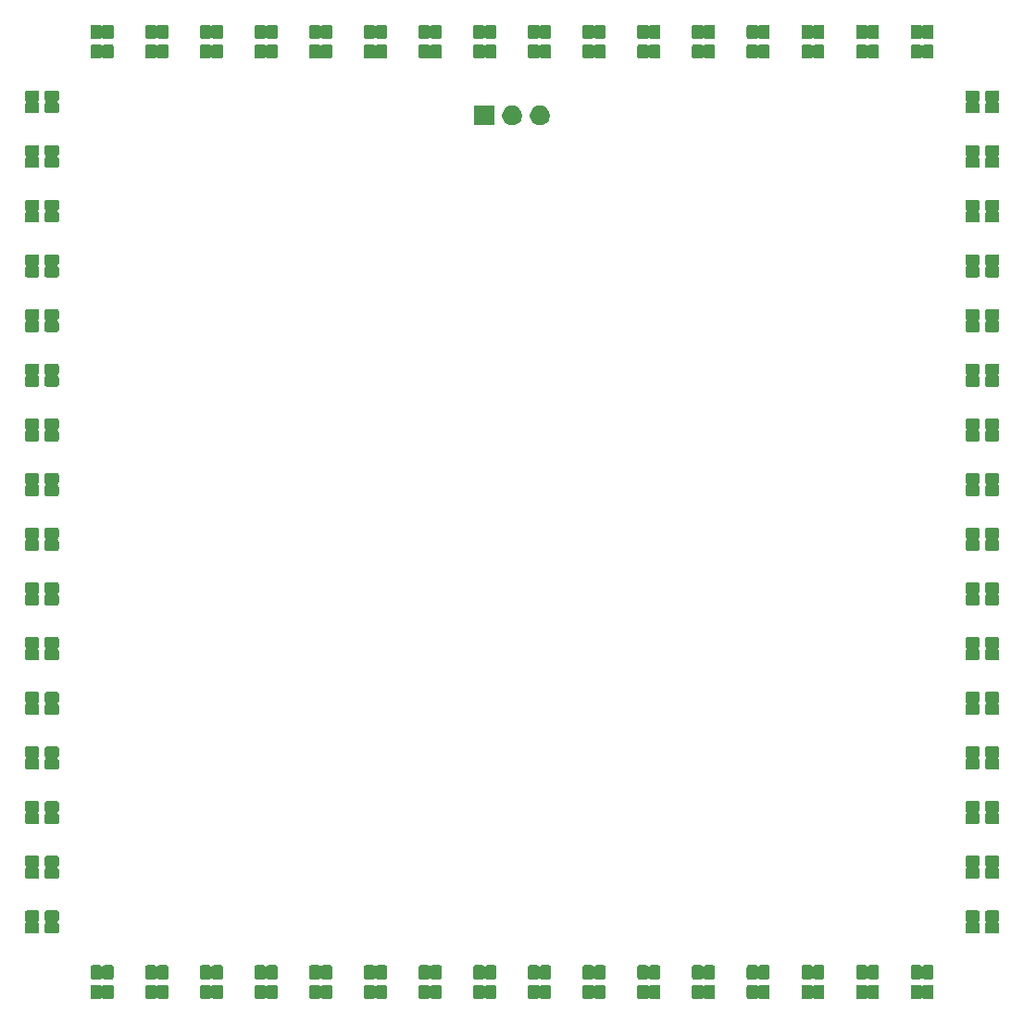
<source format=gbr>
G04 #@! TF.GenerationSoftware,KiCad,Pcbnew,(5.1.6)-1*
G04 #@! TF.CreationDate,2020-12-31T12:37:09+01:00*
G04 #@! TF.ProjectId,XY_LED,58595f4c-4544-42e6-9b69-6361645f7063,rev?*
G04 #@! TF.SameCoordinates,Original*
G04 #@! TF.FileFunction,Soldermask,Top*
G04 #@! TF.FilePolarity,Negative*
%FSLAX46Y46*%
G04 Gerber Fmt 4.6, Leading zero omitted, Abs format (unit mm)*
G04 Created by KiCad (PCBNEW (5.1.6)-1) date 2020-12-31 12:37:09*
%MOMM*%
%LPD*%
G01*
G04 APERTURE LIST*
%ADD10C,0.100000*%
G04 APERTURE END LIST*
D10*
G36*
X132299560Y-143253205D02*
G01*
X132334713Y-143263869D01*
X132367110Y-143281186D01*
X132395508Y-143304490D01*
X132403373Y-143314075D01*
X132420700Y-143331402D01*
X132441074Y-143345016D01*
X132463712Y-143354394D01*
X132487746Y-143359175D01*
X132512250Y-143359175D01*
X132536283Y-143354395D01*
X132558922Y-143345018D01*
X132579297Y-143331405D01*
X132596627Y-143314075D01*
X132604492Y-143304490D01*
X132632890Y-143281186D01*
X132665287Y-143263869D01*
X132700440Y-143253205D01*
X132743140Y-143249000D01*
X133356860Y-143249000D01*
X133399560Y-143253205D01*
X133434713Y-143263869D01*
X133467110Y-143281186D01*
X133495509Y-143304491D01*
X133518814Y-143332890D01*
X133536131Y-143365287D01*
X133546795Y-143400440D01*
X133551000Y-143443140D01*
X133551000Y-144356860D01*
X133546795Y-144399560D01*
X133536131Y-144434713D01*
X133518814Y-144467110D01*
X133495509Y-144495509D01*
X133467110Y-144518814D01*
X133434713Y-144536131D01*
X133399560Y-144546795D01*
X133356860Y-144551000D01*
X132743140Y-144551000D01*
X132700440Y-144546795D01*
X132665287Y-144536131D01*
X132632890Y-144518814D01*
X132604492Y-144495510D01*
X132596627Y-144485925D01*
X132579300Y-144468598D01*
X132558926Y-144454984D01*
X132536288Y-144445606D01*
X132512254Y-144440825D01*
X132487750Y-144440825D01*
X132463717Y-144445605D01*
X132441078Y-144454982D01*
X132420703Y-144468595D01*
X132403373Y-144485925D01*
X132395508Y-144495510D01*
X132367110Y-144518814D01*
X132334713Y-144536131D01*
X132299560Y-144546795D01*
X132256860Y-144551000D01*
X131643140Y-144551000D01*
X131600440Y-144546795D01*
X131565287Y-144536131D01*
X131532890Y-144518814D01*
X131504491Y-144495509D01*
X131481186Y-144467110D01*
X131463869Y-144434713D01*
X131453205Y-144399560D01*
X131449000Y-144356860D01*
X131449000Y-143443140D01*
X131453205Y-143400440D01*
X131463869Y-143365287D01*
X131481186Y-143332890D01*
X131504491Y-143304491D01*
X131532890Y-143281186D01*
X131565287Y-143263869D01*
X131600440Y-143253205D01*
X131643140Y-143249000D01*
X132256860Y-143249000D01*
X132299560Y-143253205D01*
G37*
G36*
X117299560Y-143253205D02*
G01*
X117334713Y-143263869D01*
X117367110Y-143281186D01*
X117395508Y-143304490D01*
X117403373Y-143314075D01*
X117420700Y-143331402D01*
X117441074Y-143345016D01*
X117463712Y-143354394D01*
X117487746Y-143359175D01*
X117512250Y-143359175D01*
X117536283Y-143354395D01*
X117558922Y-143345018D01*
X117579297Y-143331405D01*
X117596627Y-143314075D01*
X117604492Y-143304490D01*
X117632890Y-143281186D01*
X117665287Y-143263869D01*
X117700440Y-143253205D01*
X117743140Y-143249000D01*
X118356860Y-143249000D01*
X118399560Y-143253205D01*
X118434713Y-143263869D01*
X118467110Y-143281186D01*
X118495509Y-143304491D01*
X118518814Y-143332890D01*
X118536131Y-143365287D01*
X118546795Y-143400440D01*
X118551000Y-143443140D01*
X118551000Y-144356860D01*
X118546795Y-144399560D01*
X118536131Y-144434713D01*
X118518814Y-144467110D01*
X118495509Y-144495509D01*
X118467110Y-144518814D01*
X118434713Y-144536131D01*
X118399560Y-144546795D01*
X118356860Y-144551000D01*
X117743140Y-144551000D01*
X117700440Y-144546795D01*
X117665287Y-144536131D01*
X117632890Y-144518814D01*
X117604492Y-144495510D01*
X117596627Y-144485925D01*
X117579300Y-144468598D01*
X117558926Y-144454984D01*
X117536288Y-144445606D01*
X117512254Y-144440825D01*
X117487750Y-144440825D01*
X117463717Y-144445605D01*
X117441078Y-144454982D01*
X117420703Y-144468595D01*
X117403373Y-144485925D01*
X117395508Y-144495510D01*
X117367110Y-144518814D01*
X117334713Y-144536131D01*
X117299560Y-144546795D01*
X117256860Y-144551000D01*
X116643140Y-144551000D01*
X116600440Y-144546795D01*
X116565287Y-144536131D01*
X116532890Y-144518814D01*
X116504491Y-144495509D01*
X116481186Y-144467110D01*
X116463869Y-144434713D01*
X116453205Y-144399560D01*
X116449000Y-144356860D01*
X116449000Y-143443140D01*
X116453205Y-143400440D01*
X116463869Y-143365287D01*
X116481186Y-143332890D01*
X116504491Y-143304491D01*
X116532890Y-143281186D01*
X116565287Y-143263869D01*
X116600440Y-143253205D01*
X116643140Y-143249000D01*
X117256860Y-143249000D01*
X117299560Y-143253205D01*
G37*
G36*
X77299560Y-143253205D02*
G01*
X77334713Y-143263869D01*
X77367110Y-143281186D01*
X77395508Y-143304490D01*
X77403373Y-143314075D01*
X77420700Y-143331402D01*
X77441074Y-143345016D01*
X77463712Y-143354394D01*
X77487746Y-143359175D01*
X77512250Y-143359175D01*
X77536283Y-143354395D01*
X77558922Y-143345018D01*
X77579297Y-143331405D01*
X77596627Y-143314075D01*
X77604492Y-143304490D01*
X77632890Y-143281186D01*
X77665287Y-143263869D01*
X77700440Y-143253205D01*
X77743140Y-143249000D01*
X78356860Y-143249000D01*
X78399560Y-143253205D01*
X78434713Y-143263869D01*
X78467110Y-143281186D01*
X78495509Y-143304491D01*
X78518814Y-143332890D01*
X78536131Y-143365287D01*
X78546795Y-143400440D01*
X78551000Y-143443140D01*
X78551000Y-144356860D01*
X78546795Y-144399560D01*
X78536131Y-144434713D01*
X78518814Y-144467110D01*
X78495509Y-144495509D01*
X78467110Y-144518814D01*
X78434713Y-144536131D01*
X78399560Y-144546795D01*
X78356860Y-144551000D01*
X77743140Y-144551000D01*
X77700440Y-144546795D01*
X77665287Y-144536131D01*
X77632890Y-144518814D01*
X77604492Y-144495510D01*
X77596627Y-144485925D01*
X77579300Y-144468598D01*
X77558926Y-144454984D01*
X77536288Y-144445606D01*
X77512254Y-144440825D01*
X77487750Y-144440825D01*
X77463717Y-144445605D01*
X77441078Y-144454982D01*
X77420703Y-144468595D01*
X77403373Y-144485925D01*
X77395508Y-144495510D01*
X77367110Y-144518814D01*
X77334713Y-144536131D01*
X77299560Y-144546795D01*
X77256860Y-144551000D01*
X76643140Y-144551000D01*
X76600440Y-144546795D01*
X76565287Y-144536131D01*
X76532890Y-144518814D01*
X76504491Y-144495509D01*
X76481186Y-144467110D01*
X76463869Y-144434713D01*
X76453205Y-144399560D01*
X76449000Y-144356860D01*
X76449000Y-143443140D01*
X76453205Y-143400440D01*
X76463869Y-143365287D01*
X76481186Y-143332890D01*
X76504491Y-143304491D01*
X76532890Y-143281186D01*
X76565287Y-143263869D01*
X76600440Y-143253205D01*
X76643140Y-143249000D01*
X77256860Y-143249000D01*
X77299560Y-143253205D01*
G37*
G36*
X82299560Y-143253205D02*
G01*
X82334713Y-143263869D01*
X82367110Y-143281186D01*
X82395508Y-143304490D01*
X82403373Y-143314075D01*
X82420700Y-143331402D01*
X82441074Y-143345016D01*
X82463712Y-143354394D01*
X82487746Y-143359175D01*
X82512250Y-143359175D01*
X82536283Y-143354395D01*
X82558922Y-143345018D01*
X82579297Y-143331405D01*
X82596627Y-143314075D01*
X82604492Y-143304490D01*
X82632890Y-143281186D01*
X82665287Y-143263869D01*
X82700440Y-143253205D01*
X82743140Y-143249000D01*
X83356860Y-143249000D01*
X83399560Y-143253205D01*
X83434713Y-143263869D01*
X83467110Y-143281186D01*
X83495509Y-143304491D01*
X83518814Y-143332890D01*
X83536131Y-143365287D01*
X83546795Y-143400440D01*
X83551000Y-143443140D01*
X83551000Y-144356860D01*
X83546795Y-144399560D01*
X83536131Y-144434713D01*
X83518814Y-144467110D01*
X83495509Y-144495509D01*
X83467110Y-144518814D01*
X83434713Y-144536131D01*
X83399560Y-144546795D01*
X83356860Y-144551000D01*
X82743140Y-144551000D01*
X82700440Y-144546795D01*
X82665287Y-144536131D01*
X82632890Y-144518814D01*
X82604492Y-144495510D01*
X82596627Y-144485925D01*
X82579300Y-144468598D01*
X82558926Y-144454984D01*
X82536288Y-144445606D01*
X82512254Y-144440825D01*
X82487750Y-144440825D01*
X82463717Y-144445605D01*
X82441078Y-144454982D01*
X82420703Y-144468595D01*
X82403373Y-144485925D01*
X82395508Y-144495510D01*
X82367110Y-144518814D01*
X82334713Y-144536131D01*
X82299560Y-144546795D01*
X82256860Y-144551000D01*
X81643140Y-144551000D01*
X81600440Y-144546795D01*
X81565287Y-144536131D01*
X81532890Y-144518814D01*
X81504491Y-144495509D01*
X81481186Y-144467110D01*
X81463869Y-144434713D01*
X81453205Y-144399560D01*
X81449000Y-144356860D01*
X81449000Y-143443140D01*
X81453205Y-143400440D01*
X81463869Y-143365287D01*
X81481186Y-143332890D01*
X81504491Y-143304491D01*
X81532890Y-143281186D01*
X81565287Y-143263869D01*
X81600440Y-143253205D01*
X81643140Y-143249000D01*
X82256860Y-143249000D01*
X82299560Y-143253205D01*
G37*
G36*
X87299560Y-143253205D02*
G01*
X87334713Y-143263869D01*
X87367110Y-143281186D01*
X87395508Y-143304490D01*
X87403373Y-143314075D01*
X87420700Y-143331402D01*
X87441074Y-143345016D01*
X87463712Y-143354394D01*
X87487746Y-143359175D01*
X87512250Y-143359175D01*
X87536283Y-143354395D01*
X87558922Y-143345018D01*
X87579297Y-143331405D01*
X87596627Y-143314075D01*
X87604492Y-143304490D01*
X87632890Y-143281186D01*
X87665287Y-143263869D01*
X87700440Y-143253205D01*
X87743140Y-143249000D01*
X88356860Y-143249000D01*
X88399560Y-143253205D01*
X88434713Y-143263869D01*
X88467110Y-143281186D01*
X88495509Y-143304491D01*
X88518814Y-143332890D01*
X88536131Y-143365287D01*
X88546795Y-143400440D01*
X88551000Y-143443140D01*
X88551000Y-144356860D01*
X88546795Y-144399560D01*
X88536131Y-144434713D01*
X88518814Y-144467110D01*
X88495509Y-144495509D01*
X88467110Y-144518814D01*
X88434713Y-144536131D01*
X88399560Y-144546795D01*
X88356860Y-144551000D01*
X87743140Y-144551000D01*
X87700440Y-144546795D01*
X87665287Y-144536131D01*
X87632890Y-144518814D01*
X87604492Y-144495510D01*
X87596627Y-144485925D01*
X87579300Y-144468598D01*
X87558926Y-144454984D01*
X87536288Y-144445606D01*
X87512254Y-144440825D01*
X87487750Y-144440825D01*
X87463717Y-144445605D01*
X87441078Y-144454982D01*
X87420703Y-144468595D01*
X87403373Y-144485925D01*
X87395508Y-144495510D01*
X87367110Y-144518814D01*
X87334713Y-144536131D01*
X87299560Y-144546795D01*
X87256860Y-144551000D01*
X86643140Y-144551000D01*
X86600440Y-144546795D01*
X86565287Y-144536131D01*
X86532890Y-144518814D01*
X86504491Y-144495509D01*
X86481186Y-144467110D01*
X86463869Y-144434713D01*
X86453205Y-144399560D01*
X86449000Y-144356860D01*
X86449000Y-143443140D01*
X86453205Y-143400440D01*
X86463869Y-143365287D01*
X86481186Y-143332890D01*
X86504491Y-143304491D01*
X86532890Y-143281186D01*
X86565287Y-143263869D01*
X86600440Y-143253205D01*
X86643140Y-143249000D01*
X87256860Y-143249000D01*
X87299560Y-143253205D01*
G37*
G36*
X137299560Y-143253205D02*
G01*
X137334713Y-143263869D01*
X137367110Y-143281186D01*
X137395508Y-143304490D01*
X137403373Y-143314075D01*
X137420700Y-143331402D01*
X137441074Y-143345016D01*
X137463712Y-143354394D01*
X137487746Y-143359175D01*
X137512250Y-143359175D01*
X137536283Y-143354395D01*
X137558922Y-143345018D01*
X137579297Y-143331405D01*
X137596627Y-143314075D01*
X137604492Y-143304490D01*
X137632890Y-143281186D01*
X137665287Y-143263869D01*
X137700440Y-143253205D01*
X137743140Y-143249000D01*
X138356860Y-143249000D01*
X138399560Y-143253205D01*
X138434713Y-143263869D01*
X138467110Y-143281186D01*
X138495509Y-143304491D01*
X138518814Y-143332890D01*
X138536131Y-143365287D01*
X138546795Y-143400440D01*
X138551000Y-143443140D01*
X138551000Y-144356860D01*
X138546795Y-144399560D01*
X138536131Y-144434713D01*
X138518814Y-144467110D01*
X138495509Y-144495509D01*
X138467110Y-144518814D01*
X138434713Y-144536131D01*
X138399560Y-144546795D01*
X138356860Y-144551000D01*
X137743140Y-144551000D01*
X137700440Y-144546795D01*
X137665287Y-144536131D01*
X137632890Y-144518814D01*
X137604492Y-144495510D01*
X137596627Y-144485925D01*
X137579300Y-144468598D01*
X137558926Y-144454984D01*
X137536288Y-144445606D01*
X137512254Y-144440825D01*
X137487750Y-144440825D01*
X137463717Y-144445605D01*
X137441078Y-144454982D01*
X137420703Y-144468595D01*
X137403373Y-144485925D01*
X137395508Y-144495510D01*
X137367110Y-144518814D01*
X137334713Y-144536131D01*
X137299560Y-144546795D01*
X137256860Y-144551000D01*
X136643140Y-144551000D01*
X136600440Y-144546795D01*
X136565287Y-144536131D01*
X136532890Y-144518814D01*
X136504491Y-144495509D01*
X136481186Y-144467110D01*
X136463869Y-144434713D01*
X136453205Y-144399560D01*
X136449000Y-144356860D01*
X136449000Y-143443140D01*
X136453205Y-143400440D01*
X136463869Y-143365287D01*
X136481186Y-143332890D01*
X136504491Y-143304491D01*
X136532890Y-143281186D01*
X136565287Y-143263869D01*
X136600440Y-143253205D01*
X136643140Y-143249000D01*
X137256860Y-143249000D01*
X137299560Y-143253205D01*
G37*
G36*
X92299560Y-143253205D02*
G01*
X92334713Y-143263869D01*
X92367110Y-143281186D01*
X92395508Y-143304490D01*
X92403373Y-143314075D01*
X92420700Y-143331402D01*
X92441074Y-143345016D01*
X92463712Y-143354394D01*
X92487746Y-143359175D01*
X92512250Y-143359175D01*
X92536283Y-143354395D01*
X92558922Y-143345018D01*
X92579297Y-143331405D01*
X92596627Y-143314075D01*
X92604492Y-143304490D01*
X92632890Y-143281186D01*
X92665287Y-143263869D01*
X92700440Y-143253205D01*
X92743140Y-143249000D01*
X93356860Y-143249000D01*
X93399560Y-143253205D01*
X93434713Y-143263869D01*
X93467110Y-143281186D01*
X93495509Y-143304491D01*
X93518814Y-143332890D01*
X93536131Y-143365287D01*
X93546795Y-143400440D01*
X93551000Y-143443140D01*
X93551000Y-144356860D01*
X93546795Y-144399560D01*
X93536131Y-144434713D01*
X93518814Y-144467110D01*
X93495509Y-144495509D01*
X93467110Y-144518814D01*
X93434713Y-144536131D01*
X93399560Y-144546795D01*
X93356860Y-144551000D01*
X92743140Y-144551000D01*
X92700440Y-144546795D01*
X92665287Y-144536131D01*
X92632890Y-144518814D01*
X92604492Y-144495510D01*
X92596627Y-144485925D01*
X92579300Y-144468598D01*
X92558926Y-144454984D01*
X92536288Y-144445606D01*
X92512254Y-144440825D01*
X92487750Y-144440825D01*
X92463717Y-144445605D01*
X92441078Y-144454982D01*
X92420703Y-144468595D01*
X92403373Y-144485925D01*
X92395508Y-144495510D01*
X92367110Y-144518814D01*
X92334713Y-144536131D01*
X92299560Y-144546795D01*
X92256860Y-144551000D01*
X91643140Y-144551000D01*
X91600440Y-144546795D01*
X91565287Y-144536131D01*
X91532890Y-144518814D01*
X91504491Y-144495509D01*
X91481186Y-144467110D01*
X91463869Y-144434713D01*
X91453205Y-144399560D01*
X91449000Y-144356860D01*
X91449000Y-143443140D01*
X91453205Y-143400440D01*
X91463869Y-143365287D01*
X91481186Y-143332890D01*
X91504491Y-143304491D01*
X91532890Y-143281186D01*
X91565287Y-143263869D01*
X91600440Y-143253205D01*
X91643140Y-143249000D01*
X92256860Y-143249000D01*
X92299560Y-143253205D01*
G37*
G36*
X122299560Y-143253205D02*
G01*
X122334713Y-143263869D01*
X122367110Y-143281186D01*
X122395508Y-143304490D01*
X122403373Y-143314075D01*
X122420700Y-143331402D01*
X122441074Y-143345016D01*
X122463712Y-143354394D01*
X122487746Y-143359175D01*
X122512250Y-143359175D01*
X122536283Y-143354395D01*
X122558922Y-143345018D01*
X122579297Y-143331405D01*
X122596627Y-143314075D01*
X122604492Y-143304490D01*
X122632890Y-143281186D01*
X122665287Y-143263869D01*
X122700440Y-143253205D01*
X122743140Y-143249000D01*
X123356860Y-143249000D01*
X123399560Y-143253205D01*
X123434713Y-143263869D01*
X123467110Y-143281186D01*
X123495509Y-143304491D01*
X123518814Y-143332890D01*
X123536131Y-143365287D01*
X123546795Y-143400440D01*
X123551000Y-143443140D01*
X123551000Y-144356860D01*
X123546795Y-144399560D01*
X123536131Y-144434713D01*
X123518814Y-144467110D01*
X123495509Y-144495509D01*
X123467110Y-144518814D01*
X123434713Y-144536131D01*
X123399560Y-144546795D01*
X123356860Y-144551000D01*
X122743140Y-144551000D01*
X122700440Y-144546795D01*
X122665287Y-144536131D01*
X122632890Y-144518814D01*
X122604492Y-144495510D01*
X122596627Y-144485925D01*
X122579300Y-144468598D01*
X122558926Y-144454984D01*
X122536288Y-144445606D01*
X122512254Y-144440825D01*
X122487750Y-144440825D01*
X122463717Y-144445605D01*
X122441078Y-144454982D01*
X122420703Y-144468595D01*
X122403373Y-144485925D01*
X122395508Y-144495510D01*
X122367110Y-144518814D01*
X122334713Y-144536131D01*
X122299560Y-144546795D01*
X122256860Y-144551000D01*
X121643140Y-144551000D01*
X121600440Y-144546795D01*
X121565287Y-144536131D01*
X121532890Y-144518814D01*
X121504491Y-144495509D01*
X121481186Y-144467110D01*
X121463869Y-144434713D01*
X121453205Y-144399560D01*
X121449000Y-144356860D01*
X121449000Y-143443140D01*
X121453205Y-143400440D01*
X121463869Y-143365287D01*
X121481186Y-143332890D01*
X121504491Y-143304491D01*
X121532890Y-143281186D01*
X121565287Y-143263869D01*
X121600440Y-143253205D01*
X121643140Y-143249000D01*
X122256860Y-143249000D01*
X122299560Y-143253205D01*
G37*
G36*
X112299560Y-143253205D02*
G01*
X112334713Y-143263869D01*
X112367110Y-143281186D01*
X112395508Y-143304490D01*
X112403373Y-143314075D01*
X112420700Y-143331402D01*
X112441074Y-143345016D01*
X112463712Y-143354394D01*
X112487746Y-143359175D01*
X112512250Y-143359175D01*
X112536283Y-143354395D01*
X112558922Y-143345018D01*
X112579297Y-143331405D01*
X112596627Y-143314075D01*
X112604492Y-143304490D01*
X112632890Y-143281186D01*
X112665287Y-143263869D01*
X112700440Y-143253205D01*
X112743140Y-143249000D01*
X113356860Y-143249000D01*
X113399560Y-143253205D01*
X113434713Y-143263869D01*
X113467110Y-143281186D01*
X113495509Y-143304491D01*
X113518814Y-143332890D01*
X113536131Y-143365287D01*
X113546795Y-143400440D01*
X113551000Y-143443140D01*
X113551000Y-144356860D01*
X113546795Y-144399560D01*
X113536131Y-144434713D01*
X113518814Y-144467110D01*
X113495509Y-144495509D01*
X113467110Y-144518814D01*
X113434713Y-144536131D01*
X113399560Y-144546795D01*
X113356860Y-144551000D01*
X112743140Y-144551000D01*
X112700440Y-144546795D01*
X112665287Y-144536131D01*
X112632890Y-144518814D01*
X112604492Y-144495510D01*
X112596627Y-144485925D01*
X112579300Y-144468598D01*
X112558926Y-144454984D01*
X112536288Y-144445606D01*
X112512254Y-144440825D01*
X112487750Y-144440825D01*
X112463717Y-144445605D01*
X112441078Y-144454982D01*
X112420703Y-144468595D01*
X112403373Y-144485925D01*
X112395508Y-144495510D01*
X112367110Y-144518814D01*
X112334713Y-144536131D01*
X112299560Y-144546795D01*
X112256860Y-144551000D01*
X111643140Y-144551000D01*
X111600440Y-144546795D01*
X111565287Y-144536131D01*
X111532890Y-144518814D01*
X111504491Y-144495509D01*
X111481186Y-144467110D01*
X111463869Y-144434713D01*
X111453205Y-144399560D01*
X111449000Y-144356860D01*
X111449000Y-143443140D01*
X111453205Y-143400440D01*
X111463869Y-143365287D01*
X111481186Y-143332890D01*
X111504491Y-143304491D01*
X111532890Y-143281186D01*
X111565287Y-143263869D01*
X111600440Y-143253205D01*
X111643140Y-143249000D01*
X112256860Y-143249000D01*
X112299560Y-143253205D01*
G37*
G36*
X67299560Y-143253205D02*
G01*
X67334713Y-143263869D01*
X67367110Y-143281186D01*
X67395508Y-143304490D01*
X67403373Y-143314075D01*
X67420700Y-143331402D01*
X67441074Y-143345016D01*
X67463712Y-143354394D01*
X67487746Y-143359175D01*
X67512250Y-143359175D01*
X67536283Y-143354395D01*
X67558922Y-143345018D01*
X67579297Y-143331405D01*
X67596627Y-143314075D01*
X67604492Y-143304490D01*
X67632890Y-143281186D01*
X67665287Y-143263869D01*
X67700440Y-143253205D01*
X67743140Y-143249000D01*
X68356860Y-143249000D01*
X68399560Y-143253205D01*
X68434713Y-143263869D01*
X68467110Y-143281186D01*
X68495509Y-143304491D01*
X68518814Y-143332890D01*
X68536131Y-143365287D01*
X68546795Y-143400440D01*
X68551000Y-143443140D01*
X68551000Y-144356860D01*
X68546795Y-144399560D01*
X68536131Y-144434713D01*
X68518814Y-144467110D01*
X68495509Y-144495509D01*
X68467110Y-144518814D01*
X68434713Y-144536131D01*
X68399560Y-144546795D01*
X68356860Y-144551000D01*
X67743140Y-144551000D01*
X67700440Y-144546795D01*
X67665287Y-144536131D01*
X67632890Y-144518814D01*
X67604492Y-144495510D01*
X67596627Y-144485925D01*
X67579300Y-144468598D01*
X67558926Y-144454984D01*
X67536288Y-144445606D01*
X67512254Y-144440825D01*
X67487750Y-144440825D01*
X67463717Y-144445605D01*
X67441078Y-144454982D01*
X67420703Y-144468595D01*
X67403373Y-144485925D01*
X67395508Y-144495510D01*
X67367110Y-144518814D01*
X67334713Y-144536131D01*
X67299560Y-144546795D01*
X67256860Y-144551000D01*
X66643140Y-144551000D01*
X66600440Y-144546795D01*
X66565287Y-144536131D01*
X66532890Y-144518814D01*
X66504491Y-144495509D01*
X66481186Y-144467110D01*
X66463869Y-144434713D01*
X66453205Y-144399560D01*
X66449000Y-144356860D01*
X66449000Y-143443140D01*
X66453205Y-143400440D01*
X66463869Y-143365287D01*
X66481186Y-143332890D01*
X66504491Y-143304491D01*
X66532890Y-143281186D01*
X66565287Y-143263869D01*
X66600440Y-143253205D01*
X66643140Y-143249000D01*
X67256860Y-143249000D01*
X67299560Y-143253205D01*
G37*
G36*
X72299560Y-143253205D02*
G01*
X72334713Y-143263869D01*
X72367110Y-143281186D01*
X72395508Y-143304490D01*
X72403373Y-143314075D01*
X72420700Y-143331402D01*
X72441074Y-143345016D01*
X72463712Y-143354394D01*
X72487746Y-143359175D01*
X72512250Y-143359175D01*
X72536283Y-143354395D01*
X72558922Y-143345018D01*
X72579297Y-143331405D01*
X72596627Y-143314075D01*
X72604492Y-143304490D01*
X72632890Y-143281186D01*
X72665287Y-143263869D01*
X72700440Y-143253205D01*
X72743140Y-143249000D01*
X73356860Y-143249000D01*
X73399560Y-143253205D01*
X73434713Y-143263869D01*
X73467110Y-143281186D01*
X73495509Y-143304491D01*
X73518814Y-143332890D01*
X73536131Y-143365287D01*
X73546795Y-143400440D01*
X73551000Y-143443140D01*
X73551000Y-144356860D01*
X73546795Y-144399560D01*
X73536131Y-144434713D01*
X73518814Y-144467110D01*
X73495509Y-144495509D01*
X73467110Y-144518814D01*
X73434713Y-144536131D01*
X73399560Y-144546795D01*
X73356860Y-144551000D01*
X72743140Y-144551000D01*
X72700440Y-144546795D01*
X72665287Y-144536131D01*
X72632890Y-144518814D01*
X72604492Y-144495510D01*
X72596627Y-144485925D01*
X72579300Y-144468598D01*
X72558926Y-144454984D01*
X72536288Y-144445606D01*
X72512254Y-144440825D01*
X72487750Y-144440825D01*
X72463717Y-144445605D01*
X72441078Y-144454982D01*
X72420703Y-144468595D01*
X72403373Y-144485925D01*
X72395508Y-144495510D01*
X72367110Y-144518814D01*
X72334713Y-144536131D01*
X72299560Y-144546795D01*
X72256860Y-144551000D01*
X71643140Y-144551000D01*
X71600440Y-144546795D01*
X71565287Y-144536131D01*
X71532890Y-144518814D01*
X71504491Y-144495509D01*
X71481186Y-144467110D01*
X71463869Y-144434713D01*
X71453205Y-144399560D01*
X71449000Y-144356860D01*
X71449000Y-143443140D01*
X71453205Y-143400440D01*
X71463869Y-143365287D01*
X71481186Y-143332890D01*
X71504491Y-143304491D01*
X71532890Y-143281186D01*
X71565287Y-143263869D01*
X71600440Y-143253205D01*
X71643140Y-143249000D01*
X72256860Y-143249000D01*
X72299560Y-143253205D01*
G37*
G36*
X62299560Y-143253205D02*
G01*
X62334713Y-143263869D01*
X62367110Y-143281186D01*
X62395508Y-143304490D01*
X62403373Y-143314075D01*
X62420700Y-143331402D01*
X62441074Y-143345016D01*
X62463712Y-143354394D01*
X62487746Y-143359175D01*
X62512250Y-143359175D01*
X62536283Y-143354395D01*
X62558922Y-143345018D01*
X62579297Y-143331405D01*
X62596627Y-143314075D01*
X62604492Y-143304490D01*
X62632890Y-143281186D01*
X62665287Y-143263869D01*
X62700440Y-143253205D01*
X62743140Y-143249000D01*
X63356860Y-143249000D01*
X63399560Y-143253205D01*
X63434713Y-143263869D01*
X63467110Y-143281186D01*
X63495509Y-143304491D01*
X63518814Y-143332890D01*
X63536131Y-143365287D01*
X63546795Y-143400440D01*
X63551000Y-143443140D01*
X63551000Y-144356860D01*
X63546795Y-144399560D01*
X63536131Y-144434713D01*
X63518814Y-144467110D01*
X63495509Y-144495509D01*
X63467110Y-144518814D01*
X63434713Y-144536131D01*
X63399560Y-144546795D01*
X63356860Y-144551000D01*
X62743140Y-144551000D01*
X62700440Y-144546795D01*
X62665287Y-144536131D01*
X62632890Y-144518814D01*
X62604492Y-144495510D01*
X62596627Y-144485925D01*
X62579300Y-144468598D01*
X62558926Y-144454984D01*
X62536288Y-144445606D01*
X62512254Y-144440825D01*
X62487750Y-144440825D01*
X62463717Y-144445605D01*
X62441078Y-144454982D01*
X62420703Y-144468595D01*
X62403373Y-144485925D01*
X62395508Y-144495510D01*
X62367110Y-144518814D01*
X62334713Y-144536131D01*
X62299560Y-144546795D01*
X62256860Y-144551000D01*
X61643140Y-144551000D01*
X61600440Y-144546795D01*
X61565287Y-144536131D01*
X61532890Y-144518814D01*
X61504491Y-144495509D01*
X61481186Y-144467110D01*
X61463869Y-144434713D01*
X61453205Y-144399560D01*
X61449000Y-144356860D01*
X61449000Y-143443140D01*
X61453205Y-143400440D01*
X61463869Y-143365287D01*
X61481186Y-143332890D01*
X61504491Y-143304491D01*
X61532890Y-143281186D01*
X61565287Y-143263869D01*
X61600440Y-143253205D01*
X61643140Y-143249000D01*
X62256860Y-143249000D01*
X62299560Y-143253205D01*
G37*
G36*
X107299560Y-143253205D02*
G01*
X107334713Y-143263869D01*
X107367110Y-143281186D01*
X107395508Y-143304490D01*
X107403373Y-143314075D01*
X107420700Y-143331402D01*
X107441074Y-143345016D01*
X107463712Y-143354394D01*
X107487746Y-143359175D01*
X107512250Y-143359175D01*
X107536283Y-143354395D01*
X107558922Y-143345018D01*
X107579297Y-143331405D01*
X107596627Y-143314075D01*
X107604492Y-143304490D01*
X107632890Y-143281186D01*
X107665287Y-143263869D01*
X107700440Y-143253205D01*
X107743140Y-143249000D01*
X108356860Y-143249000D01*
X108399560Y-143253205D01*
X108434713Y-143263869D01*
X108467110Y-143281186D01*
X108495509Y-143304491D01*
X108518814Y-143332890D01*
X108536131Y-143365287D01*
X108546795Y-143400440D01*
X108551000Y-143443140D01*
X108551000Y-144356860D01*
X108546795Y-144399560D01*
X108536131Y-144434713D01*
X108518814Y-144467110D01*
X108495509Y-144495509D01*
X108467110Y-144518814D01*
X108434713Y-144536131D01*
X108399560Y-144546795D01*
X108356860Y-144551000D01*
X107743140Y-144551000D01*
X107700440Y-144546795D01*
X107665287Y-144536131D01*
X107632890Y-144518814D01*
X107604492Y-144495510D01*
X107596627Y-144485925D01*
X107579300Y-144468598D01*
X107558926Y-144454984D01*
X107536288Y-144445606D01*
X107512254Y-144440825D01*
X107487750Y-144440825D01*
X107463717Y-144445605D01*
X107441078Y-144454982D01*
X107420703Y-144468595D01*
X107403373Y-144485925D01*
X107395508Y-144495510D01*
X107367110Y-144518814D01*
X107334713Y-144536131D01*
X107299560Y-144546795D01*
X107256860Y-144551000D01*
X106643140Y-144551000D01*
X106600440Y-144546795D01*
X106565287Y-144536131D01*
X106532890Y-144518814D01*
X106504491Y-144495509D01*
X106481186Y-144467110D01*
X106463869Y-144434713D01*
X106453205Y-144399560D01*
X106449000Y-144356860D01*
X106449000Y-143443140D01*
X106453205Y-143400440D01*
X106463869Y-143365287D01*
X106481186Y-143332890D01*
X106504491Y-143304491D01*
X106532890Y-143281186D01*
X106565287Y-143263869D01*
X106600440Y-143253205D01*
X106643140Y-143249000D01*
X107256860Y-143249000D01*
X107299560Y-143253205D01*
G37*
G36*
X97299560Y-143253205D02*
G01*
X97334713Y-143263869D01*
X97367110Y-143281186D01*
X97395508Y-143304490D01*
X97403373Y-143314075D01*
X97420700Y-143331402D01*
X97441074Y-143345016D01*
X97463712Y-143354394D01*
X97487746Y-143359175D01*
X97512250Y-143359175D01*
X97536283Y-143354395D01*
X97558922Y-143345018D01*
X97579297Y-143331405D01*
X97596627Y-143314075D01*
X97604492Y-143304490D01*
X97632890Y-143281186D01*
X97665287Y-143263869D01*
X97700440Y-143253205D01*
X97743140Y-143249000D01*
X98356860Y-143249000D01*
X98399560Y-143253205D01*
X98434713Y-143263869D01*
X98467110Y-143281186D01*
X98495509Y-143304491D01*
X98518814Y-143332890D01*
X98536131Y-143365287D01*
X98546795Y-143400440D01*
X98551000Y-143443140D01*
X98551000Y-144356860D01*
X98546795Y-144399560D01*
X98536131Y-144434713D01*
X98518814Y-144467110D01*
X98495509Y-144495509D01*
X98467110Y-144518814D01*
X98434713Y-144536131D01*
X98399560Y-144546795D01*
X98356860Y-144551000D01*
X97743140Y-144551000D01*
X97700440Y-144546795D01*
X97665287Y-144536131D01*
X97632890Y-144518814D01*
X97604492Y-144495510D01*
X97596627Y-144485925D01*
X97579300Y-144468598D01*
X97558926Y-144454984D01*
X97536288Y-144445606D01*
X97512254Y-144440825D01*
X97487750Y-144440825D01*
X97463717Y-144445605D01*
X97441078Y-144454982D01*
X97420703Y-144468595D01*
X97403373Y-144485925D01*
X97395508Y-144495510D01*
X97367110Y-144518814D01*
X97334713Y-144536131D01*
X97299560Y-144546795D01*
X97256860Y-144551000D01*
X96643140Y-144551000D01*
X96600440Y-144546795D01*
X96565287Y-144536131D01*
X96532890Y-144518814D01*
X96504491Y-144495509D01*
X96481186Y-144467110D01*
X96463869Y-144434713D01*
X96453205Y-144399560D01*
X96449000Y-144356860D01*
X96449000Y-143443140D01*
X96453205Y-143400440D01*
X96463869Y-143365287D01*
X96481186Y-143332890D01*
X96504491Y-143304491D01*
X96532890Y-143281186D01*
X96565287Y-143263869D01*
X96600440Y-143253205D01*
X96643140Y-143249000D01*
X97256860Y-143249000D01*
X97299560Y-143253205D01*
G37*
G36*
X102299560Y-143253205D02*
G01*
X102334713Y-143263869D01*
X102367110Y-143281186D01*
X102395508Y-143304490D01*
X102403373Y-143314075D01*
X102420700Y-143331402D01*
X102441074Y-143345016D01*
X102463712Y-143354394D01*
X102487746Y-143359175D01*
X102512250Y-143359175D01*
X102536283Y-143354395D01*
X102558922Y-143345018D01*
X102579297Y-143331405D01*
X102596627Y-143314075D01*
X102604492Y-143304490D01*
X102632890Y-143281186D01*
X102665287Y-143263869D01*
X102700440Y-143253205D01*
X102743140Y-143249000D01*
X103356860Y-143249000D01*
X103399560Y-143253205D01*
X103434713Y-143263869D01*
X103467110Y-143281186D01*
X103495509Y-143304491D01*
X103518814Y-143332890D01*
X103536131Y-143365287D01*
X103546795Y-143400440D01*
X103551000Y-143443140D01*
X103551000Y-144356860D01*
X103546795Y-144399560D01*
X103536131Y-144434713D01*
X103518814Y-144467110D01*
X103495509Y-144495509D01*
X103467110Y-144518814D01*
X103434713Y-144536131D01*
X103399560Y-144546795D01*
X103356860Y-144551000D01*
X102743140Y-144551000D01*
X102700440Y-144546795D01*
X102665287Y-144536131D01*
X102632890Y-144518814D01*
X102604492Y-144495510D01*
X102596627Y-144485925D01*
X102579300Y-144468598D01*
X102558926Y-144454984D01*
X102536288Y-144445606D01*
X102512254Y-144440825D01*
X102487750Y-144440825D01*
X102463717Y-144445605D01*
X102441078Y-144454982D01*
X102420703Y-144468595D01*
X102403373Y-144485925D01*
X102395508Y-144495510D01*
X102367110Y-144518814D01*
X102334713Y-144536131D01*
X102299560Y-144546795D01*
X102256860Y-144551000D01*
X101643140Y-144551000D01*
X101600440Y-144546795D01*
X101565287Y-144536131D01*
X101532890Y-144518814D01*
X101504491Y-144495509D01*
X101481186Y-144467110D01*
X101463869Y-144434713D01*
X101453205Y-144399560D01*
X101449000Y-144356860D01*
X101449000Y-143443140D01*
X101453205Y-143400440D01*
X101463869Y-143365287D01*
X101481186Y-143332890D01*
X101504491Y-143304491D01*
X101532890Y-143281186D01*
X101565287Y-143263869D01*
X101600440Y-143253205D01*
X101643140Y-143249000D01*
X102256860Y-143249000D01*
X102299560Y-143253205D01*
G37*
G36*
X127299560Y-143253205D02*
G01*
X127334713Y-143263869D01*
X127367110Y-143281186D01*
X127395508Y-143304490D01*
X127403373Y-143314075D01*
X127420700Y-143331402D01*
X127441074Y-143345016D01*
X127463712Y-143354394D01*
X127487746Y-143359175D01*
X127512250Y-143359175D01*
X127536283Y-143354395D01*
X127558922Y-143345018D01*
X127579297Y-143331405D01*
X127596627Y-143314075D01*
X127604492Y-143304490D01*
X127632890Y-143281186D01*
X127665287Y-143263869D01*
X127700440Y-143253205D01*
X127743140Y-143249000D01*
X128356860Y-143249000D01*
X128399560Y-143253205D01*
X128434713Y-143263869D01*
X128467110Y-143281186D01*
X128495509Y-143304491D01*
X128518814Y-143332890D01*
X128536131Y-143365287D01*
X128546795Y-143400440D01*
X128551000Y-143443140D01*
X128551000Y-144356860D01*
X128546795Y-144399560D01*
X128536131Y-144434713D01*
X128518814Y-144467110D01*
X128495509Y-144495509D01*
X128467110Y-144518814D01*
X128434713Y-144536131D01*
X128399560Y-144546795D01*
X128356860Y-144551000D01*
X127743140Y-144551000D01*
X127700440Y-144546795D01*
X127665287Y-144536131D01*
X127632890Y-144518814D01*
X127604492Y-144495510D01*
X127596627Y-144485925D01*
X127579300Y-144468598D01*
X127558926Y-144454984D01*
X127536288Y-144445606D01*
X127512254Y-144440825D01*
X127487750Y-144440825D01*
X127463717Y-144445605D01*
X127441078Y-144454982D01*
X127420703Y-144468595D01*
X127403373Y-144485925D01*
X127395508Y-144495510D01*
X127367110Y-144518814D01*
X127334713Y-144536131D01*
X127299560Y-144546795D01*
X127256860Y-144551000D01*
X126643140Y-144551000D01*
X126600440Y-144546795D01*
X126565287Y-144536131D01*
X126532890Y-144518814D01*
X126504491Y-144495509D01*
X126481186Y-144467110D01*
X126463869Y-144434713D01*
X126453205Y-144399560D01*
X126449000Y-144356860D01*
X126449000Y-143443140D01*
X126453205Y-143400440D01*
X126463869Y-143365287D01*
X126481186Y-143332890D01*
X126504491Y-143304491D01*
X126532890Y-143281186D01*
X126565287Y-143263869D01*
X126600440Y-143253205D01*
X126643140Y-143249000D01*
X127256860Y-143249000D01*
X127299560Y-143253205D01*
G37*
G36*
X72299560Y-141453205D02*
G01*
X72334713Y-141463869D01*
X72367110Y-141481186D01*
X72395508Y-141504490D01*
X72403373Y-141514075D01*
X72420700Y-141531402D01*
X72441074Y-141545016D01*
X72463712Y-141554394D01*
X72487746Y-141559175D01*
X72512250Y-141559175D01*
X72536283Y-141554395D01*
X72558922Y-141545018D01*
X72579297Y-141531405D01*
X72596627Y-141514075D01*
X72604492Y-141504490D01*
X72632890Y-141481186D01*
X72665287Y-141463869D01*
X72700440Y-141453205D01*
X72743140Y-141449000D01*
X73356860Y-141449000D01*
X73399560Y-141453205D01*
X73434713Y-141463869D01*
X73467110Y-141481186D01*
X73495509Y-141504491D01*
X73518814Y-141532890D01*
X73536131Y-141565287D01*
X73546795Y-141600440D01*
X73551000Y-141643140D01*
X73551000Y-142556860D01*
X73546795Y-142599560D01*
X73536131Y-142634713D01*
X73518814Y-142667110D01*
X73495509Y-142695509D01*
X73467110Y-142718814D01*
X73434713Y-142736131D01*
X73399560Y-142746795D01*
X73356860Y-142751000D01*
X72743140Y-142751000D01*
X72700440Y-142746795D01*
X72665287Y-142736131D01*
X72632890Y-142718814D01*
X72604492Y-142695510D01*
X72596627Y-142685925D01*
X72579300Y-142668598D01*
X72558926Y-142654984D01*
X72536288Y-142645606D01*
X72512254Y-142640825D01*
X72487750Y-142640825D01*
X72463717Y-142645605D01*
X72441078Y-142654982D01*
X72420703Y-142668595D01*
X72403373Y-142685925D01*
X72395508Y-142695510D01*
X72367110Y-142718814D01*
X72334713Y-142736131D01*
X72299560Y-142746795D01*
X72256860Y-142751000D01*
X71643140Y-142751000D01*
X71600440Y-142746795D01*
X71565287Y-142736131D01*
X71532890Y-142718814D01*
X71504491Y-142695509D01*
X71481186Y-142667110D01*
X71463869Y-142634713D01*
X71453205Y-142599560D01*
X71449000Y-142556860D01*
X71449000Y-141643140D01*
X71453205Y-141600440D01*
X71463869Y-141565287D01*
X71481186Y-141532890D01*
X71504491Y-141504491D01*
X71532890Y-141481186D01*
X71565287Y-141463869D01*
X71600440Y-141453205D01*
X71643140Y-141449000D01*
X72256860Y-141449000D01*
X72299560Y-141453205D01*
G37*
G36*
X87299560Y-141453205D02*
G01*
X87334713Y-141463869D01*
X87367110Y-141481186D01*
X87395508Y-141504490D01*
X87403373Y-141514075D01*
X87420700Y-141531402D01*
X87441074Y-141545016D01*
X87463712Y-141554394D01*
X87487746Y-141559175D01*
X87512250Y-141559175D01*
X87536283Y-141554395D01*
X87558922Y-141545018D01*
X87579297Y-141531405D01*
X87596627Y-141514075D01*
X87604492Y-141504490D01*
X87632890Y-141481186D01*
X87665287Y-141463869D01*
X87700440Y-141453205D01*
X87743140Y-141449000D01*
X88356860Y-141449000D01*
X88399560Y-141453205D01*
X88434713Y-141463869D01*
X88467110Y-141481186D01*
X88495509Y-141504491D01*
X88518814Y-141532890D01*
X88536131Y-141565287D01*
X88546795Y-141600440D01*
X88551000Y-141643140D01*
X88551000Y-142556860D01*
X88546795Y-142599560D01*
X88536131Y-142634713D01*
X88518814Y-142667110D01*
X88495509Y-142695509D01*
X88467110Y-142718814D01*
X88434713Y-142736131D01*
X88399560Y-142746795D01*
X88356860Y-142751000D01*
X87743140Y-142751000D01*
X87700440Y-142746795D01*
X87665287Y-142736131D01*
X87632890Y-142718814D01*
X87604492Y-142695510D01*
X87596627Y-142685925D01*
X87579300Y-142668598D01*
X87558926Y-142654984D01*
X87536288Y-142645606D01*
X87512254Y-142640825D01*
X87487750Y-142640825D01*
X87463717Y-142645605D01*
X87441078Y-142654982D01*
X87420703Y-142668595D01*
X87403373Y-142685925D01*
X87395508Y-142695510D01*
X87367110Y-142718814D01*
X87334713Y-142736131D01*
X87299560Y-142746795D01*
X87256860Y-142751000D01*
X86643140Y-142751000D01*
X86600440Y-142746795D01*
X86565287Y-142736131D01*
X86532890Y-142718814D01*
X86504491Y-142695509D01*
X86481186Y-142667110D01*
X86463869Y-142634713D01*
X86453205Y-142599560D01*
X86449000Y-142556860D01*
X86449000Y-141643140D01*
X86453205Y-141600440D01*
X86463869Y-141565287D01*
X86481186Y-141532890D01*
X86504491Y-141504491D01*
X86532890Y-141481186D01*
X86565287Y-141463869D01*
X86600440Y-141453205D01*
X86643140Y-141449000D01*
X87256860Y-141449000D01*
X87299560Y-141453205D01*
G37*
G36*
X82299560Y-141453205D02*
G01*
X82334713Y-141463869D01*
X82367110Y-141481186D01*
X82395508Y-141504490D01*
X82403373Y-141514075D01*
X82420700Y-141531402D01*
X82441074Y-141545016D01*
X82463712Y-141554394D01*
X82487746Y-141559175D01*
X82512250Y-141559175D01*
X82536283Y-141554395D01*
X82558922Y-141545018D01*
X82579297Y-141531405D01*
X82596627Y-141514075D01*
X82604492Y-141504490D01*
X82632890Y-141481186D01*
X82665287Y-141463869D01*
X82700440Y-141453205D01*
X82743140Y-141449000D01*
X83356860Y-141449000D01*
X83399560Y-141453205D01*
X83434713Y-141463869D01*
X83467110Y-141481186D01*
X83495509Y-141504491D01*
X83518814Y-141532890D01*
X83536131Y-141565287D01*
X83546795Y-141600440D01*
X83551000Y-141643140D01*
X83551000Y-142556860D01*
X83546795Y-142599560D01*
X83536131Y-142634713D01*
X83518814Y-142667110D01*
X83495509Y-142695509D01*
X83467110Y-142718814D01*
X83434713Y-142736131D01*
X83399560Y-142746795D01*
X83356860Y-142751000D01*
X82743140Y-142751000D01*
X82700440Y-142746795D01*
X82665287Y-142736131D01*
X82632890Y-142718814D01*
X82604492Y-142695510D01*
X82596627Y-142685925D01*
X82579300Y-142668598D01*
X82558926Y-142654984D01*
X82536288Y-142645606D01*
X82512254Y-142640825D01*
X82487750Y-142640825D01*
X82463717Y-142645605D01*
X82441078Y-142654982D01*
X82420703Y-142668595D01*
X82403373Y-142685925D01*
X82395508Y-142695510D01*
X82367110Y-142718814D01*
X82334713Y-142736131D01*
X82299560Y-142746795D01*
X82256860Y-142751000D01*
X81643140Y-142751000D01*
X81600440Y-142746795D01*
X81565287Y-142736131D01*
X81532890Y-142718814D01*
X81504491Y-142695509D01*
X81481186Y-142667110D01*
X81463869Y-142634713D01*
X81453205Y-142599560D01*
X81449000Y-142556860D01*
X81449000Y-141643140D01*
X81453205Y-141600440D01*
X81463869Y-141565287D01*
X81481186Y-141532890D01*
X81504491Y-141504491D01*
X81532890Y-141481186D01*
X81565287Y-141463869D01*
X81600440Y-141453205D01*
X81643140Y-141449000D01*
X82256860Y-141449000D01*
X82299560Y-141453205D01*
G37*
G36*
X77299560Y-141453205D02*
G01*
X77334713Y-141463869D01*
X77367110Y-141481186D01*
X77395508Y-141504490D01*
X77403373Y-141514075D01*
X77420700Y-141531402D01*
X77441074Y-141545016D01*
X77463712Y-141554394D01*
X77487746Y-141559175D01*
X77512250Y-141559175D01*
X77536283Y-141554395D01*
X77558922Y-141545018D01*
X77579297Y-141531405D01*
X77596627Y-141514075D01*
X77604492Y-141504490D01*
X77632890Y-141481186D01*
X77665287Y-141463869D01*
X77700440Y-141453205D01*
X77743140Y-141449000D01*
X78356860Y-141449000D01*
X78399560Y-141453205D01*
X78434713Y-141463869D01*
X78467110Y-141481186D01*
X78495509Y-141504491D01*
X78518814Y-141532890D01*
X78536131Y-141565287D01*
X78546795Y-141600440D01*
X78551000Y-141643140D01*
X78551000Y-142556860D01*
X78546795Y-142599560D01*
X78536131Y-142634713D01*
X78518814Y-142667110D01*
X78495509Y-142695509D01*
X78467110Y-142718814D01*
X78434713Y-142736131D01*
X78399560Y-142746795D01*
X78356860Y-142751000D01*
X77743140Y-142751000D01*
X77700440Y-142746795D01*
X77665287Y-142736131D01*
X77632890Y-142718814D01*
X77604492Y-142695510D01*
X77596627Y-142685925D01*
X77579300Y-142668598D01*
X77558926Y-142654984D01*
X77536288Y-142645606D01*
X77512254Y-142640825D01*
X77487750Y-142640825D01*
X77463717Y-142645605D01*
X77441078Y-142654982D01*
X77420703Y-142668595D01*
X77403373Y-142685925D01*
X77395508Y-142695510D01*
X77367110Y-142718814D01*
X77334713Y-142736131D01*
X77299560Y-142746795D01*
X77256860Y-142751000D01*
X76643140Y-142751000D01*
X76600440Y-142746795D01*
X76565287Y-142736131D01*
X76532890Y-142718814D01*
X76504491Y-142695509D01*
X76481186Y-142667110D01*
X76463869Y-142634713D01*
X76453205Y-142599560D01*
X76449000Y-142556860D01*
X76449000Y-141643140D01*
X76453205Y-141600440D01*
X76463869Y-141565287D01*
X76481186Y-141532890D01*
X76504491Y-141504491D01*
X76532890Y-141481186D01*
X76565287Y-141463869D01*
X76600440Y-141453205D01*
X76643140Y-141449000D01*
X77256860Y-141449000D01*
X77299560Y-141453205D01*
G37*
G36*
X92299560Y-141453205D02*
G01*
X92334713Y-141463869D01*
X92367110Y-141481186D01*
X92395508Y-141504490D01*
X92403373Y-141514075D01*
X92420700Y-141531402D01*
X92441074Y-141545016D01*
X92463712Y-141554394D01*
X92487746Y-141559175D01*
X92512250Y-141559175D01*
X92536283Y-141554395D01*
X92558922Y-141545018D01*
X92579297Y-141531405D01*
X92596627Y-141514075D01*
X92604492Y-141504490D01*
X92632890Y-141481186D01*
X92665287Y-141463869D01*
X92700440Y-141453205D01*
X92743140Y-141449000D01*
X93356860Y-141449000D01*
X93399560Y-141453205D01*
X93434713Y-141463869D01*
X93467110Y-141481186D01*
X93495509Y-141504491D01*
X93518814Y-141532890D01*
X93536131Y-141565287D01*
X93546795Y-141600440D01*
X93551000Y-141643140D01*
X93551000Y-142556860D01*
X93546795Y-142599560D01*
X93536131Y-142634713D01*
X93518814Y-142667110D01*
X93495509Y-142695509D01*
X93467110Y-142718814D01*
X93434713Y-142736131D01*
X93399560Y-142746795D01*
X93356860Y-142751000D01*
X92743140Y-142751000D01*
X92700440Y-142746795D01*
X92665287Y-142736131D01*
X92632890Y-142718814D01*
X92604492Y-142695510D01*
X92596627Y-142685925D01*
X92579300Y-142668598D01*
X92558926Y-142654984D01*
X92536288Y-142645606D01*
X92512254Y-142640825D01*
X92487750Y-142640825D01*
X92463717Y-142645605D01*
X92441078Y-142654982D01*
X92420703Y-142668595D01*
X92403373Y-142685925D01*
X92395508Y-142695510D01*
X92367110Y-142718814D01*
X92334713Y-142736131D01*
X92299560Y-142746795D01*
X92256860Y-142751000D01*
X91643140Y-142751000D01*
X91600440Y-142746795D01*
X91565287Y-142736131D01*
X91532890Y-142718814D01*
X91504491Y-142695509D01*
X91481186Y-142667110D01*
X91463869Y-142634713D01*
X91453205Y-142599560D01*
X91449000Y-142556860D01*
X91449000Y-141643140D01*
X91453205Y-141600440D01*
X91463869Y-141565287D01*
X91481186Y-141532890D01*
X91504491Y-141504491D01*
X91532890Y-141481186D01*
X91565287Y-141463869D01*
X91600440Y-141453205D01*
X91643140Y-141449000D01*
X92256860Y-141449000D01*
X92299560Y-141453205D01*
G37*
G36*
X67299560Y-141453205D02*
G01*
X67334713Y-141463869D01*
X67367110Y-141481186D01*
X67395508Y-141504490D01*
X67403373Y-141514075D01*
X67420700Y-141531402D01*
X67441074Y-141545016D01*
X67463712Y-141554394D01*
X67487746Y-141559175D01*
X67512250Y-141559175D01*
X67536283Y-141554395D01*
X67558922Y-141545018D01*
X67579297Y-141531405D01*
X67596627Y-141514075D01*
X67604492Y-141504490D01*
X67632890Y-141481186D01*
X67665287Y-141463869D01*
X67700440Y-141453205D01*
X67743140Y-141449000D01*
X68356860Y-141449000D01*
X68399560Y-141453205D01*
X68434713Y-141463869D01*
X68467110Y-141481186D01*
X68495509Y-141504491D01*
X68518814Y-141532890D01*
X68536131Y-141565287D01*
X68546795Y-141600440D01*
X68551000Y-141643140D01*
X68551000Y-142556860D01*
X68546795Y-142599560D01*
X68536131Y-142634713D01*
X68518814Y-142667110D01*
X68495509Y-142695509D01*
X68467110Y-142718814D01*
X68434713Y-142736131D01*
X68399560Y-142746795D01*
X68356860Y-142751000D01*
X67743140Y-142751000D01*
X67700440Y-142746795D01*
X67665287Y-142736131D01*
X67632890Y-142718814D01*
X67604492Y-142695510D01*
X67596627Y-142685925D01*
X67579300Y-142668598D01*
X67558926Y-142654984D01*
X67536288Y-142645606D01*
X67512254Y-142640825D01*
X67487750Y-142640825D01*
X67463717Y-142645605D01*
X67441078Y-142654982D01*
X67420703Y-142668595D01*
X67403373Y-142685925D01*
X67395508Y-142695510D01*
X67367110Y-142718814D01*
X67334713Y-142736131D01*
X67299560Y-142746795D01*
X67256860Y-142751000D01*
X66643140Y-142751000D01*
X66600440Y-142746795D01*
X66565287Y-142736131D01*
X66532890Y-142718814D01*
X66504491Y-142695509D01*
X66481186Y-142667110D01*
X66463869Y-142634713D01*
X66453205Y-142599560D01*
X66449000Y-142556860D01*
X66449000Y-141643140D01*
X66453205Y-141600440D01*
X66463869Y-141565287D01*
X66481186Y-141532890D01*
X66504491Y-141504491D01*
X66532890Y-141481186D01*
X66565287Y-141463869D01*
X66600440Y-141453205D01*
X66643140Y-141449000D01*
X67256860Y-141449000D01*
X67299560Y-141453205D01*
G37*
G36*
X137299560Y-141453205D02*
G01*
X137334713Y-141463869D01*
X137367110Y-141481186D01*
X137395508Y-141504490D01*
X137403373Y-141514075D01*
X137420700Y-141531402D01*
X137441074Y-141545016D01*
X137463712Y-141554394D01*
X137487746Y-141559175D01*
X137512250Y-141559175D01*
X137536283Y-141554395D01*
X137558922Y-141545018D01*
X137579297Y-141531405D01*
X137596627Y-141514075D01*
X137604492Y-141504490D01*
X137632890Y-141481186D01*
X137665287Y-141463869D01*
X137700440Y-141453205D01*
X137743140Y-141449000D01*
X138356860Y-141449000D01*
X138399560Y-141453205D01*
X138434713Y-141463869D01*
X138467110Y-141481186D01*
X138495509Y-141504491D01*
X138518814Y-141532890D01*
X138536131Y-141565287D01*
X138546795Y-141600440D01*
X138551000Y-141643140D01*
X138551000Y-142556860D01*
X138546795Y-142599560D01*
X138536131Y-142634713D01*
X138518814Y-142667110D01*
X138495509Y-142695509D01*
X138467110Y-142718814D01*
X138434713Y-142736131D01*
X138399560Y-142746795D01*
X138356860Y-142751000D01*
X137743140Y-142751000D01*
X137700440Y-142746795D01*
X137665287Y-142736131D01*
X137632890Y-142718814D01*
X137604492Y-142695510D01*
X137596627Y-142685925D01*
X137579300Y-142668598D01*
X137558926Y-142654984D01*
X137536288Y-142645606D01*
X137512254Y-142640825D01*
X137487750Y-142640825D01*
X137463717Y-142645605D01*
X137441078Y-142654982D01*
X137420703Y-142668595D01*
X137403373Y-142685925D01*
X137395508Y-142695510D01*
X137367110Y-142718814D01*
X137334713Y-142736131D01*
X137299560Y-142746795D01*
X137256860Y-142751000D01*
X136643140Y-142751000D01*
X136600440Y-142746795D01*
X136565287Y-142736131D01*
X136532890Y-142718814D01*
X136504491Y-142695509D01*
X136481186Y-142667110D01*
X136463869Y-142634713D01*
X136453205Y-142599560D01*
X136449000Y-142556860D01*
X136449000Y-141643140D01*
X136453205Y-141600440D01*
X136463869Y-141565287D01*
X136481186Y-141532890D01*
X136504491Y-141504491D01*
X136532890Y-141481186D01*
X136565287Y-141463869D01*
X136600440Y-141453205D01*
X136643140Y-141449000D01*
X137256860Y-141449000D01*
X137299560Y-141453205D01*
G37*
G36*
X127299560Y-141453205D02*
G01*
X127334713Y-141463869D01*
X127367110Y-141481186D01*
X127395508Y-141504490D01*
X127403373Y-141514075D01*
X127420700Y-141531402D01*
X127441074Y-141545016D01*
X127463712Y-141554394D01*
X127487746Y-141559175D01*
X127512250Y-141559175D01*
X127536283Y-141554395D01*
X127558922Y-141545018D01*
X127579297Y-141531405D01*
X127596627Y-141514075D01*
X127604492Y-141504490D01*
X127632890Y-141481186D01*
X127665287Y-141463869D01*
X127700440Y-141453205D01*
X127743140Y-141449000D01*
X128356860Y-141449000D01*
X128399560Y-141453205D01*
X128434713Y-141463869D01*
X128467110Y-141481186D01*
X128495509Y-141504491D01*
X128518814Y-141532890D01*
X128536131Y-141565287D01*
X128546795Y-141600440D01*
X128551000Y-141643140D01*
X128551000Y-142556860D01*
X128546795Y-142599560D01*
X128536131Y-142634713D01*
X128518814Y-142667110D01*
X128495509Y-142695509D01*
X128467110Y-142718814D01*
X128434713Y-142736131D01*
X128399560Y-142746795D01*
X128356860Y-142751000D01*
X127743140Y-142751000D01*
X127700440Y-142746795D01*
X127665287Y-142736131D01*
X127632890Y-142718814D01*
X127604492Y-142695510D01*
X127596627Y-142685925D01*
X127579300Y-142668598D01*
X127558926Y-142654984D01*
X127536288Y-142645606D01*
X127512254Y-142640825D01*
X127487750Y-142640825D01*
X127463717Y-142645605D01*
X127441078Y-142654982D01*
X127420703Y-142668595D01*
X127403373Y-142685925D01*
X127395508Y-142695510D01*
X127367110Y-142718814D01*
X127334713Y-142736131D01*
X127299560Y-142746795D01*
X127256860Y-142751000D01*
X126643140Y-142751000D01*
X126600440Y-142746795D01*
X126565287Y-142736131D01*
X126532890Y-142718814D01*
X126504491Y-142695509D01*
X126481186Y-142667110D01*
X126463869Y-142634713D01*
X126453205Y-142599560D01*
X126449000Y-142556860D01*
X126449000Y-141643140D01*
X126453205Y-141600440D01*
X126463869Y-141565287D01*
X126481186Y-141532890D01*
X126504491Y-141504491D01*
X126532890Y-141481186D01*
X126565287Y-141463869D01*
X126600440Y-141453205D01*
X126643140Y-141449000D01*
X127256860Y-141449000D01*
X127299560Y-141453205D01*
G37*
G36*
X62299560Y-141453205D02*
G01*
X62334713Y-141463869D01*
X62367110Y-141481186D01*
X62395508Y-141504490D01*
X62403373Y-141514075D01*
X62420700Y-141531402D01*
X62441074Y-141545016D01*
X62463712Y-141554394D01*
X62487746Y-141559175D01*
X62512250Y-141559175D01*
X62536283Y-141554395D01*
X62558922Y-141545018D01*
X62579297Y-141531405D01*
X62596627Y-141514075D01*
X62604492Y-141504490D01*
X62632890Y-141481186D01*
X62665287Y-141463869D01*
X62700440Y-141453205D01*
X62743140Y-141449000D01*
X63356860Y-141449000D01*
X63399560Y-141453205D01*
X63434713Y-141463869D01*
X63467110Y-141481186D01*
X63495509Y-141504491D01*
X63518814Y-141532890D01*
X63536131Y-141565287D01*
X63546795Y-141600440D01*
X63551000Y-141643140D01*
X63551000Y-142556860D01*
X63546795Y-142599560D01*
X63536131Y-142634713D01*
X63518814Y-142667110D01*
X63495509Y-142695509D01*
X63467110Y-142718814D01*
X63434713Y-142736131D01*
X63399560Y-142746795D01*
X63356860Y-142751000D01*
X62743140Y-142751000D01*
X62700440Y-142746795D01*
X62665287Y-142736131D01*
X62632890Y-142718814D01*
X62604492Y-142695510D01*
X62596627Y-142685925D01*
X62579300Y-142668598D01*
X62558926Y-142654984D01*
X62536288Y-142645606D01*
X62512254Y-142640825D01*
X62487750Y-142640825D01*
X62463717Y-142645605D01*
X62441078Y-142654982D01*
X62420703Y-142668595D01*
X62403373Y-142685925D01*
X62395508Y-142695510D01*
X62367110Y-142718814D01*
X62334713Y-142736131D01*
X62299560Y-142746795D01*
X62256860Y-142751000D01*
X61643140Y-142751000D01*
X61600440Y-142746795D01*
X61565287Y-142736131D01*
X61532890Y-142718814D01*
X61504491Y-142695509D01*
X61481186Y-142667110D01*
X61463869Y-142634713D01*
X61453205Y-142599560D01*
X61449000Y-142556860D01*
X61449000Y-141643140D01*
X61453205Y-141600440D01*
X61463869Y-141565287D01*
X61481186Y-141532890D01*
X61504491Y-141504491D01*
X61532890Y-141481186D01*
X61565287Y-141463869D01*
X61600440Y-141453205D01*
X61643140Y-141449000D01*
X62256860Y-141449000D01*
X62299560Y-141453205D01*
G37*
G36*
X97299560Y-141453205D02*
G01*
X97334713Y-141463869D01*
X97367110Y-141481186D01*
X97395508Y-141504490D01*
X97403373Y-141514075D01*
X97420700Y-141531402D01*
X97441074Y-141545016D01*
X97463712Y-141554394D01*
X97487746Y-141559175D01*
X97512250Y-141559175D01*
X97536283Y-141554395D01*
X97558922Y-141545018D01*
X97579297Y-141531405D01*
X97596627Y-141514075D01*
X97604492Y-141504490D01*
X97632890Y-141481186D01*
X97665287Y-141463869D01*
X97700440Y-141453205D01*
X97743140Y-141449000D01*
X98356860Y-141449000D01*
X98399560Y-141453205D01*
X98434713Y-141463869D01*
X98467110Y-141481186D01*
X98495509Y-141504491D01*
X98518814Y-141532890D01*
X98536131Y-141565287D01*
X98546795Y-141600440D01*
X98551000Y-141643140D01*
X98551000Y-142556860D01*
X98546795Y-142599560D01*
X98536131Y-142634713D01*
X98518814Y-142667110D01*
X98495509Y-142695509D01*
X98467110Y-142718814D01*
X98434713Y-142736131D01*
X98399560Y-142746795D01*
X98356860Y-142751000D01*
X97743140Y-142751000D01*
X97700440Y-142746795D01*
X97665287Y-142736131D01*
X97632890Y-142718814D01*
X97604492Y-142695510D01*
X97596627Y-142685925D01*
X97579300Y-142668598D01*
X97558926Y-142654984D01*
X97536288Y-142645606D01*
X97512254Y-142640825D01*
X97487750Y-142640825D01*
X97463717Y-142645605D01*
X97441078Y-142654982D01*
X97420703Y-142668595D01*
X97403373Y-142685925D01*
X97395508Y-142695510D01*
X97367110Y-142718814D01*
X97334713Y-142736131D01*
X97299560Y-142746795D01*
X97256860Y-142751000D01*
X96643140Y-142751000D01*
X96600440Y-142746795D01*
X96565287Y-142736131D01*
X96532890Y-142718814D01*
X96504491Y-142695509D01*
X96481186Y-142667110D01*
X96463869Y-142634713D01*
X96453205Y-142599560D01*
X96449000Y-142556860D01*
X96449000Y-141643140D01*
X96453205Y-141600440D01*
X96463869Y-141565287D01*
X96481186Y-141532890D01*
X96504491Y-141504491D01*
X96532890Y-141481186D01*
X96565287Y-141463869D01*
X96600440Y-141453205D01*
X96643140Y-141449000D01*
X97256860Y-141449000D01*
X97299560Y-141453205D01*
G37*
G36*
X102299560Y-141453205D02*
G01*
X102334713Y-141463869D01*
X102367110Y-141481186D01*
X102395508Y-141504490D01*
X102403373Y-141514075D01*
X102420700Y-141531402D01*
X102441074Y-141545016D01*
X102463712Y-141554394D01*
X102487746Y-141559175D01*
X102512250Y-141559175D01*
X102536283Y-141554395D01*
X102558922Y-141545018D01*
X102579297Y-141531405D01*
X102596627Y-141514075D01*
X102604492Y-141504490D01*
X102632890Y-141481186D01*
X102665287Y-141463869D01*
X102700440Y-141453205D01*
X102743140Y-141449000D01*
X103356860Y-141449000D01*
X103399560Y-141453205D01*
X103434713Y-141463869D01*
X103467110Y-141481186D01*
X103495509Y-141504491D01*
X103518814Y-141532890D01*
X103536131Y-141565287D01*
X103546795Y-141600440D01*
X103551000Y-141643140D01*
X103551000Y-142556860D01*
X103546795Y-142599560D01*
X103536131Y-142634713D01*
X103518814Y-142667110D01*
X103495509Y-142695509D01*
X103467110Y-142718814D01*
X103434713Y-142736131D01*
X103399560Y-142746795D01*
X103356860Y-142751000D01*
X102743140Y-142751000D01*
X102700440Y-142746795D01*
X102665287Y-142736131D01*
X102632890Y-142718814D01*
X102604492Y-142695510D01*
X102596627Y-142685925D01*
X102579300Y-142668598D01*
X102558926Y-142654984D01*
X102536288Y-142645606D01*
X102512254Y-142640825D01*
X102487750Y-142640825D01*
X102463717Y-142645605D01*
X102441078Y-142654982D01*
X102420703Y-142668595D01*
X102403373Y-142685925D01*
X102395508Y-142695510D01*
X102367110Y-142718814D01*
X102334713Y-142736131D01*
X102299560Y-142746795D01*
X102256860Y-142751000D01*
X101643140Y-142751000D01*
X101600440Y-142746795D01*
X101565287Y-142736131D01*
X101532890Y-142718814D01*
X101504491Y-142695509D01*
X101481186Y-142667110D01*
X101463869Y-142634713D01*
X101453205Y-142599560D01*
X101449000Y-142556860D01*
X101449000Y-141643140D01*
X101453205Y-141600440D01*
X101463869Y-141565287D01*
X101481186Y-141532890D01*
X101504491Y-141504491D01*
X101532890Y-141481186D01*
X101565287Y-141463869D01*
X101600440Y-141453205D01*
X101643140Y-141449000D01*
X102256860Y-141449000D01*
X102299560Y-141453205D01*
G37*
G36*
X107299560Y-141453205D02*
G01*
X107334713Y-141463869D01*
X107367110Y-141481186D01*
X107395508Y-141504490D01*
X107403373Y-141514075D01*
X107420700Y-141531402D01*
X107441074Y-141545016D01*
X107463712Y-141554394D01*
X107487746Y-141559175D01*
X107512250Y-141559175D01*
X107536283Y-141554395D01*
X107558922Y-141545018D01*
X107579297Y-141531405D01*
X107596627Y-141514075D01*
X107604492Y-141504490D01*
X107632890Y-141481186D01*
X107665287Y-141463869D01*
X107700440Y-141453205D01*
X107743140Y-141449000D01*
X108356860Y-141449000D01*
X108399560Y-141453205D01*
X108434713Y-141463869D01*
X108467110Y-141481186D01*
X108495509Y-141504491D01*
X108518814Y-141532890D01*
X108536131Y-141565287D01*
X108546795Y-141600440D01*
X108551000Y-141643140D01*
X108551000Y-142556860D01*
X108546795Y-142599560D01*
X108536131Y-142634713D01*
X108518814Y-142667110D01*
X108495509Y-142695509D01*
X108467110Y-142718814D01*
X108434713Y-142736131D01*
X108399560Y-142746795D01*
X108356860Y-142751000D01*
X107743140Y-142751000D01*
X107700440Y-142746795D01*
X107665287Y-142736131D01*
X107632890Y-142718814D01*
X107604492Y-142695510D01*
X107596627Y-142685925D01*
X107579300Y-142668598D01*
X107558926Y-142654984D01*
X107536288Y-142645606D01*
X107512254Y-142640825D01*
X107487750Y-142640825D01*
X107463717Y-142645605D01*
X107441078Y-142654982D01*
X107420703Y-142668595D01*
X107403373Y-142685925D01*
X107395508Y-142695510D01*
X107367110Y-142718814D01*
X107334713Y-142736131D01*
X107299560Y-142746795D01*
X107256860Y-142751000D01*
X106643140Y-142751000D01*
X106600440Y-142746795D01*
X106565287Y-142736131D01*
X106532890Y-142718814D01*
X106504491Y-142695509D01*
X106481186Y-142667110D01*
X106463869Y-142634713D01*
X106453205Y-142599560D01*
X106449000Y-142556860D01*
X106449000Y-141643140D01*
X106453205Y-141600440D01*
X106463869Y-141565287D01*
X106481186Y-141532890D01*
X106504491Y-141504491D01*
X106532890Y-141481186D01*
X106565287Y-141463869D01*
X106600440Y-141453205D01*
X106643140Y-141449000D01*
X107256860Y-141449000D01*
X107299560Y-141453205D01*
G37*
G36*
X117299560Y-141453205D02*
G01*
X117334713Y-141463869D01*
X117367110Y-141481186D01*
X117395508Y-141504490D01*
X117403373Y-141514075D01*
X117420700Y-141531402D01*
X117441074Y-141545016D01*
X117463712Y-141554394D01*
X117487746Y-141559175D01*
X117512250Y-141559175D01*
X117536283Y-141554395D01*
X117558922Y-141545018D01*
X117579297Y-141531405D01*
X117596627Y-141514075D01*
X117604492Y-141504490D01*
X117632890Y-141481186D01*
X117665287Y-141463869D01*
X117700440Y-141453205D01*
X117743140Y-141449000D01*
X118356860Y-141449000D01*
X118399560Y-141453205D01*
X118434713Y-141463869D01*
X118467110Y-141481186D01*
X118495509Y-141504491D01*
X118518814Y-141532890D01*
X118536131Y-141565287D01*
X118546795Y-141600440D01*
X118551000Y-141643140D01*
X118551000Y-142556860D01*
X118546795Y-142599560D01*
X118536131Y-142634713D01*
X118518814Y-142667110D01*
X118495509Y-142695509D01*
X118467110Y-142718814D01*
X118434713Y-142736131D01*
X118399560Y-142746795D01*
X118356860Y-142751000D01*
X117743140Y-142751000D01*
X117700440Y-142746795D01*
X117665287Y-142736131D01*
X117632890Y-142718814D01*
X117604492Y-142695510D01*
X117596627Y-142685925D01*
X117579300Y-142668598D01*
X117558926Y-142654984D01*
X117536288Y-142645606D01*
X117512254Y-142640825D01*
X117487750Y-142640825D01*
X117463717Y-142645605D01*
X117441078Y-142654982D01*
X117420703Y-142668595D01*
X117403373Y-142685925D01*
X117395508Y-142695510D01*
X117367110Y-142718814D01*
X117334713Y-142736131D01*
X117299560Y-142746795D01*
X117256860Y-142751000D01*
X116643140Y-142751000D01*
X116600440Y-142746795D01*
X116565287Y-142736131D01*
X116532890Y-142718814D01*
X116504491Y-142695509D01*
X116481186Y-142667110D01*
X116463869Y-142634713D01*
X116453205Y-142599560D01*
X116449000Y-142556860D01*
X116449000Y-141643140D01*
X116453205Y-141600440D01*
X116463869Y-141565287D01*
X116481186Y-141532890D01*
X116504491Y-141504491D01*
X116532890Y-141481186D01*
X116565287Y-141463869D01*
X116600440Y-141453205D01*
X116643140Y-141449000D01*
X117256860Y-141449000D01*
X117299560Y-141453205D01*
G37*
G36*
X132299560Y-141453205D02*
G01*
X132334713Y-141463869D01*
X132367110Y-141481186D01*
X132395508Y-141504490D01*
X132403373Y-141514075D01*
X132420700Y-141531402D01*
X132441074Y-141545016D01*
X132463712Y-141554394D01*
X132487746Y-141559175D01*
X132512250Y-141559175D01*
X132536283Y-141554395D01*
X132558922Y-141545018D01*
X132579297Y-141531405D01*
X132596627Y-141514075D01*
X132604492Y-141504490D01*
X132632890Y-141481186D01*
X132665287Y-141463869D01*
X132700440Y-141453205D01*
X132743140Y-141449000D01*
X133356860Y-141449000D01*
X133399560Y-141453205D01*
X133434713Y-141463869D01*
X133467110Y-141481186D01*
X133495509Y-141504491D01*
X133518814Y-141532890D01*
X133536131Y-141565287D01*
X133546795Y-141600440D01*
X133551000Y-141643140D01*
X133551000Y-142556860D01*
X133546795Y-142599560D01*
X133536131Y-142634713D01*
X133518814Y-142667110D01*
X133495509Y-142695509D01*
X133467110Y-142718814D01*
X133434713Y-142736131D01*
X133399560Y-142746795D01*
X133356860Y-142751000D01*
X132743140Y-142751000D01*
X132700440Y-142746795D01*
X132665287Y-142736131D01*
X132632890Y-142718814D01*
X132604492Y-142695510D01*
X132596627Y-142685925D01*
X132579300Y-142668598D01*
X132558926Y-142654984D01*
X132536288Y-142645606D01*
X132512254Y-142640825D01*
X132487750Y-142640825D01*
X132463717Y-142645605D01*
X132441078Y-142654982D01*
X132420703Y-142668595D01*
X132403373Y-142685925D01*
X132395508Y-142695510D01*
X132367110Y-142718814D01*
X132334713Y-142736131D01*
X132299560Y-142746795D01*
X132256860Y-142751000D01*
X131643140Y-142751000D01*
X131600440Y-142746795D01*
X131565287Y-142736131D01*
X131532890Y-142718814D01*
X131504491Y-142695509D01*
X131481186Y-142667110D01*
X131463869Y-142634713D01*
X131453205Y-142599560D01*
X131449000Y-142556860D01*
X131449000Y-141643140D01*
X131453205Y-141600440D01*
X131463869Y-141565287D01*
X131481186Y-141532890D01*
X131504491Y-141504491D01*
X131532890Y-141481186D01*
X131565287Y-141463869D01*
X131600440Y-141453205D01*
X131643140Y-141449000D01*
X132256860Y-141449000D01*
X132299560Y-141453205D01*
G37*
G36*
X112299560Y-141453205D02*
G01*
X112334713Y-141463869D01*
X112367110Y-141481186D01*
X112395508Y-141504490D01*
X112403373Y-141514075D01*
X112420700Y-141531402D01*
X112441074Y-141545016D01*
X112463712Y-141554394D01*
X112487746Y-141559175D01*
X112512250Y-141559175D01*
X112536283Y-141554395D01*
X112558922Y-141545018D01*
X112579297Y-141531405D01*
X112596627Y-141514075D01*
X112604492Y-141504490D01*
X112632890Y-141481186D01*
X112665287Y-141463869D01*
X112700440Y-141453205D01*
X112743140Y-141449000D01*
X113356860Y-141449000D01*
X113399560Y-141453205D01*
X113434713Y-141463869D01*
X113467110Y-141481186D01*
X113495509Y-141504491D01*
X113518814Y-141532890D01*
X113536131Y-141565287D01*
X113546795Y-141600440D01*
X113551000Y-141643140D01*
X113551000Y-142556860D01*
X113546795Y-142599560D01*
X113536131Y-142634713D01*
X113518814Y-142667110D01*
X113495509Y-142695509D01*
X113467110Y-142718814D01*
X113434713Y-142736131D01*
X113399560Y-142746795D01*
X113356860Y-142751000D01*
X112743140Y-142751000D01*
X112700440Y-142746795D01*
X112665287Y-142736131D01*
X112632890Y-142718814D01*
X112604492Y-142695510D01*
X112596627Y-142685925D01*
X112579300Y-142668598D01*
X112558926Y-142654984D01*
X112536288Y-142645606D01*
X112512254Y-142640825D01*
X112487750Y-142640825D01*
X112463717Y-142645605D01*
X112441078Y-142654982D01*
X112420703Y-142668595D01*
X112403373Y-142685925D01*
X112395508Y-142695510D01*
X112367110Y-142718814D01*
X112334713Y-142736131D01*
X112299560Y-142746795D01*
X112256860Y-142751000D01*
X111643140Y-142751000D01*
X111600440Y-142746795D01*
X111565287Y-142736131D01*
X111532890Y-142718814D01*
X111504491Y-142695509D01*
X111481186Y-142667110D01*
X111463869Y-142634713D01*
X111453205Y-142599560D01*
X111449000Y-142556860D01*
X111449000Y-141643140D01*
X111453205Y-141600440D01*
X111463869Y-141565287D01*
X111481186Y-141532890D01*
X111504491Y-141504491D01*
X111532890Y-141481186D01*
X111565287Y-141463869D01*
X111600440Y-141453205D01*
X111643140Y-141449000D01*
X112256860Y-141449000D01*
X112299560Y-141453205D01*
G37*
G36*
X122299560Y-141453205D02*
G01*
X122334713Y-141463869D01*
X122367110Y-141481186D01*
X122395508Y-141504490D01*
X122403373Y-141514075D01*
X122420700Y-141531402D01*
X122441074Y-141545016D01*
X122463712Y-141554394D01*
X122487746Y-141559175D01*
X122512250Y-141559175D01*
X122536283Y-141554395D01*
X122558922Y-141545018D01*
X122579297Y-141531405D01*
X122596627Y-141514075D01*
X122604492Y-141504490D01*
X122632890Y-141481186D01*
X122665287Y-141463869D01*
X122700440Y-141453205D01*
X122743140Y-141449000D01*
X123356860Y-141449000D01*
X123399560Y-141453205D01*
X123434713Y-141463869D01*
X123467110Y-141481186D01*
X123495509Y-141504491D01*
X123518814Y-141532890D01*
X123536131Y-141565287D01*
X123546795Y-141600440D01*
X123551000Y-141643140D01*
X123551000Y-142556860D01*
X123546795Y-142599560D01*
X123536131Y-142634713D01*
X123518814Y-142667110D01*
X123495509Y-142695509D01*
X123467110Y-142718814D01*
X123434713Y-142736131D01*
X123399560Y-142746795D01*
X123356860Y-142751000D01*
X122743140Y-142751000D01*
X122700440Y-142746795D01*
X122665287Y-142736131D01*
X122632890Y-142718814D01*
X122604492Y-142695510D01*
X122596627Y-142685925D01*
X122579300Y-142668598D01*
X122558926Y-142654984D01*
X122536288Y-142645606D01*
X122512254Y-142640825D01*
X122487750Y-142640825D01*
X122463717Y-142645605D01*
X122441078Y-142654982D01*
X122420703Y-142668595D01*
X122403373Y-142685925D01*
X122395508Y-142695510D01*
X122367110Y-142718814D01*
X122334713Y-142736131D01*
X122299560Y-142746795D01*
X122256860Y-142751000D01*
X121643140Y-142751000D01*
X121600440Y-142746795D01*
X121565287Y-142736131D01*
X121532890Y-142718814D01*
X121504491Y-142695509D01*
X121481186Y-142667110D01*
X121463869Y-142634713D01*
X121453205Y-142599560D01*
X121449000Y-142556860D01*
X121449000Y-141643140D01*
X121453205Y-141600440D01*
X121463869Y-141565287D01*
X121481186Y-141532890D01*
X121504491Y-141504491D01*
X121532890Y-141481186D01*
X121565287Y-141463869D01*
X121600440Y-141453205D01*
X121643140Y-141449000D01*
X122256860Y-141449000D01*
X122299560Y-141453205D01*
G37*
G36*
X142599560Y-136453205D02*
G01*
X142634713Y-136463869D01*
X142667110Y-136481186D01*
X142695509Y-136504491D01*
X142718814Y-136532890D01*
X142736131Y-136565287D01*
X142746795Y-136600440D01*
X142751000Y-136643140D01*
X142751000Y-137256860D01*
X142746795Y-137299560D01*
X142736131Y-137334713D01*
X142718814Y-137367110D01*
X142695510Y-137395508D01*
X142685925Y-137403373D01*
X142668598Y-137420700D01*
X142654984Y-137441074D01*
X142645606Y-137463712D01*
X142640825Y-137487746D01*
X142640825Y-137512250D01*
X142645605Y-137536283D01*
X142654982Y-137558922D01*
X142668595Y-137579297D01*
X142685925Y-137596627D01*
X142695510Y-137604492D01*
X142718814Y-137632890D01*
X142736131Y-137665287D01*
X142746795Y-137700440D01*
X142751000Y-137743140D01*
X142751000Y-138356860D01*
X142746795Y-138399560D01*
X142736131Y-138434713D01*
X142718814Y-138467110D01*
X142695509Y-138495509D01*
X142667110Y-138518814D01*
X142634713Y-138536131D01*
X142599560Y-138546795D01*
X142556860Y-138551000D01*
X141643140Y-138551000D01*
X141600440Y-138546795D01*
X141565287Y-138536131D01*
X141532890Y-138518814D01*
X141504491Y-138495509D01*
X141481186Y-138467110D01*
X141463869Y-138434713D01*
X141453205Y-138399560D01*
X141449000Y-138356860D01*
X141449000Y-137743140D01*
X141453205Y-137700440D01*
X141463869Y-137665287D01*
X141481186Y-137632890D01*
X141504490Y-137604492D01*
X141514075Y-137596627D01*
X141531402Y-137579300D01*
X141545016Y-137558926D01*
X141554394Y-137536288D01*
X141559175Y-137512254D01*
X141559175Y-137487750D01*
X141554395Y-137463717D01*
X141545018Y-137441078D01*
X141531405Y-137420703D01*
X141514075Y-137403373D01*
X141504490Y-137395508D01*
X141481186Y-137367110D01*
X141463869Y-137334713D01*
X141453205Y-137299560D01*
X141449000Y-137256860D01*
X141449000Y-136643140D01*
X141453205Y-136600440D01*
X141463869Y-136565287D01*
X141481186Y-136532890D01*
X141504491Y-136504491D01*
X141532890Y-136481186D01*
X141565287Y-136463869D01*
X141600440Y-136453205D01*
X141643140Y-136449000D01*
X142556860Y-136449000D01*
X142599560Y-136453205D01*
G37*
G36*
X144399560Y-136453205D02*
G01*
X144434713Y-136463869D01*
X144467110Y-136481186D01*
X144495509Y-136504491D01*
X144518814Y-136532890D01*
X144536131Y-136565287D01*
X144546795Y-136600440D01*
X144551000Y-136643140D01*
X144551000Y-137256860D01*
X144546795Y-137299560D01*
X144536131Y-137334713D01*
X144518814Y-137367110D01*
X144495510Y-137395508D01*
X144485925Y-137403373D01*
X144468598Y-137420700D01*
X144454984Y-137441074D01*
X144445606Y-137463712D01*
X144440825Y-137487746D01*
X144440825Y-137512250D01*
X144445605Y-137536283D01*
X144454982Y-137558922D01*
X144468595Y-137579297D01*
X144485925Y-137596627D01*
X144495510Y-137604492D01*
X144518814Y-137632890D01*
X144536131Y-137665287D01*
X144546795Y-137700440D01*
X144551000Y-137743140D01*
X144551000Y-138356860D01*
X144546795Y-138399560D01*
X144536131Y-138434713D01*
X144518814Y-138467110D01*
X144495509Y-138495509D01*
X144467110Y-138518814D01*
X144434713Y-138536131D01*
X144399560Y-138546795D01*
X144356860Y-138551000D01*
X143443140Y-138551000D01*
X143400440Y-138546795D01*
X143365287Y-138536131D01*
X143332890Y-138518814D01*
X143304491Y-138495509D01*
X143281186Y-138467110D01*
X143263869Y-138434713D01*
X143253205Y-138399560D01*
X143249000Y-138356860D01*
X143249000Y-137743140D01*
X143253205Y-137700440D01*
X143263869Y-137665287D01*
X143281186Y-137632890D01*
X143304490Y-137604492D01*
X143314075Y-137596627D01*
X143331402Y-137579300D01*
X143345016Y-137558926D01*
X143354394Y-137536288D01*
X143359175Y-137512254D01*
X143359175Y-137487750D01*
X143354395Y-137463717D01*
X143345018Y-137441078D01*
X143331405Y-137420703D01*
X143314075Y-137403373D01*
X143304490Y-137395508D01*
X143281186Y-137367110D01*
X143263869Y-137334713D01*
X143253205Y-137299560D01*
X143249000Y-137256860D01*
X143249000Y-136643140D01*
X143253205Y-136600440D01*
X143263869Y-136565287D01*
X143281186Y-136532890D01*
X143304491Y-136504491D01*
X143332890Y-136481186D01*
X143365287Y-136463869D01*
X143400440Y-136453205D01*
X143443140Y-136449000D01*
X144356860Y-136449000D01*
X144399560Y-136453205D01*
G37*
G36*
X56599560Y-136453205D02*
G01*
X56634713Y-136463869D01*
X56667110Y-136481186D01*
X56695509Y-136504491D01*
X56718814Y-136532890D01*
X56736131Y-136565287D01*
X56746795Y-136600440D01*
X56751000Y-136643140D01*
X56751000Y-137256860D01*
X56746795Y-137299560D01*
X56736131Y-137334713D01*
X56718814Y-137367110D01*
X56695510Y-137395508D01*
X56685925Y-137403373D01*
X56668598Y-137420700D01*
X56654984Y-137441074D01*
X56645606Y-137463712D01*
X56640825Y-137487746D01*
X56640825Y-137512250D01*
X56645605Y-137536283D01*
X56654982Y-137558922D01*
X56668595Y-137579297D01*
X56685925Y-137596627D01*
X56695510Y-137604492D01*
X56718814Y-137632890D01*
X56736131Y-137665287D01*
X56746795Y-137700440D01*
X56751000Y-137743140D01*
X56751000Y-138356860D01*
X56746795Y-138399560D01*
X56736131Y-138434713D01*
X56718814Y-138467110D01*
X56695509Y-138495509D01*
X56667110Y-138518814D01*
X56634713Y-138536131D01*
X56599560Y-138546795D01*
X56556860Y-138551000D01*
X55643140Y-138551000D01*
X55600440Y-138546795D01*
X55565287Y-138536131D01*
X55532890Y-138518814D01*
X55504491Y-138495509D01*
X55481186Y-138467110D01*
X55463869Y-138434713D01*
X55453205Y-138399560D01*
X55449000Y-138356860D01*
X55449000Y-137743140D01*
X55453205Y-137700440D01*
X55463869Y-137665287D01*
X55481186Y-137632890D01*
X55504490Y-137604492D01*
X55514075Y-137596627D01*
X55531402Y-137579300D01*
X55545016Y-137558926D01*
X55554394Y-137536288D01*
X55559175Y-137512254D01*
X55559175Y-137487750D01*
X55554395Y-137463717D01*
X55545018Y-137441078D01*
X55531405Y-137420703D01*
X55514075Y-137403373D01*
X55504490Y-137395508D01*
X55481186Y-137367110D01*
X55463869Y-137334713D01*
X55453205Y-137299560D01*
X55449000Y-137256860D01*
X55449000Y-136643140D01*
X55453205Y-136600440D01*
X55463869Y-136565287D01*
X55481186Y-136532890D01*
X55504491Y-136504491D01*
X55532890Y-136481186D01*
X55565287Y-136463869D01*
X55600440Y-136453205D01*
X55643140Y-136449000D01*
X56556860Y-136449000D01*
X56599560Y-136453205D01*
G37*
G36*
X58399560Y-136453205D02*
G01*
X58434713Y-136463869D01*
X58467110Y-136481186D01*
X58495509Y-136504491D01*
X58518814Y-136532890D01*
X58536131Y-136565287D01*
X58546795Y-136600440D01*
X58551000Y-136643140D01*
X58551000Y-137256860D01*
X58546795Y-137299560D01*
X58536131Y-137334713D01*
X58518814Y-137367110D01*
X58495510Y-137395508D01*
X58485925Y-137403373D01*
X58468598Y-137420700D01*
X58454984Y-137441074D01*
X58445606Y-137463712D01*
X58440825Y-137487746D01*
X58440825Y-137512250D01*
X58445605Y-137536283D01*
X58454982Y-137558922D01*
X58468595Y-137579297D01*
X58485925Y-137596627D01*
X58495510Y-137604492D01*
X58518814Y-137632890D01*
X58536131Y-137665287D01*
X58546795Y-137700440D01*
X58551000Y-137743140D01*
X58551000Y-138356860D01*
X58546795Y-138399560D01*
X58536131Y-138434713D01*
X58518814Y-138467110D01*
X58495509Y-138495509D01*
X58467110Y-138518814D01*
X58434713Y-138536131D01*
X58399560Y-138546795D01*
X58356860Y-138551000D01*
X57443140Y-138551000D01*
X57400440Y-138546795D01*
X57365287Y-138536131D01*
X57332890Y-138518814D01*
X57304491Y-138495509D01*
X57281186Y-138467110D01*
X57263869Y-138434713D01*
X57253205Y-138399560D01*
X57249000Y-138356860D01*
X57249000Y-137743140D01*
X57253205Y-137700440D01*
X57263869Y-137665287D01*
X57281186Y-137632890D01*
X57304490Y-137604492D01*
X57314075Y-137596627D01*
X57331402Y-137579300D01*
X57345016Y-137558926D01*
X57354394Y-137536288D01*
X57359175Y-137512254D01*
X57359175Y-137487750D01*
X57354395Y-137463717D01*
X57345018Y-137441078D01*
X57331405Y-137420703D01*
X57314075Y-137403373D01*
X57304490Y-137395508D01*
X57281186Y-137367110D01*
X57263869Y-137334713D01*
X57253205Y-137299560D01*
X57249000Y-137256860D01*
X57249000Y-136643140D01*
X57253205Y-136600440D01*
X57263869Y-136565287D01*
X57281186Y-136532890D01*
X57304491Y-136504491D01*
X57332890Y-136481186D01*
X57365287Y-136463869D01*
X57400440Y-136453205D01*
X57443140Y-136449000D01*
X58356860Y-136449000D01*
X58399560Y-136453205D01*
G37*
G36*
X142599560Y-131453205D02*
G01*
X142634713Y-131463869D01*
X142667110Y-131481186D01*
X142695509Y-131504491D01*
X142718814Y-131532890D01*
X142736131Y-131565287D01*
X142746795Y-131600440D01*
X142751000Y-131643140D01*
X142751000Y-132256860D01*
X142746795Y-132299560D01*
X142736131Y-132334713D01*
X142718814Y-132367110D01*
X142695510Y-132395508D01*
X142685925Y-132403373D01*
X142668598Y-132420700D01*
X142654984Y-132441074D01*
X142645606Y-132463712D01*
X142640825Y-132487746D01*
X142640825Y-132512250D01*
X142645605Y-132536283D01*
X142654982Y-132558922D01*
X142668595Y-132579297D01*
X142685925Y-132596627D01*
X142695510Y-132604492D01*
X142718814Y-132632890D01*
X142736131Y-132665287D01*
X142746795Y-132700440D01*
X142751000Y-132743140D01*
X142751000Y-133356860D01*
X142746795Y-133399560D01*
X142736131Y-133434713D01*
X142718814Y-133467110D01*
X142695509Y-133495509D01*
X142667110Y-133518814D01*
X142634713Y-133536131D01*
X142599560Y-133546795D01*
X142556860Y-133551000D01*
X141643140Y-133551000D01*
X141600440Y-133546795D01*
X141565287Y-133536131D01*
X141532890Y-133518814D01*
X141504491Y-133495509D01*
X141481186Y-133467110D01*
X141463869Y-133434713D01*
X141453205Y-133399560D01*
X141449000Y-133356860D01*
X141449000Y-132743140D01*
X141453205Y-132700440D01*
X141463869Y-132665287D01*
X141481186Y-132632890D01*
X141504490Y-132604492D01*
X141514075Y-132596627D01*
X141531402Y-132579300D01*
X141545016Y-132558926D01*
X141554394Y-132536288D01*
X141559175Y-132512254D01*
X141559175Y-132487750D01*
X141554395Y-132463717D01*
X141545018Y-132441078D01*
X141531405Y-132420703D01*
X141514075Y-132403373D01*
X141504490Y-132395508D01*
X141481186Y-132367110D01*
X141463869Y-132334713D01*
X141453205Y-132299560D01*
X141449000Y-132256860D01*
X141449000Y-131643140D01*
X141453205Y-131600440D01*
X141463869Y-131565287D01*
X141481186Y-131532890D01*
X141504491Y-131504491D01*
X141532890Y-131481186D01*
X141565287Y-131463869D01*
X141600440Y-131453205D01*
X141643140Y-131449000D01*
X142556860Y-131449000D01*
X142599560Y-131453205D01*
G37*
G36*
X58399560Y-131453205D02*
G01*
X58434713Y-131463869D01*
X58467110Y-131481186D01*
X58495509Y-131504491D01*
X58518814Y-131532890D01*
X58536131Y-131565287D01*
X58546795Y-131600440D01*
X58551000Y-131643140D01*
X58551000Y-132256860D01*
X58546795Y-132299560D01*
X58536131Y-132334713D01*
X58518814Y-132367110D01*
X58495510Y-132395508D01*
X58485925Y-132403373D01*
X58468598Y-132420700D01*
X58454984Y-132441074D01*
X58445606Y-132463712D01*
X58440825Y-132487746D01*
X58440825Y-132512250D01*
X58445605Y-132536283D01*
X58454982Y-132558922D01*
X58468595Y-132579297D01*
X58485925Y-132596627D01*
X58495510Y-132604492D01*
X58518814Y-132632890D01*
X58536131Y-132665287D01*
X58546795Y-132700440D01*
X58551000Y-132743140D01*
X58551000Y-133356860D01*
X58546795Y-133399560D01*
X58536131Y-133434713D01*
X58518814Y-133467110D01*
X58495509Y-133495509D01*
X58467110Y-133518814D01*
X58434713Y-133536131D01*
X58399560Y-133546795D01*
X58356860Y-133551000D01*
X57443140Y-133551000D01*
X57400440Y-133546795D01*
X57365287Y-133536131D01*
X57332890Y-133518814D01*
X57304491Y-133495509D01*
X57281186Y-133467110D01*
X57263869Y-133434713D01*
X57253205Y-133399560D01*
X57249000Y-133356860D01*
X57249000Y-132743140D01*
X57253205Y-132700440D01*
X57263869Y-132665287D01*
X57281186Y-132632890D01*
X57304490Y-132604492D01*
X57314075Y-132596627D01*
X57331402Y-132579300D01*
X57345016Y-132558926D01*
X57354394Y-132536288D01*
X57359175Y-132512254D01*
X57359175Y-132487750D01*
X57354395Y-132463717D01*
X57345018Y-132441078D01*
X57331405Y-132420703D01*
X57314075Y-132403373D01*
X57304490Y-132395508D01*
X57281186Y-132367110D01*
X57263869Y-132334713D01*
X57253205Y-132299560D01*
X57249000Y-132256860D01*
X57249000Y-131643140D01*
X57253205Y-131600440D01*
X57263869Y-131565287D01*
X57281186Y-131532890D01*
X57304491Y-131504491D01*
X57332890Y-131481186D01*
X57365287Y-131463869D01*
X57400440Y-131453205D01*
X57443140Y-131449000D01*
X58356860Y-131449000D01*
X58399560Y-131453205D01*
G37*
G36*
X56599560Y-131453205D02*
G01*
X56634713Y-131463869D01*
X56667110Y-131481186D01*
X56695509Y-131504491D01*
X56718814Y-131532890D01*
X56736131Y-131565287D01*
X56746795Y-131600440D01*
X56751000Y-131643140D01*
X56751000Y-132256860D01*
X56746795Y-132299560D01*
X56736131Y-132334713D01*
X56718814Y-132367110D01*
X56695510Y-132395508D01*
X56685925Y-132403373D01*
X56668598Y-132420700D01*
X56654984Y-132441074D01*
X56645606Y-132463712D01*
X56640825Y-132487746D01*
X56640825Y-132512250D01*
X56645605Y-132536283D01*
X56654982Y-132558922D01*
X56668595Y-132579297D01*
X56685925Y-132596627D01*
X56695510Y-132604492D01*
X56718814Y-132632890D01*
X56736131Y-132665287D01*
X56746795Y-132700440D01*
X56751000Y-132743140D01*
X56751000Y-133356860D01*
X56746795Y-133399560D01*
X56736131Y-133434713D01*
X56718814Y-133467110D01*
X56695509Y-133495509D01*
X56667110Y-133518814D01*
X56634713Y-133536131D01*
X56599560Y-133546795D01*
X56556860Y-133551000D01*
X55643140Y-133551000D01*
X55600440Y-133546795D01*
X55565287Y-133536131D01*
X55532890Y-133518814D01*
X55504491Y-133495509D01*
X55481186Y-133467110D01*
X55463869Y-133434713D01*
X55453205Y-133399560D01*
X55449000Y-133356860D01*
X55449000Y-132743140D01*
X55453205Y-132700440D01*
X55463869Y-132665287D01*
X55481186Y-132632890D01*
X55504490Y-132604492D01*
X55514075Y-132596627D01*
X55531402Y-132579300D01*
X55545016Y-132558926D01*
X55554394Y-132536288D01*
X55559175Y-132512254D01*
X55559175Y-132487750D01*
X55554395Y-132463717D01*
X55545018Y-132441078D01*
X55531405Y-132420703D01*
X55514075Y-132403373D01*
X55504490Y-132395508D01*
X55481186Y-132367110D01*
X55463869Y-132334713D01*
X55453205Y-132299560D01*
X55449000Y-132256860D01*
X55449000Y-131643140D01*
X55453205Y-131600440D01*
X55463869Y-131565287D01*
X55481186Y-131532890D01*
X55504491Y-131504491D01*
X55532890Y-131481186D01*
X55565287Y-131463869D01*
X55600440Y-131453205D01*
X55643140Y-131449000D01*
X56556860Y-131449000D01*
X56599560Y-131453205D01*
G37*
G36*
X144399560Y-131453205D02*
G01*
X144434713Y-131463869D01*
X144467110Y-131481186D01*
X144495509Y-131504491D01*
X144518814Y-131532890D01*
X144536131Y-131565287D01*
X144546795Y-131600440D01*
X144551000Y-131643140D01*
X144551000Y-132256860D01*
X144546795Y-132299560D01*
X144536131Y-132334713D01*
X144518814Y-132367110D01*
X144495510Y-132395508D01*
X144485925Y-132403373D01*
X144468598Y-132420700D01*
X144454984Y-132441074D01*
X144445606Y-132463712D01*
X144440825Y-132487746D01*
X144440825Y-132512250D01*
X144445605Y-132536283D01*
X144454982Y-132558922D01*
X144468595Y-132579297D01*
X144485925Y-132596627D01*
X144495510Y-132604492D01*
X144518814Y-132632890D01*
X144536131Y-132665287D01*
X144546795Y-132700440D01*
X144551000Y-132743140D01*
X144551000Y-133356860D01*
X144546795Y-133399560D01*
X144536131Y-133434713D01*
X144518814Y-133467110D01*
X144495509Y-133495509D01*
X144467110Y-133518814D01*
X144434713Y-133536131D01*
X144399560Y-133546795D01*
X144356860Y-133551000D01*
X143443140Y-133551000D01*
X143400440Y-133546795D01*
X143365287Y-133536131D01*
X143332890Y-133518814D01*
X143304491Y-133495509D01*
X143281186Y-133467110D01*
X143263869Y-133434713D01*
X143253205Y-133399560D01*
X143249000Y-133356860D01*
X143249000Y-132743140D01*
X143253205Y-132700440D01*
X143263869Y-132665287D01*
X143281186Y-132632890D01*
X143304490Y-132604492D01*
X143314075Y-132596627D01*
X143331402Y-132579300D01*
X143345016Y-132558926D01*
X143354394Y-132536288D01*
X143359175Y-132512254D01*
X143359175Y-132487750D01*
X143354395Y-132463717D01*
X143345018Y-132441078D01*
X143331405Y-132420703D01*
X143314075Y-132403373D01*
X143304490Y-132395508D01*
X143281186Y-132367110D01*
X143263869Y-132334713D01*
X143253205Y-132299560D01*
X143249000Y-132256860D01*
X143249000Y-131643140D01*
X143253205Y-131600440D01*
X143263869Y-131565287D01*
X143281186Y-131532890D01*
X143304491Y-131504491D01*
X143332890Y-131481186D01*
X143365287Y-131463869D01*
X143400440Y-131453205D01*
X143443140Y-131449000D01*
X144356860Y-131449000D01*
X144399560Y-131453205D01*
G37*
G36*
X144399560Y-126453205D02*
G01*
X144434713Y-126463869D01*
X144467110Y-126481186D01*
X144495509Y-126504491D01*
X144518814Y-126532890D01*
X144536131Y-126565287D01*
X144546795Y-126600440D01*
X144551000Y-126643140D01*
X144551000Y-127256860D01*
X144546795Y-127299560D01*
X144536131Y-127334713D01*
X144518814Y-127367110D01*
X144495510Y-127395508D01*
X144485925Y-127403373D01*
X144468598Y-127420700D01*
X144454984Y-127441074D01*
X144445606Y-127463712D01*
X144440825Y-127487746D01*
X144440825Y-127512250D01*
X144445605Y-127536283D01*
X144454982Y-127558922D01*
X144468595Y-127579297D01*
X144485925Y-127596627D01*
X144495510Y-127604492D01*
X144518814Y-127632890D01*
X144536131Y-127665287D01*
X144546795Y-127700440D01*
X144551000Y-127743140D01*
X144551000Y-128356860D01*
X144546795Y-128399560D01*
X144536131Y-128434713D01*
X144518814Y-128467110D01*
X144495509Y-128495509D01*
X144467110Y-128518814D01*
X144434713Y-128536131D01*
X144399560Y-128546795D01*
X144356860Y-128551000D01*
X143443140Y-128551000D01*
X143400440Y-128546795D01*
X143365287Y-128536131D01*
X143332890Y-128518814D01*
X143304491Y-128495509D01*
X143281186Y-128467110D01*
X143263869Y-128434713D01*
X143253205Y-128399560D01*
X143249000Y-128356860D01*
X143249000Y-127743140D01*
X143253205Y-127700440D01*
X143263869Y-127665287D01*
X143281186Y-127632890D01*
X143304490Y-127604492D01*
X143314075Y-127596627D01*
X143331402Y-127579300D01*
X143345016Y-127558926D01*
X143354394Y-127536288D01*
X143359175Y-127512254D01*
X143359175Y-127487750D01*
X143354395Y-127463717D01*
X143345018Y-127441078D01*
X143331405Y-127420703D01*
X143314075Y-127403373D01*
X143304490Y-127395508D01*
X143281186Y-127367110D01*
X143263869Y-127334713D01*
X143253205Y-127299560D01*
X143249000Y-127256860D01*
X143249000Y-126643140D01*
X143253205Y-126600440D01*
X143263869Y-126565287D01*
X143281186Y-126532890D01*
X143304491Y-126504491D01*
X143332890Y-126481186D01*
X143365287Y-126463869D01*
X143400440Y-126453205D01*
X143443140Y-126449000D01*
X144356860Y-126449000D01*
X144399560Y-126453205D01*
G37*
G36*
X142599560Y-126453205D02*
G01*
X142634713Y-126463869D01*
X142667110Y-126481186D01*
X142695509Y-126504491D01*
X142718814Y-126532890D01*
X142736131Y-126565287D01*
X142746795Y-126600440D01*
X142751000Y-126643140D01*
X142751000Y-127256860D01*
X142746795Y-127299560D01*
X142736131Y-127334713D01*
X142718814Y-127367110D01*
X142695510Y-127395508D01*
X142685925Y-127403373D01*
X142668598Y-127420700D01*
X142654984Y-127441074D01*
X142645606Y-127463712D01*
X142640825Y-127487746D01*
X142640825Y-127512250D01*
X142645605Y-127536283D01*
X142654982Y-127558922D01*
X142668595Y-127579297D01*
X142685925Y-127596627D01*
X142695510Y-127604492D01*
X142718814Y-127632890D01*
X142736131Y-127665287D01*
X142746795Y-127700440D01*
X142751000Y-127743140D01*
X142751000Y-128356860D01*
X142746795Y-128399560D01*
X142736131Y-128434713D01*
X142718814Y-128467110D01*
X142695509Y-128495509D01*
X142667110Y-128518814D01*
X142634713Y-128536131D01*
X142599560Y-128546795D01*
X142556860Y-128551000D01*
X141643140Y-128551000D01*
X141600440Y-128546795D01*
X141565287Y-128536131D01*
X141532890Y-128518814D01*
X141504491Y-128495509D01*
X141481186Y-128467110D01*
X141463869Y-128434713D01*
X141453205Y-128399560D01*
X141449000Y-128356860D01*
X141449000Y-127743140D01*
X141453205Y-127700440D01*
X141463869Y-127665287D01*
X141481186Y-127632890D01*
X141504490Y-127604492D01*
X141514075Y-127596627D01*
X141531402Y-127579300D01*
X141545016Y-127558926D01*
X141554394Y-127536288D01*
X141559175Y-127512254D01*
X141559175Y-127487750D01*
X141554395Y-127463717D01*
X141545018Y-127441078D01*
X141531405Y-127420703D01*
X141514075Y-127403373D01*
X141504490Y-127395508D01*
X141481186Y-127367110D01*
X141463869Y-127334713D01*
X141453205Y-127299560D01*
X141449000Y-127256860D01*
X141449000Y-126643140D01*
X141453205Y-126600440D01*
X141463869Y-126565287D01*
X141481186Y-126532890D01*
X141504491Y-126504491D01*
X141532890Y-126481186D01*
X141565287Y-126463869D01*
X141600440Y-126453205D01*
X141643140Y-126449000D01*
X142556860Y-126449000D01*
X142599560Y-126453205D01*
G37*
G36*
X58399560Y-126453205D02*
G01*
X58434713Y-126463869D01*
X58467110Y-126481186D01*
X58495509Y-126504491D01*
X58518814Y-126532890D01*
X58536131Y-126565287D01*
X58546795Y-126600440D01*
X58551000Y-126643140D01*
X58551000Y-127256860D01*
X58546795Y-127299560D01*
X58536131Y-127334713D01*
X58518814Y-127367110D01*
X58495510Y-127395508D01*
X58485925Y-127403373D01*
X58468598Y-127420700D01*
X58454984Y-127441074D01*
X58445606Y-127463712D01*
X58440825Y-127487746D01*
X58440825Y-127512250D01*
X58445605Y-127536283D01*
X58454982Y-127558922D01*
X58468595Y-127579297D01*
X58485925Y-127596627D01*
X58495510Y-127604492D01*
X58518814Y-127632890D01*
X58536131Y-127665287D01*
X58546795Y-127700440D01*
X58551000Y-127743140D01*
X58551000Y-128356860D01*
X58546795Y-128399560D01*
X58536131Y-128434713D01*
X58518814Y-128467110D01*
X58495509Y-128495509D01*
X58467110Y-128518814D01*
X58434713Y-128536131D01*
X58399560Y-128546795D01*
X58356860Y-128551000D01*
X57443140Y-128551000D01*
X57400440Y-128546795D01*
X57365287Y-128536131D01*
X57332890Y-128518814D01*
X57304491Y-128495509D01*
X57281186Y-128467110D01*
X57263869Y-128434713D01*
X57253205Y-128399560D01*
X57249000Y-128356860D01*
X57249000Y-127743140D01*
X57253205Y-127700440D01*
X57263869Y-127665287D01*
X57281186Y-127632890D01*
X57304490Y-127604492D01*
X57314075Y-127596627D01*
X57331402Y-127579300D01*
X57345016Y-127558926D01*
X57354394Y-127536288D01*
X57359175Y-127512254D01*
X57359175Y-127487750D01*
X57354395Y-127463717D01*
X57345018Y-127441078D01*
X57331405Y-127420703D01*
X57314075Y-127403373D01*
X57304490Y-127395508D01*
X57281186Y-127367110D01*
X57263869Y-127334713D01*
X57253205Y-127299560D01*
X57249000Y-127256860D01*
X57249000Y-126643140D01*
X57253205Y-126600440D01*
X57263869Y-126565287D01*
X57281186Y-126532890D01*
X57304491Y-126504491D01*
X57332890Y-126481186D01*
X57365287Y-126463869D01*
X57400440Y-126453205D01*
X57443140Y-126449000D01*
X58356860Y-126449000D01*
X58399560Y-126453205D01*
G37*
G36*
X56599560Y-126453205D02*
G01*
X56634713Y-126463869D01*
X56667110Y-126481186D01*
X56695509Y-126504491D01*
X56718814Y-126532890D01*
X56736131Y-126565287D01*
X56746795Y-126600440D01*
X56751000Y-126643140D01*
X56751000Y-127256860D01*
X56746795Y-127299560D01*
X56736131Y-127334713D01*
X56718814Y-127367110D01*
X56695510Y-127395508D01*
X56685925Y-127403373D01*
X56668598Y-127420700D01*
X56654984Y-127441074D01*
X56645606Y-127463712D01*
X56640825Y-127487746D01*
X56640825Y-127512250D01*
X56645605Y-127536283D01*
X56654982Y-127558922D01*
X56668595Y-127579297D01*
X56685925Y-127596627D01*
X56695510Y-127604492D01*
X56718814Y-127632890D01*
X56736131Y-127665287D01*
X56746795Y-127700440D01*
X56751000Y-127743140D01*
X56751000Y-128356860D01*
X56746795Y-128399560D01*
X56736131Y-128434713D01*
X56718814Y-128467110D01*
X56695509Y-128495509D01*
X56667110Y-128518814D01*
X56634713Y-128536131D01*
X56599560Y-128546795D01*
X56556860Y-128551000D01*
X55643140Y-128551000D01*
X55600440Y-128546795D01*
X55565287Y-128536131D01*
X55532890Y-128518814D01*
X55504491Y-128495509D01*
X55481186Y-128467110D01*
X55463869Y-128434713D01*
X55453205Y-128399560D01*
X55449000Y-128356860D01*
X55449000Y-127743140D01*
X55453205Y-127700440D01*
X55463869Y-127665287D01*
X55481186Y-127632890D01*
X55504490Y-127604492D01*
X55514075Y-127596627D01*
X55531402Y-127579300D01*
X55545016Y-127558926D01*
X55554394Y-127536288D01*
X55559175Y-127512254D01*
X55559175Y-127487750D01*
X55554395Y-127463717D01*
X55545018Y-127441078D01*
X55531405Y-127420703D01*
X55514075Y-127403373D01*
X55504490Y-127395508D01*
X55481186Y-127367110D01*
X55463869Y-127334713D01*
X55453205Y-127299560D01*
X55449000Y-127256860D01*
X55449000Y-126643140D01*
X55453205Y-126600440D01*
X55463869Y-126565287D01*
X55481186Y-126532890D01*
X55504491Y-126504491D01*
X55532890Y-126481186D01*
X55565287Y-126463869D01*
X55600440Y-126453205D01*
X55643140Y-126449000D01*
X56556860Y-126449000D01*
X56599560Y-126453205D01*
G37*
G36*
X56599560Y-121453205D02*
G01*
X56634713Y-121463869D01*
X56667110Y-121481186D01*
X56695509Y-121504491D01*
X56718814Y-121532890D01*
X56736131Y-121565287D01*
X56746795Y-121600440D01*
X56751000Y-121643140D01*
X56751000Y-122256860D01*
X56746795Y-122299560D01*
X56736131Y-122334713D01*
X56718814Y-122367110D01*
X56695510Y-122395508D01*
X56685925Y-122403373D01*
X56668598Y-122420700D01*
X56654984Y-122441074D01*
X56645606Y-122463712D01*
X56640825Y-122487746D01*
X56640825Y-122512250D01*
X56645605Y-122536283D01*
X56654982Y-122558922D01*
X56668595Y-122579297D01*
X56685925Y-122596627D01*
X56695510Y-122604492D01*
X56718814Y-122632890D01*
X56736131Y-122665287D01*
X56746795Y-122700440D01*
X56751000Y-122743140D01*
X56751000Y-123356860D01*
X56746795Y-123399560D01*
X56736131Y-123434713D01*
X56718814Y-123467110D01*
X56695509Y-123495509D01*
X56667110Y-123518814D01*
X56634713Y-123536131D01*
X56599560Y-123546795D01*
X56556860Y-123551000D01*
X55643140Y-123551000D01*
X55600440Y-123546795D01*
X55565287Y-123536131D01*
X55532890Y-123518814D01*
X55504491Y-123495509D01*
X55481186Y-123467110D01*
X55463869Y-123434713D01*
X55453205Y-123399560D01*
X55449000Y-123356860D01*
X55449000Y-122743140D01*
X55453205Y-122700440D01*
X55463869Y-122665287D01*
X55481186Y-122632890D01*
X55504490Y-122604492D01*
X55514075Y-122596627D01*
X55531402Y-122579300D01*
X55545016Y-122558926D01*
X55554394Y-122536288D01*
X55559175Y-122512254D01*
X55559175Y-122487750D01*
X55554395Y-122463717D01*
X55545018Y-122441078D01*
X55531405Y-122420703D01*
X55514075Y-122403373D01*
X55504490Y-122395508D01*
X55481186Y-122367110D01*
X55463869Y-122334713D01*
X55453205Y-122299560D01*
X55449000Y-122256860D01*
X55449000Y-121643140D01*
X55453205Y-121600440D01*
X55463869Y-121565287D01*
X55481186Y-121532890D01*
X55504491Y-121504491D01*
X55532890Y-121481186D01*
X55565287Y-121463869D01*
X55600440Y-121453205D01*
X55643140Y-121449000D01*
X56556860Y-121449000D01*
X56599560Y-121453205D01*
G37*
G36*
X144399560Y-121453205D02*
G01*
X144434713Y-121463869D01*
X144467110Y-121481186D01*
X144495509Y-121504491D01*
X144518814Y-121532890D01*
X144536131Y-121565287D01*
X144546795Y-121600440D01*
X144551000Y-121643140D01*
X144551000Y-122256860D01*
X144546795Y-122299560D01*
X144536131Y-122334713D01*
X144518814Y-122367110D01*
X144495510Y-122395508D01*
X144485925Y-122403373D01*
X144468598Y-122420700D01*
X144454984Y-122441074D01*
X144445606Y-122463712D01*
X144440825Y-122487746D01*
X144440825Y-122512250D01*
X144445605Y-122536283D01*
X144454982Y-122558922D01*
X144468595Y-122579297D01*
X144485925Y-122596627D01*
X144495510Y-122604492D01*
X144518814Y-122632890D01*
X144536131Y-122665287D01*
X144546795Y-122700440D01*
X144551000Y-122743140D01*
X144551000Y-123356860D01*
X144546795Y-123399560D01*
X144536131Y-123434713D01*
X144518814Y-123467110D01*
X144495509Y-123495509D01*
X144467110Y-123518814D01*
X144434713Y-123536131D01*
X144399560Y-123546795D01*
X144356860Y-123551000D01*
X143443140Y-123551000D01*
X143400440Y-123546795D01*
X143365287Y-123536131D01*
X143332890Y-123518814D01*
X143304491Y-123495509D01*
X143281186Y-123467110D01*
X143263869Y-123434713D01*
X143253205Y-123399560D01*
X143249000Y-123356860D01*
X143249000Y-122743140D01*
X143253205Y-122700440D01*
X143263869Y-122665287D01*
X143281186Y-122632890D01*
X143304490Y-122604492D01*
X143314075Y-122596627D01*
X143331402Y-122579300D01*
X143345016Y-122558926D01*
X143354394Y-122536288D01*
X143359175Y-122512254D01*
X143359175Y-122487750D01*
X143354395Y-122463717D01*
X143345018Y-122441078D01*
X143331405Y-122420703D01*
X143314075Y-122403373D01*
X143304490Y-122395508D01*
X143281186Y-122367110D01*
X143263869Y-122334713D01*
X143253205Y-122299560D01*
X143249000Y-122256860D01*
X143249000Y-121643140D01*
X143253205Y-121600440D01*
X143263869Y-121565287D01*
X143281186Y-121532890D01*
X143304491Y-121504491D01*
X143332890Y-121481186D01*
X143365287Y-121463869D01*
X143400440Y-121453205D01*
X143443140Y-121449000D01*
X144356860Y-121449000D01*
X144399560Y-121453205D01*
G37*
G36*
X142599560Y-121453205D02*
G01*
X142634713Y-121463869D01*
X142667110Y-121481186D01*
X142695509Y-121504491D01*
X142718814Y-121532890D01*
X142736131Y-121565287D01*
X142746795Y-121600440D01*
X142751000Y-121643140D01*
X142751000Y-122256860D01*
X142746795Y-122299560D01*
X142736131Y-122334713D01*
X142718814Y-122367110D01*
X142695510Y-122395508D01*
X142685925Y-122403373D01*
X142668598Y-122420700D01*
X142654984Y-122441074D01*
X142645606Y-122463712D01*
X142640825Y-122487746D01*
X142640825Y-122512250D01*
X142645605Y-122536283D01*
X142654982Y-122558922D01*
X142668595Y-122579297D01*
X142685925Y-122596627D01*
X142695510Y-122604492D01*
X142718814Y-122632890D01*
X142736131Y-122665287D01*
X142746795Y-122700440D01*
X142751000Y-122743140D01*
X142751000Y-123356860D01*
X142746795Y-123399560D01*
X142736131Y-123434713D01*
X142718814Y-123467110D01*
X142695509Y-123495509D01*
X142667110Y-123518814D01*
X142634713Y-123536131D01*
X142599560Y-123546795D01*
X142556860Y-123551000D01*
X141643140Y-123551000D01*
X141600440Y-123546795D01*
X141565287Y-123536131D01*
X141532890Y-123518814D01*
X141504491Y-123495509D01*
X141481186Y-123467110D01*
X141463869Y-123434713D01*
X141453205Y-123399560D01*
X141449000Y-123356860D01*
X141449000Y-122743140D01*
X141453205Y-122700440D01*
X141463869Y-122665287D01*
X141481186Y-122632890D01*
X141504490Y-122604492D01*
X141514075Y-122596627D01*
X141531402Y-122579300D01*
X141545016Y-122558926D01*
X141554394Y-122536288D01*
X141559175Y-122512254D01*
X141559175Y-122487750D01*
X141554395Y-122463717D01*
X141545018Y-122441078D01*
X141531405Y-122420703D01*
X141514075Y-122403373D01*
X141504490Y-122395508D01*
X141481186Y-122367110D01*
X141463869Y-122334713D01*
X141453205Y-122299560D01*
X141449000Y-122256860D01*
X141449000Y-121643140D01*
X141453205Y-121600440D01*
X141463869Y-121565287D01*
X141481186Y-121532890D01*
X141504491Y-121504491D01*
X141532890Y-121481186D01*
X141565287Y-121463869D01*
X141600440Y-121453205D01*
X141643140Y-121449000D01*
X142556860Y-121449000D01*
X142599560Y-121453205D01*
G37*
G36*
X58399560Y-121453205D02*
G01*
X58434713Y-121463869D01*
X58467110Y-121481186D01*
X58495509Y-121504491D01*
X58518814Y-121532890D01*
X58536131Y-121565287D01*
X58546795Y-121600440D01*
X58551000Y-121643140D01*
X58551000Y-122256860D01*
X58546795Y-122299560D01*
X58536131Y-122334713D01*
X58518814Y-122367110D01*
X58495510Y-122395508D01*
X58485925Y-122403373D01*
X58468598Y-122420700D01*
X58454984Y-122441074D01*
X58445606Y-122463712D01*
X58440825Y-122487746D01*
X58440825Y-122512250D01*
X58445605Y-122536283D01*
X58454982Y-122558922D01*
X58468595Y-122579297D01*
X58485925Y-122596627D01*
X58495510Y-122604492D01*
X58518814Y-122632890D01*
X58536131Y-122665287D01*
X58546795Y-122700440D01*
X58551000Y-122743140D01*
X58551000Y-123356860D01*
X58546795Y-123399560D01*
X58536131Y-123434713D01*
X58518814Y-123467110D01*
X58495509Y-123495509D01*
X58467110Y-123518814D01*
X58434713Y-123536131D01*
X58399560Y-123546795D01*
X58356860Y-123551000D01*
X57443140Y-123551000D01*
X57400440Y-123546795D01*
X57365287Y-123536131D01*
X57332890Y-123518814D01*
X57304491Y-123495509D01*
X57281186Y-123467110D01*
X57263869Y-123434713D01*
X57253205Y-123399560D01*
X57249000Y-123356860D01*
X57249000Y-122743140D01*
X57253205Y-122700440D01*
X57263869Y-122665287D01*
X57281186Y-122632890D01*
X57304490Y-122604492D01*
X57314075Y-122596627D01*
X57331402Y-122579300D01*
X57345016Y-122558926D01*
X57354394Y-122536288D01*
X57359175Y-122512254D01*
X57359175Y-122487750D01*
X57354395Y-122463717D01*
X57345018Y-122441078D01*
X57331405Y-122420703D01*
X57314075Y-122403373D01*
X57304490Y-122395508D01*
X57281186Y-122367110D01*
X57263869Y-122334713D01*
X57253205Y-122299560D01*
X57249000Y-122256860D01*
X57249000Y-121643140D01*
X57253205Y-121600440D01*
X57263869Y-121565287D01*
X57281186Y-121532890D01*
X57304491Y-121504491D01*
X57332890Y-121481186D01*
X57365287Y-121463869D01*
X57400440Y-121453205D01*
X57443140Y-121449000D01*
X58356860Y-121449000D01*
X58399560Y-121453205D01*
G37*
G36*
X144399560Y-116453205D02*
G01*
X144434713Y-116463869D01*
X144467110Y-116481186D01*
X144495509Y-116504491D01*
X144518814Y-116532890D01*
X144536131Y-116565287D01*
X144546795Y-116600440D01*
X144551000Y-116643140D01*
X144551000Y-117256860D01*
X144546795Y-117299560D01*
X144536131Y-117334713D01*
X144518814Y-117367110D01*
X144495510Y-117395508D01*
X144485925Y-117403373D01*
X144468598Y-117420700D01*
X144454984Y-117441074D01*
X144445606Y-117463712D01*
X144440825Y-117487746D01*
X144440825Y-117512250D01*
X144445605Y-117536283D01*
X144454982Y-117558922D01*
X144468595Y-117579297D01*
X144485925Y-117596627D01*
X144495510Y-117604492D01*
X144518814Y-117632890D01*
X144536131Y-117665287D01*
X144546795Y-117700440D01*
X144551000Y-117743140D01*
X144551000Y-118356860D01*
X144546795Y-118399560D01*
X144536131Y-118434713D01*
X144518814Y-118467110D01*
X144495509Y-118495509D01*
X144467110Y-118518814D01*
X144434713Y-118536131D01*
X144399560Y-118546795D01*
X144356860Y-118551000D01*
X143443140Y-118551000D01*
X143400440Y-118546795D01*
X143365287Y-118536131D01*
X143332890Y-118518814D01*
X143304491Y-118495509D01*
X143281186Y-118467110D01*
X143263869Y-118434713D01*
X143253205Y-118399560D01*
X143249000Y-118356860D01*
X143249000Y-117743140D01*
X143253205Y-117700440D01*
X143263869Y-117665287D01*
X143281186Y-117632890D01*
X143304490Y-117604492D01*
X143314075Y-117596627D01*
X143331402Y-117579300D01*
X143345016Y-117558926D01*
X143354394Y-117536288D01*
X143359175Y-117512254D01*
X143359175Y-117487750D01*
X143354395Y-117463717D01*
X143345018Y-117441078D01*
X143331405Y-117420703D01*
X143314075Y-117403373D01*
X143304490Y-117395508D01*
X143281186Y-117367110D01*
X143263869Y-117334713D01*
X143253205Y-117299560D01*
X143249000Y-117256860D01*
X143249000Y-116643140D01*
X143253205Y-116600440D01*
X143263869Y-116565287D01*
X143281186Y-116532890D01*
X143304491Y-116504491D01*
X143332890Y-116481186D01*
X143365287Y-116463869D01*
X143400440Y-116453205D01*
X143443140Y-116449000D01*
X144356860Y-116449000D01*
X144399560Y-116453205D01*
G37*
G36*
X142599560Y-116453205D02*
G01*
X142634713Y-116463869D01*
X142667110Y-116481186D01*
X142695509Y-116504491D01*
X142718814Y-116532890D01*
X142736131Y-116565287D01*
X142746795Y-116600440D01*
X142751000Y-116643140D01*
X142751000Y-117256860D01*
X142746795Y-117299560D01*
X142736131Y-117334713D01*
X142718814Y-117367110D01*
X142695510Y-117395508D01*
X142685925Y-117403373D01*
X142668598Y-117420700D01*
X142654984Y-117441074D01*
X142645606Y-117463712D01*
X142640825Y-117487746D01*
X142640825Y-117512250D01*
X142645605Y-117536283D01*
X142654982Y-117558922D01*
X142668595Y-117579297D01*
X142685925Y-117596627D01*
X142695510Y-117604492D01*
X142718814Y-117632890D01*
X142736131Y-117665287D01*
X142746795Y-117700440D01*
X142751000Y-117743140D01*
X142751000Y-118356860D01*
X142746795Y-118399560D01*
X142736131Y-118434713D01*
X142718814Y-118467110D01*
X142695509Y-118495509D01*
X142667110Y-118518814D01*
X142634713Y-118536131D01*
X142599560Y-118546795D01*
X142556860Y-118551000D01*
X141643140Y-118551000D01*
X141600440Y-118546795D01*
X141565287Y-118536131D01*
X141532890Y-118518814D01*
X141504491Y-118495509D01*
X141481186Y-118467110D01*
X141463869Y-118434713D01*
X141453205Y-118399560D01*
X141449000Y-118356860D01*
X141449000Y-117743140D01*
X141453205Y-117700440D01*
X141463869Y-117665287D01*
X141481186Y-117632890D01*
X141504490Y-117604492D01*
X141514075Y-117596627D01*
X141531402Y-117579300D01*
X141545016Y-117558926D01*
X141554394Y-117536288D01*
X141559175Y-117512254D01*
X141559175Y-117487750D01*
X141554395Y-117463717D01*
X141545018Y-117441078D01*
X141531405Y-117420703D01*
X141514075Y-117403373D01*
X141504490Y-117395508D01*
X141481186Y-117367110D01*
X141463869Y-117334713D01*
X141453205Y-117299560D01*
X141449000Y-117256860D01*
X141449000Y-116643140D01*
X141453205Y-116600440D01*
X141463869Y-116565287D01*
X141481186Y-116532890D01*
X141504491Y-116504491D01*
X141532890Y-116481186D01*
X141565287Y-116463869D01*
X141600440Y-116453205D01*
X141643140Y-116449000D01*
X142556860Y-116449000D01*
X142599560Y-116453205D01*
G37*
G36*
X56599560Y-116453205D02*
G01*
X56634713Y-116463869D01*
X56667110Y-116481186D01*
X56695509Y-116504491D01*
X56718814Y-116532890D01*
X56736131Y-116565287D01*
X56746795Y-116600440D01*
X56751000Y-116643140D01*
X56751000Y-117256860D01*
X56746795Y-117299560D01*
X56736131Y-117334713D01*
X56718814Y-117367110D01*
X56695510Y-117395508D01*
X56685925Y-117403373D01*
X56668598Y-117420700D01*
X56654984Y-117441074D01*
X56645606Y-117463712D01*
X56640825Y-117487746D01*
X56640825Y-117512250D01*
X56645605Y-117536283D01*
X56654982Y-117558922D01*
X56668595Y-117579297D01*
X56685925Y-117596627D01*
X56695510Y-117604492D01*
X56718814Y-117632890D01*
X56736131Y-117665287D01*
X56746795Y-117700440D01*
X56751000Y-117743140D01*
X56751000Y-118356860D01*
X56746795Y-118399560D01*
X56736131Y-118434713D01*
X56718814Y-118467110D01*
X56695509Y-118495509D01*
X56667110Y-118518814D01*
X56634713Y-118536131D01*
X56599560Y-118546795D01*
X56556860Y-118551000D01*
X55643140Y-118551000D01*
X55600440Y-118546795D01*
X55565287Y-118536131D01*
X55532890Y-118518814D01*
X55504491Y-118495509D01*
X55481186Y-118467110D01*
X55463869Y-118434713D01*
X55453205Y-118399560D01*
X55449000Y-118356860D01*
X55449000Y-117743140D01*
X55453205Y-117700440D01*
X55463869Y-117665287D01*
X55481186Y-117632890D01*
X55504490Y-117604492D01*
X55514075Y-117596627D01*
X55531402Y-117579300D01*
X55545016Y-117558926D01*
X55554394Y-117536288D01*
X55559175Y-117512254D01*
X55559175Y-117487750D01*
X55554395Y-117463717D01*
X55545018Y-117441078D01*
X55531405Y-117420703D01*
X55514075Y-117403373D01*
X55504490Y-117395508D01*
X55481186Y-117367110D01*
X55463869Y-117334713D01*
X55453205Y-117299560D01*
X55449000Y-117256860D01*
X55449000Y-116643140D01*
X55453205Y-116600440D01*
X55463869Y-116565287D01*
X55481186Y-116532890D01*
X55504491Y-116504491D01*
X55532890Y-116481186D01*
X55565287Y-116463869D01*
X55600440Y-116453205D01*
X55643140Y-116449000D01*
X56556860Y-116449000D01*
X56599560Y-116453205D01*
G37*
G36*
X58399560Y-116453205D02*
G01*
X58434713Y-116463869D01*
X58467110Y-116481186D01*
X58495509Y-116504491D01*
X58518814Y-116532890D01*
X58536131Y-116565287D01*
X58546795Y-116600440D01*
X58551000Y-116643140D01*
X58551000Y-117256860D01*
X58546795Y-117299560D01*
X58536131Y-117334713D01*
X58518814Y-117367110D01*
X58495510Y-117395508D01*
X58485925Y-117403373D01*
X58468598Y-117420700D01*
X58454984Y-117441074D01*
X58445606Y-117463712D01*
X58440825Y-117487746D01*
X58440825Y-117512250D01*
X58445605Y-117536283D01*
X58454982Y-117558922D01*
X58468595Y-117579297D01*
X58485925Y-117596627D01*
X58495510Y-117604492D01*
X58518814Y-117632890D01*
X58536131Y-117665287D01*
X58546795Y-117700440D01*
X58551000Y-117743140D01*
X58551000Y-118356860D01*
X58546795Y-118399560D01*
X58536131Y-118434713D01*
X58518814Y-118467110D01*
X58495509Y-118495509D01*
X58467110Y-118518814D01*
X58434713Y-118536131D01*
X58399560Y-118546795D01*
X58356860Y-118551000D01*
X57443140Y-118551000D01*
X57400440Y-118546795D01*
X57365287Y-118536131D01*
X57332890Y-118518814D01*
X57304491Y-118495509D01*
X57281186Y-118467110D01*
X57263869Y-118434713D01*
X57253205Y-118399560D01*
X57249000Y-118356860D01*
X57249000Y-117743140D01*
X57253205Y-117700440D01*
X57263869Y-117665287D01*
X57281186Y-117632890D01*
X57304490Y-117604492D01*
X57314075Y-117596627D01*
X57331402Y-117579300D01*
X57345016Y-117558926D01*
X57354394Y-117536288D01*
X57359175Y-117512254D01*
X57359175Y-117487750D01*
X57354395Y-117463717D01*
X57345018Y-117441078D01*
X57331405Y-117420703D01*
X57314075Y-117403373D01*
X57304490Y-117395508D01*
X57281186Y-117367110D01*
X57263869Y-117334713D01*
X57253205Y-117299560D01*
X57249000Y-117256860D01*
X57249000Y-116643140D01*
X57253205Y-116600440D01*
X57263869Y-116565287D01*
X57281186Y-116532890D01*
X57304491Y-116504491D01*
X57332890Y-116481186D01*
X57365287Y-116463869D01*
X57400440Y-116453205D01*
X57443140Y-116449000D01*
X58356860Y-116449000D01*
X58399560Y-116453205D01*
G37*
G36*
X58399560Y-111453205D02*
G01*
X58434713Y-111463869D01*
X58467110Y-111481186D01*
X58495509Y-111504491D01*
X58518814Y-111532890D01*
X58536131Y-111565287D01*
X58546795Y-111600440D01*
X58551000Y-111643140D01*
X58551000Y-112256860D01*
X58546795Y-112299560D01*
X58536131Y-112334713D01*
X58518814Y-112367110D01*
X58495510Y-112395508D01*
X58485925Y-112403373D01*
X58468598Y-112420700D01*
X58454984Y-112441074D01*
X58445606Y-112463712D01*
X58440825Y-112487746D01*
X58440825Y-112512250D01*
X58445605Y-112536283D01*
X58454982Y-112558922D01*
X58468595Y-112579297D01*
X58485925Y-112596627D01*
X58495510Y-112604492D01*
X58518814Y-112632890D01*
X58536131Y-112665287D01*
X58546795Y-112700440D01*
X58551000Y-112743140D01*
X58551000Y-113356860D01*
X58546795Y-113399560D01*
X58536131Y-113434713D01*
X58518814Y-113467110D01*
X58495509Y-113495509D01*
X58467110Y-113518814D01*
X58434713Y-113536131D01*
X58399560Y-113546795D01*
X58356860Y-113551000D01*
X57443140Y-113551000D01*
X57400440Y-113546795D01*
X57365287Y-113536131D01*
X57332890Y-113518814D01*
X57304491Y-113495509D01*
X57281186Y-113467110D01*
X57263869Y-113434713D01*
X57253205Y-113399560D01*
X57249000Y-113356860D01*
X57249000Y-112743140D01*
X57253205Y-112700440D01*
X57263869Y-112665287D01*
X57281186Y-112632890D01*
X57304490Y-112604492D01*
X57314075Y-112596627D01*
X57331402Y-112579300D01*
X57345016Y-112558926D01*
X57354394Y-112536288D01*
X57359175Y-112512254D01*
X57359175Y-112487750D01*
X57354395Y-112463717D01*
X57345018Y-112441078D01*
X57331405Y-112420703D01*
X57314075Y-112403373D01*
X57304490Y-112395508D01*
X57281186Y-112367110D01*
X57263869Y-112334713D01*
X57253205Y-112299560D01*
X57249000Y-112256860D01*
X57249000Y-111643140D01*
X57253205Y-111600440D01*
X57263869Y-111565287D01*
X57281186Y-111532890D01*
X57304491Y-111504491D01*
X57332890Y-111481186D01*
X57365287Y-111463869D01*
X57400440Y-111453205D01*
X57443140Y-111449000D01*
X58356860Y-111449000D01*
X58399560Y-111453205D01*
G37*
G36*
X56599560Y-111453205D02*
G01*
X56634713Y-111463869D01*
X56667110Y-111481186D01*
X56695509Y-111504491D01*
X56718814Y-111532890D01*
X56736131Y-111565287D01*
X56746795Y-111600440D01*
X56751000Y-111643140D01*
X56751000Y-112256860D01*
X56746795Y-112299560D01*
X56736131Y-112334713D01*
X56718814Y-112367110D01*
X56695510Y-112395508D01*
X56685925Y-112403373D01*
X56668598Y-112420700D01*
X56654984Y-112441074D01*
X56645606Y-112463712D01*
X56640825Y-112487746D01*
X56640825Y-112512250D01*
X56645605Y-112536283D01*
X56654982Y-112558922D01*
X56668595Y-112579297D01*
X56685925Y-112596627D01*
X56695510Y-112604492D01*
X56718814Y-112632890D01*
X56736131Y-112665287D01*
X56746795Y-112700440D01*
X56751000Y-112743140D01*
X56751000Y-113356860D01*
X56746795Y-113399560D01*
X56736131Y-113434713D01*
X56718814Y-113467110D01*
X56695509Y-113495509D01*
X56667110Y-113518814D01*
X56634713Y-113536131D01*
X56599560Y-113546795D01*
X56556860Y-113551000D01*
X55643140Y-113551000D01*
X55600440Y-113546795D01*
X55565287Y-113536131D01*
X55532890Y-113518814D01*
X55504491Y-113495509D01*
X55481186Y-113467110D01*
X55463869Y-113434713D01*
X55453205Y-113399560D01*
X55449000Y-113356860D01*
X55449000Y-112743140D01*
X55453205Y-112700440D01*
X55463869Y-112665287D01*
X55481186Y-112632890D01*
X55504490Y-112604492D01*
X55514075Y-112596627D01*
X55531402Y-112579300D01*
X55545016Y-112558926D01*
X55554394Y-112536288D01*
X55559175Y-112512254D01*
X55559175Y-112487750D01*
X55554395Y-112463717D01*
X55545018Y-112441078D01*
X55531405Y-112420703D01*
X55514075Y-112403373D01*
X55504490Y-112395508D01*
X55481186Y-112367110D01*
X55463869Y-112334713D01*
X55453205Y-112299560D01*
X55449000Y-112256860D01*
X55449000Y-111643140D01*
X55453205Y-111600440D01*
X55463869Y-111565287D01*
X55481186Y-111532890D01*
X55504491Y-111504491D01*
X55532890Y-111481186D01*
X55565287Y-111463869D01*
X55600440Y-111453205D01*
X55643140Y-111449000D01*
X56556860Y-111449000D01*
X56599560Y-111453205D01*
G37*
G36*
X144399560Y-111453205D02*
G01*
X144434713Y-111463869D01*
X144467110Y-111481186D01*
X144495509Y-111504491D01*
X144518814Y-111532890D01*
X144536131Y-111565287D01*
X144546795Y-111600440D01*
X144551000Y-111643140D01*
X144551000Y-112256860D01*
X144546795Y-112299560D01*
X144536131Y-112334713D01*
X144518814Y-112367110D01*
X144495510Y-112395508D01*
X144485925Y-112403373D01*
X144468598Y-112420700D01*
X144454984Y-112441074D01*
X144445606Y-112463712D01*
X144440825Y-112487746D01*
X144440825Y-112512250D01*
X144445605Y-112536283D01*
X144454982Y-112558922D01*
X144468595Y-112579297D01*
X144485925Y-112596627D01*
X144495510Y-112604492D01*
X144518814Y-112632890D01*
X144536131Y-112665287D01*
X144546795Y-112700440D01*
X144551000Y-112743140D01*
X144551000Y-113356860D01*
X144546795Y-113399560D01*
X144536131Y-113434713D01*
X144518814Y-113467110D01*
X144495509Y-113495509D01*
X144467110Y-113518814D01*
X144434713Y-113536131D01*
X144399560Y-113546795D01*
X144356860Y-113551000D01*
X143443140Y-113551000D01*
X143400440Y-113546795D01*
X143365287Y-113536131D01*
X143332890Y-113518814D01*
X143304491Y-113495509D01*
X143281186Y-113467110D01*
X143263869Y-113434713D01*
X143253205Y-113399560D01*
X143249000Y-113356860D01*
X143249000Y-112743140D01*
X143253205Y-112700440D01*
X143263869Y-112665287D01*
X143281186Y-112632890D01*
X143304490Y-112604492D01*
X143314075Y-112596627D01*
X143331402Y-112579300D01*
X143345016Y-112558926D01*
X143354394Y-112536288D01*
X143359175Y-112512254D01*
X143359175Y-112487750D01*
X143354395Y-112463717D01*
X143345018Y-112441078D01*
X143331405Y-112420703D01*
X143314075Y-112403373D01*
X143304490Y-112395508D01*
X143281186Y-112367110D01*
X143263869Y-112334713D01*
X143253205Y-112299560D01*
X143249000Y-112256860D01*
X143249000Y-111643140D01*
X143253205Y-111600440D01*
X143263869Y-111565287D01*
X143281186Y-111532890D01*
X143304491Y-111504491D01*
X143332890Y-111481186D01*
X143365287Y-111463869D01*
X143400440Y-111453205D01*
X143443140Y-111449000D01*
X144356860Y-111449000D01*
X144399560Y-111453205D01*
G37*
G36*
X142599560Y-111453205D02*
G01*
X142634713Y-111463869D01*
X142667110Y-111481186D01*
X142695509Y-111504491D01*
X142718814Y-111532890D01*
X142736131Y-111565287D01*
X142746795Y-111600440D01*
X142751000Y-111643140D01*
X142751000Y-112256860D01*
X142746795Y-112299560D01*
X142736131Y-112334713D01*
X142718814Y-112367110D01*
X142695510Y-112395508D01*
X142685925Y-112403373D01*
X142668598Y-112420700D01*
X142654984Y-112441074D01*
X142645606Y-112463712D01*
X142640825Y-112487746D01*
X142640825Y-112512250D01*
X142645605Y-112536283D01*
X142654982Y-112558922D01*
X142668595Y-112579297D01*
X142685925Y-112596627D01*
X142695510Y-112604492D01*
X142718814Y-112632890D01*
X142736131Y-112665287D01*
X142746795Y-112700440D01*
X142751000Y-112743140D01*
X142751000Y-113356860D01*
X142746795Y-113399560D01*
X142736131Y-113434713D01*
X142718814Y-113467110D01*
X142695509Y-113495509D01*
X142667110Y-113518814D01*
X142634713Y-113536131D01*
X142599560Y-113546795D01*
X142556860Y-113551000D01*
X141643140Y-113551000D01*
X141600440Y-113546795D01*
X141565287Y-113536131D01*
X141532890Y-113518814D01*
X141504491Y-113495509D01*
X141481186Y-113467110D01*
X141463869Y-113434713D01*
X141453205Y-113399560D01*
X141449000Y-113356860D01*
X141449000Y-112743140D01*
X141453205Y-112700440D01*
X141463869Y-112665287D01*
X141481186Y-112632890D01*
X141504490Y-112604492D01*
X141514075Y-112596627D01*
X141531402Y-112579300D01*
X141545016Y-112558926D01*
X141554394Y-112536288D01*
X141559175Y-112512254D01*
X141559175Y-112487750D01*
X141554395Y-112463717D01*
X141545018Y-112441078D01*
X141531405Y-112420703D01*
X141514075Y-112403373D01*
X141504490Y-112395508D01*
X141481186Y-112367110D01*
X141463869Y-112334713D01*
X141453205Y-112299560D01*
X141449000Y-112256860D01*
X141449000Y-111643140D01*
X141453205Y-111600440D01*
X141463869Y-111565287D01*
X141481186Y-111532890D01*
X141504491Y-111504491D01*
X141532890Y-111481186D01*
X141565287Y-111463869D01*
X141600440Y-111453205D01*
X141643140Y-111449000D01*
X142556860Y-111449000D01*
X142599560Y-111453205D01*
G37*
G36*
X56599560Y-106453205D02*
G01*
X56634713Y-106463869D01*
X56667110Y-106481186D01*
X56695509Y-106504491D01*
X56718814Y-106532890D01*
X56736131Y-106565287D01*
X56746795Y-106600440D01*
X56751000Y-106643140D01*
X56751000Y-107256860D01*
X56746795Y-107299560D01*
X56736131Y-107334713D01*
X56718814Y-107367110D01*
X56695510Y-107395508D01*
X56685925Y-107403373D01*
X56668598Y-107420700D01*
X56654984Y-107441074D01*
X56645606Y-107463712D01*
X56640825Y-107487746D01*
X56640825Y-107512250D01*
X56645605Y-107536283D01*
X56654982Y-107558922D01*
X56668595Y-107579297D01*
X56685925Y-107596627D01*
X56695510Y-107604492D01*
X56718814Y-107632890D01*
X56736131Y-107665287D01*
X56746795Y-107700440D01*
X56751000Y-107743140D01*
X56751000Y-108356860D01*
X56746795Y-108399560D01*
X56736131Y-108434713D01*
X56718814Y-108467110D01*
X56695509Y-108495509D01*
X56667110Y-108518814D01*
X56634713Y-108536131D01*
X56599560Y-108546795D01*
X56556860Y-108551000D01*
X55643140Y-108551000D01*
X55600440Y-108546795D01*
X55565287Y-108536131D01*
X55532890Y-108518814D01*
X55504491Y-108495509D01*
X55481186Y-108467110D01*
X55463869Y-108434713D01*
X55453205Y-108399560D01*
X55449000Y-108356860D01*
X55449000Y-107743140D01*
X55453205Y-107700440D01*
X55463869Y-107665287D01*
X55481186Y-107632890D01*
X55504490Y-107604492D01*
X55514075Y-107596627D01*
X55531402Y-107579300D01*
X55545016Y-107558926D01*
X55554394Y-107536288D01*
X55559175Y-107512254D01*
X55559175Y-107487750D01*
X55554395Y-107463717D01*
X55545018Y-107441078D01*
X55531405Y-107420703D01*
X55514075Y-107403373D01*
X55504490Y-107395508D01*
X55481186Y-107367110D01*
X55463869Y-107334713D01*
X55453205Y-107299560D01*
X55449000Y-107256860D01*
X55449000Y-106643140D01*
X55453205Y-106600440D01*
X55463869Y-106565287D01*
X55481186Y-106532890D01*
X55504491Y-106504491D01*
X55532890Y-106481186D01*
X55565287Y-106463869D01*
X55600440Y-106453205D01*
X55643140Y-106449000D01*
X56556860Y-106449000D01*
X56599560Y-106453205D01*
G37*
G36*
X58399560Y-106453205D02*
G01*
X58434713Y-106463869D01*
X58467110Y-106481186D01*
X58495509Y-106504491D01*
X58518814Y-106532890D01*
X58536131Y-106565287D01*
X58546795Y-106600440D01*
X58551000Y-106643140D01*
X58551000Y-107256860D01*
X58546795Y-107299560D01*
X58536131Y-107334713D01*
X58518814Y-107367110D01*
X58495510Y-107395508D01*
X58485925Y-107403373D01*
X58468598Y-107420700D01*
X58454984Y-107441074D01*
X58445606Y-107463712D01*
X58440825Y-107487746D01*
X58440825Y-107512250D01*
X58445605Y-107536283D01*
X58454982Y-107558922D01*
X58468595Y-107579297D01*
X58485925Y-107596627D01*
X58495510Y-107604492D01*
X58518814Y-107632890D01*
X58536131Y-107665287D01*
X58546795Y-107700440D01*
X58551000Y-107743140D01*
X58551000Y-108356860D01*
X58546795Y-108399560D01*
X58536131Y-108434713D01*
X58518814Y-108467110D01*
X58495509Y-108495509D01*
X58467110Y-108518814D01*
X58434713Y-108536131D01*
X58399560Y-108546795D01*
X58356860Y-108551000D01*
X57443140Y-108551000D01*
X57400440Y-108546795D01*
X57365287Y-108536131D01*
X57332890Y-108518814D01*
X57304491Y-108495509D01*
X57281186Y-108467110D01*
X57263869Y-108434713D01*
X57253205Y-108399560D01*
X57249000Y-108356860D01*
X57249000Y-107743140D01*
X57253205Y-107700440D01*
X57263869Y-107665287D01*
X57281186Y-107632890D01*
X57304490Y-107604492D01*
X57314075Y-107596627D01*
X57331402Y-107579300D01*
X57345016Y-107558926D01*
X57354394Y-107536288D01*
X57359175Y-107512254D01*
X57359175Y-107487750D01*
X57354395Y-107463717D01*
X57345018Y-107441078D01*
X57331405Y-107420703D01*
X57314075Y-107403373D01*
X57304490Y-107395508D01*
X57281186Y-107367110D01*
X57263869Y-107334713D01*
X57253205Y-107299560D01*
X57249000Y-107256860D01*
X57249000Y-106643140D01*
X57253205Y-106600440D01*
X57263869Y-106565287D01*
X57281186Y-106532890D01*
X57304491Y-106504491D01*
X57332890Y-106481186D01*
X57365287Y-106463869D01*
X57400440Y-106453205D01*
X57443140Y-106449000D01*
X58356860Y-106449000D01*
X58399560Y-106453205D01*
G37*
G36*
X144399560Y-106453205D02*
G01*
X144434713Y-106463869D01*
X144467110Y-106481186D01*
X144495509Y-106504491D01*
X144518814Y-106532890D01*
X144536131Y-106565287D01*
X144546795Y-106600440D01*
X144551000Y-106643140D01*
X144551000Y-107256860D01*
X144546795Y-107299560D01*
X144536131Y-107334713D01*
X144518814Y-107367110D01*
X144495510Y-107395508D01*
X144485925Y-107403373D01*
X144468598Y-107420700D01*
X144454984Y-107441074D01*
X144445606Y-107463712D01*
X144440825Y-107487746D01*
X144440825Y-107512250D01*
X144445605Y-107536283D01*
X144454982Y-107558922D01*
X144468595Y-107579297D01*
X144485925Y-107596627D01*
X144495510Y-107604492D01*
X144518814Y-107632890D01*
X144536131Y-107665287D01*
X144546795Y-107700440D01*
X144551000Y-107743140D01*
X144551000Y-108356860D01*
X144546795Y-108399560D01*
X144536131Y-108434713D01*
X144518814Y-108467110D01*
X144495509Y-108495509D01*
X144467110Y-108518814D01*
X144434713Y-108536131D01*
X144399560Y-108546795D01*
X144356860Y-108551000D01*
X143443140Y-108551000D01*
X143400440Y-108546795D01*
X143365287Y-108536131D01*
X143332890Y-108518814D01*
X143304491Y-108495509D01*
X143281186Y-108467110D01*
X143263869Y-108434713D01*
X143253205Y-108399560D01*
X143249000Y-108356860D01*
X143249000Y-107743140D01*
X143253205Y-107700440D01*
X143263869Y-107665287D01*
X143281186Y-107632890D01*
X143304490Y-107604492D01*
X143314075Y-107596627D01*
X143331402Y-107579300D01*
X143345016Y-107558926D01*
X143354394Y-107536288D01*
X143359175Y-107512254D01*
X143359175Y-107487750D01*
X143354395Y-107463717D01*
X143345018Y-107441078D01*
X143331405Y-107420703D01*
X143314075Y-107403373D01*
X143304490Y-107395508D01*
X143281186Y-107367110D01*
X143263869Y-107334713D01*
X143253205Y-107299560D01*
X143249000Y-107256860D01*
X143249000Y-106643140D01*
X143253205Y-106600440D01*
X143263869Y-106565287D01*
X143281186Y-106532890D01*
X143304491Y-106504491D01*
X143332890Y-106481186D01*
X143365287Y-106463869D01*
X143400440Y-106453205D01*
X143443140Y-106449000D01*
X144356860Y-106449000D01*
X144399560Y-106453205D01*
G37*
G36*
X142599560Y-106453205D02*
G01*
X142634713Y-106463869D01*
X142667110Y-106481186D01*
X142695509Y-106504491D01*
X142718814Y-106532890D01*
X142736131Y-106565287D01*
X142746795Y-106600440D01*
X142751000Y-106643140D01*
X142751000Y-107256860D01*
X142746795Y-107299560D01*
X142736131Y-107334713D01*
X142718814Y-107367110D01*
X142695510Y-107395508D01*
X142685925Y-107403373D01*
X142668598Y-107420700D01*
X142654984Y-107441074D01*
X142645606Y-107463712D01*
X142640825Y-107487746D01*
X142640825Y-107512250D01*
X142645605Y-107536283D01*
X142654982Y-107558922D01*
X142668595Y-107579297D01*
X142685925Y-107596627D01*
X142695510Y-107604492D01*
X142718814Y-107632890D01*
X142736131Y-107665287D01*
X142746795Y-107700440D01*
X142751000Y-107743140D01*
X142751000Y-108356860D01*
X142746795Y-108399560D01*
X142736131Y-108434713D01*
X142718814Y-108467110D01*
X142695509Y-108495509D01*
X142667110Y-108518814D01*
X142634713Y-108536131D01*
X142599560Y-108546795D01*
X142556860Y-108551000D01*
X141643140Y-108551000D01*
X141600440Y-108546795D01*
X141565287Y-108536131D01*
X141532890Y-108518814D01*
X141504491Y-108495509D01*
X141481186Y-108467110D01*
X141463869Y-108434713D01*
X141453205Y-108399560D01*
X141449000Y-108356860D01*
X141449000Y-107743140D01*
X141453205Y-107700440D01*
X141463869Y-107665287D01*
X141481186Y-107632890D01*
X141504490Y-107604492D01*
X141514075Y-107596627D01*
X141531402Y-107579300D01*
X141545016Y-107558926D01*
X141554394Y-107536288D01*
X141559175Y-107512254D01*
X141559175Y-107487750D01*
X141554395Y-107463717D01*
X141545018Y-107441078D01*
X141531405Y-107420703D01*
X141514075Y-107403373D01*
X141504490Y-107395508D01*
X141481186Y-107367110D01*
X141463869Y-107334713D01*
X141453205Y-107299560D01*
X141449000Y-107256860D01*
X141449000Y-106643140D01*
X141453205Y-106600440D01*
X141463869Y-106565287D01*
X141481186Y-106532890D01*
X141504491Y-106504491D01*
X141532890Y-106481186D01*
X141565287Y-106463869D01*
X141600440Y-106453205D01*
X141643140Y-106449000D01*
X142556860Y-106449000D01*
X142599560Y-106453205D01*
G37*
G36*
X58399560Y-101453205D02*
G01*
X58434713Y-101463869D01*
X58467110Y-101481186D01*
X58495509Y-101504491D01*
X58518814Y-101532890D01*
X58536131Y-101565287D01*
X58546795Y-101600440D01*
X58551000Y-101643140D01*
X58551000Y-102256860D01*
X58546795Y-102299560D01*
X58536131Y-102334713D01*
X58518814Y-102367110D01*
X58495510Y-102395508D01*
X58485925Y-102403373D01*
X58468598Y-102420700D01*
X58454984Y-102441074D01*
X58445606Y-102463712D01*
X58440825Y-102487746D01*
X58440825Y-102512250D01*
X58445605Y-102536283D01*
X58454982Y-102558922D01*
X58468595Y-102579297D01*
X58485925Y-102596627D01*
X58495510Y-102604492D01*
X58518814Y-102632890D01*
X58536131Y-102665287D01*
X58546795Y-102700440D01*
X58551000Y-102743140D01*
X58551000Y-103356860D01*
X58546795Y-103399560D01*
X58536131Y-103434713D01*
X58518814Y-103467110D01*
X58495509Y-103495509D01*
X58467110Y-103518814D01*
X58434713Y-103536131D01*
X58399560Y-103546795D01*
X58356860Y-103551000D01*
X57443140Y-103551000D01*
X57400440Y-103546795D01*
X57365287Y-103536131D01*
X57332890Y-103518814D01*
X57304491Y-103495509D01*
X57281186Y-103467110D01*
X57263869Y-103434713D01*
X57253205Y-103399560D01*
X57249000Y-103356860D01*
X57249000Y-102743140D01*
X57253205Y-102700440D01*
X57263869Y-102665287D01*
X57281186Y-102632890D01*
X57304490Y-102604492D01*
X57314075Y-102596627D01*
X57331402Y-102579300D01*
X57345016Y-102558926D01*
X57354394Y-102536288D01*
X57359175Y-102512254D01*
X57359175Y-102487750D01*
X57354395Y-102463717D01*
X57345018Y-102441078D01*
X57331405Y-102420703D01*
X57314075Y-102403373D01*
X57304490Y-102395508D01*
X57281186Y-102367110D01*
X57263869Y-102334713D01*
X57253205Y-102299560D01*
X57249000Y-102256860D01*
X57249000Y-101643140D01*
X57253205Y-101600440D01*
X57263869Y-101565287D01*
X57281186Y-101532890D01*
X57304491Y-101504491D01*
X57332890Y-101481186D01*
X57365287Y-101463869D01*
X57400440Y-101453205D01*
X57443140Y-101449000D01*
X58356860Y-101449000D01*
X58399560Y-101453205D01*
G37*
G36*
X144399560Y-101453205D02*
G01*
X144434713Y-101463869D01*
X144467110Y-101481186D01*
X144495509Y-101504491D01*
X144518814Y-101532890D01*
X144536131Y-101565287D01*
X144546795Y-101600440D01*
X144551000Y-101643140D01*
X144551000Y-102256860D01*
X144546795Y-102299560D01*
X144536131Y-102334713D01*
X144518814Y-102367110D01*
X144495510Y-102395508D01*
X144485925Y-102403373D01*
X144468598Y-102420700D01*
X144454984Y-102441074D01*
X144445606Y-102463712D01*
X144440825Y-102487746D01*
X144440825Y-102512250D01*
X144445605Y-102536283D01*
X144454982Y-102558922D01*
X144468595Y-102579297D01*
X144485925Y-102596627D01*
X144495510Y-102604492D01*
X144518814Y-102632890D01*
X144536131Y-102665287D01*
X144546795Y-102700440D01*
X144551000Y-102743140D01*
X144551000Y-103356860D01*
X144546795Y-103399560D01*
X144536131Y-103434713D01*
X144518814Y-103467110D01*
X144495509Y-103495509D01*
X144467110Y-103518814D01*
X144434713Y-103536131D01*
X144399560Y-103546795D01*
X144356860Y-103551000D01*
X143443140Y-103551000D01*
X143400440Y-103546795D01*
X143365287Y-103536131D01*
X143332890Y-103518814D01*
X143304491Y-103495509D01*
X143281186Y-103467110D01*
X143263869Y-103434713D01*
X143253205Y-103399560D01*
X143249000Y-103356860D01*
X143249000Y-102743140D01*
X143253205Y-102700440D01*
X143263869Y-102665287D01*
X143281186Y-102632890D01*
X143304490Y-102604492D01*
X143314075Y-102596627D01*
X143331402Y-102579300D01*
X143345016Y-102558926D01*
X143354394Y-102536288D01*
X143359175Y-102512254D01*
X143359175Y-102487750D01*
X143354395Y-102463717D01*
X143345018Y-102441078D01*
X143331405Y-102420703D01*
X143314075Y-102403373D01*
X143304490Y-102395508D01*
X143281186Y-102367110D01*
X143263869Y-102334713D01*
X143253205Y-102299560D01*
X143249000Y-102256860D01*
X143249000Y-101643140D01*
X143253205Y-101600440D01*
X143263869Y-101565287D01*
X143281186Y-101532890D01*
X143304491Y-101504491D01*
X143332890Y-101481186D01*
X143365287Y-101463869D01*
X143400440Y-101453205D01*
X143443140Y-101449000D01*
X144356860Y-101449000D01*
X144399560Y-101453205D01*
G37*
G36*
X56599560Y-101453205D02*
G01*
X56634713Y-101463869D01*
X56667110Y-101481186D01*
X56695509Y-101504491D01*
X56718814Y-101532890D01*
X56736131Y-101565287D01*
X56746795Y-101600440D01*
X56751000Y-101643140D01*
X56751000Y-102256860D01*
X56746795Y-102299560D01*
X56736131Y-102334713D01*
X56718814Y-102367110D01*
X56695510Y-102395508D01*
X56685925Y-102403373D01*
X56668598Y-102420700D01*
X56654984Y-102441074D01*
X56645606Y-102463712D01*
X56640825Y-102487746D01*
X56640825Y-102512250D01*
X56645605Y-102536283D01*
X56654982Y-102558922D01*
X56668595Y-102579297D01*
X56685925Y-102596627D01*
X56695510Y-102604492D01*
X56718814Y-102632890D01*
X56736131Y-102665287D01*
X56746795Y-102700440D01*
X56751000Y-102743140D01*
X56751000Y-103356860D01*
X56746795Y-103399560D01*
X56736131Y-103434713D01*
X56718814Y-103467110D01*
X56695509Y-103495509D01*
X56667110Y-103518814D01*
X56634713Y-103536131D01*
X56599560Y-103546795D01*
X56556860Y-103551000D01*
X55643140Y-103551000D01*
X55600440Y-103546795D01*
X55565287Y-103536131D01*
X55532890Y-103518814D01*
X55504491Y-103495509D01*
X55481186Y-103467110D01*
X55463869Y-103434713D01*
X55453205Y-103399560D01*
X55449000Y-103356860D01*
X55449000Y-102743140D01*
X55453205Y-102700440D01*
X55463869Y-102665287D01*
X55481186Y-102632890D01*
X55504490Y-102604492D01*
X55514075Y-102596627D01*
X55531402Y-102579300D01*
X55545016Y-102558926D01*
X55554394Y-102536288D01*
X55559175Y-102512254D01*
X55559175Y-102487750D01*
X55554395Y-102463717D01*
X55545018Y-102441078D01*
X55531405Y-102420703D01*
X55514075Y-102403373D01*
X55504490Y-102395508D01*
X55481186Y-102367110D01*
X55463869Y-102334713D01*
X55453205Y-102299560D01*
X55449000Y-102256860D01*
X55449000Y-101643140D01*
X55453205Y-101600440D01*
X55463869Y-101565287D01*
X55481186Y-101532890D01*
X55504491Y-101504491D01*
X55532890Y-101481186D01*
X55565287Y-101463869D01*
X55600440Y-101453205D01*
X55643140Y-101449000D01*
X56556860Y-101449000D01*
X56599560Y-101453205D01*
G37*
G36*
X142599560Y-101453205D02*
G01*
X142634713Y-101463869D01*
X142667110Y-101481186D01*
X142695509Y-101504491D01*
X142718814Y-101532890D01*
X142736131Y-101565287D01*
X142746795Y-101600440D01*
X142751000Y-101643140D01*
X142751000Y-102256860D01*
X142746795Y-102299560D01*
X142736131Y-102334713D01*
X142718814Y-102367110D01*
X142695510Y-102395508D01*
X142685925Y-102403373D01*
X142668598Y-102420700D01*
X142654984Y-102441074D01*
X142645606Y-102463712D01*
X142640825Y-102487746D01*
X142640825Y-102512250D01*
X142645605Y-102536283D01*
X142654982Y-102558922D01*
X142668595Y-102579297D01*
X142685925Y-102596627D01*
X142695510Y-102604492D01*
X142718814Y-102632890D01*
X142736131Y-102665287D01*
X142746795Y-102700440D01*
X142751000Y-102743140D01*
X142751000Y-103356860D01*
X142746795Y-103399560D01*
X142736131Y-103434713D01*
X142718814Y-103467110D01*
X142695509Y-103495509D01*
X142667110Y-103518814D01*
X142634713Y-103536131D01*
X142599560Y-103546795D01*
X142556860Y-103551000D01*
X141643140Y-103551000D01*
X141600440Y-103546795D01*
X141565287Y-103536131D01*
X141532890Y-103518814D01*
X141504491Y-103495509D01*
X141481186Y-103467110D01*
X141463869Y-103434713D01*
X141453205Y-103399560D01*
X141449000Y-103356860D01*
X141449000Y-102743140D01*
X141453205Y-102700440D01*
X141463869Y-102665287D01*
X141481186Y-102632890D01*
X141504490Y-102604492D01*
X141514075Y-102596627D01*
X141531402Y-102579300D01*
X141545016Y-102558926D01*
X141554394Y-102536288D01*
X141559175Y-102512254D01*
X141559175Y-102487750D01*
X141554395Y-102463717D01*
X141545018Y-102441078D01*
X141531405Y-102420703D01*
X141514075Y-102403373D01*
X141504490Y-102395508D01*
X141481186Y-102367110D01*
X141463869Y-102334713D01*
X141453205Y-102299560D01*
X141449000Y-102256860D01*
X141449000Y-101643140D01*
X141453205Y-101600440D01*
X141463869Y-101565287D01*
X141481186Y-101532890D01*
X141504491Y-101504491D01*
X141532890Y-101481186D01*
X141565287Y-101463869D01*
X141600440Y-101453205D01*
X141643140Y-101449000D01*
X142556860Y-101449000D01*
X142599560Y-101453205D01*
G37*
G36*
X58399560Y-96453205D02*
G01*
X58434713Y-96463869D01*
X58467110Y-96481186D01*
X58495509Y-96504491D01*
X58518814Y-96532890D01*
X58536131Y-96565287D01*
X58546795Y-96600440D01*
X58551000Y-96643140D01*
X58551000Y-97256860D01*
X58546795Y-97299560D01*
X58536131Y-97334713D01*
X58518814Y-97367110D01*
X58495510Y-97395508D01*
X58485925Y-97403373D01*
X58468598Y-97420700D01*
X58454984Y-97441074D01*
X58445606Y-97463712D01*
X58440825Y-97487746D01*
X58440825Y-97512250D01*
X58445605Y-97536283D01*
X58454982Y-97558922D01*
X58468595Y-97579297D01*
X58485925Y-97596627D01*
X58495510Y-97604492D01*
X58518814Y-97632890D01*
X58536131Y-97665287D01*
X58546795Y-97700440D01*
X58551000Y-97743140D01*
X58551000Y-98356860D01*
X58546795Y-98399560D01*
X58536131Y-98434713D01*
X58518814Y-98467110D01*
X58495509Y-98495509D01*
X58467110Y-98518814D01*
X58434713Y-98536131D01*
X58399560Y-98546795D01*
X58356860Y-98551000D01*
X57443140Y-98551000D01*
X57400440Y-98546795D01*
X57365287Y-98536131D01*
X57332890Y-98518814D01*
X57304491Y-98495509D01*
X57281186Y-98467110D01*
X57263869Y-98434713D01*
X57253205Y-98399560D01*
X57249000Y-98356860D01*
X57249000Y-97743140D01*
X57253205Y-97700440D01*
X57263869Y-97665287D01*
X57281186Y-97632890D01*
X57304490Y-97604492D01*
X57314075Y-97596627D01*
X57331402Y-97579300D01*
X57345016Y-97558926D01*
X57354394Y-97536288D01*
X57359175Y-97512254D01*
X57359175Y-97487750D01*
X57354395Y-97463717D01*
X57345018Y-97441078D01*
X57331405Y-97420703D01*
X57314075Y-97403373D01*
X57304490Y-97395508D01*
X57281186Y-97367110D01*
X57263869Y-97334713D01*
X57253205Y-97299560D01*
X57249000Y-97256860D01*
X57249000Y-96643140D01*
X57253205Y-96600440D01*
X57263869Y-96565287D01*
X57281186Y-96532890D01*
X57304491Y-96504491D01*
X57332890Y-96481186D01*
X57365287Y-96463869D01*
X57400440Y-96453205D01*
X57443140Y-96449000D01*
X58356860Y-96449000D01*
X58399560Y-96453205D01*
G37*
G36*
X142599560Y-96453205D02*
G01*
X142634713Y-96463869D01*
X142667110Y-96481186D01*
X142695509Y-96504491D01*
X142718814Y-96532890D01*
X142736131Y-96565287D01*
X142746795Y-96600440D01*
X142751000Y-96643140D01*
X142751000Y-97256860D01*
X142746795Y-97299560D01*
X142736131Y-97334713D01*
X142718814Y-97367110D01*
X142695510Y-97395508D01*
X142685925Y-97403373D01*
X142668598Y-97420700D01*
X142654984Y-97441074D01*
X142645606Y-97463712D01*
X142640825Y-97487746D01*
X142640825Y-97512250D01*
X142645605Y-97536283D01*
X142654982Y-97558922D01*
X142668595Y-97579297D01*
X142685925Y-97596627D01*
X142695510Y-97604492D01*
X142718814Y-97632890D01*
X142736131Y-97665287D01*
X142746795Y-97700440D01*
X142751000Y-97743140D01*
X142751000Y-98356860D01*
X142746795Y-98399560D01*
X142736131Y-98434713D01*
X142718814Y-98467110D01*
X142695509Y-98495509D01*
X142667110Y-98518814D01*
X142634713Y-98536131D01*
X142599560Y-98546795D01*
X142556860Y-98551000D01*
X141643140Y-98551000D01*
X141600440Y-98546795D01*
X141565287Y-98536131D01*
X141532890Y-98518814D01*
X141504491Y-98495509D01*
X141481186Y-98467110D01*
X141463869Y-98434713D01*
X141453205Y-98399560D01*
X141449000Y-98356860D01*
X141449000Y-97743140D01*
X141453205Y-97700440D01*
X141463869Y-97665287D01*
X141481186Y-97632890D01*
X141504490Y-97604492D01*
X141514075Y-97596627D01*
X141531402Y-97579300D01*
X141545016Y-97558926D01*
X141554394Y-97536288D01*
X141559175Y-97512254D01*
X141559175Y-97487750D01*
X141554395Y-97463717D01*
X141545018Y-97441078D01*
X141531405Y-97420703D01*
X141514075Y-97403373D01*
X141504490Y-97395508D01*
X141481186Y-97367110D01*
X141463869Y-97334713D01*
X141453205Y-97299560D01*
X141449000Y-97256860D01*
X141449000Y-96643140D01*
X141453205Y-96600440D01*
X141463869Y-96565287D01*
X141481186Y-96532890D01*
X141504491Y-96504491D01*
X141532890Y-96481186D01*
X141565287Y-96463869D01*
X141600440Y-96453205D01*
X141643140Y-96449000D01*
X142556860Y-96449000D01*
X142599560Y-96453205D01*
G37*
G36*
X56599560Y-96453205D02*
G01*
X56634713Y-96463869D01*
X56667110Y-96481186D01*
X56695509Y-96504491D01*
X56718814Y-96532890D01*
X56736131Y-96565287D01*
X56746795Y-96600440D01*
X56751000Y-96643140D01*
X56751000Y-97256860D01*
X56746795Y-97299560D01*
X56736131Y-97334713D01*
X56718814Y-97367110D01*
X56695510Y-97395508D01*
X56685925Y-97403373D01*
X56668598Y-97420700D01*
X56654984Y-97441074D01*
X56645606Y-97463712D01*
X56640825Y-97487746D01*
X56640825Y-97512250D01*
X56645605Y-97536283D01*
X56654982Y-97558922D01*
X56668595Y-97579297D01*
X56685925Y-97596627D01*
X56695510Y-97604492D01*
X56718814Y-97632890D01*
X56736131Y-97665287D01*
X56746795Y-97700440D01*
X56751000Y-97743140D01*
X56751000Y-98356860D01*
X56746795Y-98399560D01*
X56736131Y-98434713D01*
X56718814Y-98467110D01*
X56695509Y-98495509D01*
X56667110Y-98518814D01*
X56634713Y-98536131D01*
X56599560Y-98546795D01*
X56556860Y-98551000D01*
X55643140Y-98551000D01*
X55600440Y-98546795D01*
X55565287Y-98536131D01*
X55532890Y-98518814D01*
X55504491Y-98495509D01*
X55481186Y-98467110D01*
X55463869Y-98434713D01*
X55453205Y-98399560D01*
X55449000Y-98356860D01*
X55449000Y-97743140D01*
X55453205Y-97700440D01*
X55463869Y-97665287D01*
X55481186Y-97632890D01*
X55504490Y-97604492D01*
X55514075Y-97596627D01*
X55531402Y-97579300D01*
X55545016Y-97558926D01*
X55554394Y-97536288D01*
X55559175Y-97512254D01*
X55559175Y-97487750D01*
X55554395Y-97463717D01*
X55545018Y-97441078D01*
X55531405Y-97420703D01*
X55514075Y-97403373D01*
X55504490Y-97395508D01*
X55481186Y-97367110D01*
X55463869Y-97334713D01*
X55453205Y-97299560D01*
X55449000Y-97256860D01*
X55449000Y-96643140D01*
X55453205Y-96600440D01*
X55463869Y-96565287D01*
X55481186Y-96532890D01*
X55504491Y-96504491D01*
X55532890Y-96481186D01*
X55565287Y-96463869D01*
X55600440Y-96453205D01*
X55643140Y-96449000D01*
X56556860Y-96449000D01*
X56599560Y-96453205D01*
G37*
G36*
X144399560Y-96453205D02*
G01*
X144434713Y-96463869D01*
X144467110Y-96481186D01*
X144495509Y-96504491D01*
X144518814Y-96532890D01*
X144536131Y-96565287D01*
X144546795Y-96600440D01*
X144551000Y-96643140D01*
X144551000Y-97256860D01*
X144546795Y-97299560D01*
X144536131Y-97334713D01*
X144518814Y-97367110D01*
X144495510Y-97395508D01*
X144485925Y-97403373D01*
X144468598Y-97420700D01*
X144454984Y-97441074D01*
X144445606Y-97463712D01*
X144440825Y-97487746D01*
X144440825Y-97512250D01*
X144445605Y-97536283D01*
X144454982Y-97558922D01*
X144468595Y-97579297D01*
X144485925Y-97596627D01*
X144495510Y-97604492D01*
X144518814Y-97632890D01*
X144536131Y-97665287D01*
X144546795Y-97700440D01*
X144551000Y-97743140D01*
X144551000Y-98356860D01*
X144546795Y-98399560D01*
X144536131Y-98434713D01*
X144518814Y-98467110D01*
X144495509Y-98495509D01*
X144467110Y-98518814D01*
X144434713Y-98536131D01*
X144399560Y-98546795D01*
X144356860Y-98551000D01*
X143443140Y-98551000D01*
X143400440Y-98546795D01*
X143365287Y-98536131D01*
X143332890Y-98518814D01*
X143304491Y-98495509D01*
X143281186Y-98467110D01*
X143263869Y-98434713D01*
X143253205Y-98399560D01*
X143249000Y-98356860D01*
X143249000Y-97743140D01*
X143253205Y-97700440D01*
X143263869Y-97665287D01*
X143281186Y-97632890D01*
X143304490Y-97604492D01*
X143314075Y-97596627D01*
X143331402Y-97579300D01*
X143345016Y-97558926D01*
X143354394Y-97536288D01*
X143359175Y-97512254D01*
X143359175Y-97487750D01*
X143354395Y-97463717D01*
X143345018Y-97441078D01*
X143331405Y-97420703D01*
X143314075Y-97403373D01*
X143304490Y-97395508D01*
X143281186Y-97367110D01*
X143263869Y-97334713D01*
X143253205Y-97299560D01*
X143249000Y-97256860D01*
X143249000Y-96643140D01*
X143253205Y-96600440D01*
X143263869Y-96565287D01*
X143281186Y-96532890D01*
X143304491Y-96504491D01*
X143332890Y-96481186D01*
X143365287Y-96463869D01*
X143400440Y-96453205D01*
X143443140Y-96449000D01*
X144356860Y-96449000D01*
X144399560Y-96453205D01*
G37*
G36*
X144399560Y-91453205D02*
G01*
X144434713Y-91463869D01*
X144467110Y-91481186D01*
X144495509Y-91504491D01*
X144518814Y-91532890D01*
X144536131Y-91565287D01*
X144546795Y-91600440D01*
X144551000Y-91643140D01*
X144551000Y-92256860D01*
X144546795Y-92299560D01*
X144536131Y-92334713D01*
X144518814Y-92367110D01*
X144495510Y-92395508D01*
X144485925Y-92403373D01*
X144468598Y-92420700D01*
X144454984Y-92441074D01*
X144445606Y-92463712D01*
X144440825Y-92487746D01*
X144440825Y-92512250D01*
X144445605Y-92536283D01*
X144454982Y-92558922D01*
X144468595Y-92579297D01*
X144485925Y-92596627D01*
X144495510Y-92604492D01*
X144518814Y-92632890D01*
X144536131Y-92665287D01*
X144546795Y-92700440D01*
X144551000Y-92743140D01*
X144551000Y-93356860D01*
X144546795Y-93399560D01*
X144536131Y-93434713D01*
X144518814Y-93467110D01*
X144495509Y-93495509D01*
X144467110Y-93518814D01*
X144434713Y-93536131D01*
X144399560Y-93546795D01*
X144356860Y-93551000D01*
X143443140Y-93551000D01*
X143400440Y-93546795D01*
X143365287Y-93536131D01*
X143332890Y-93518814D01*
X143304491Y-93495509D01*
X143281186Y-93467110D01*
X143263869Y-93434713D01*
X143253205Y-93399560D01*
X143249000Y-93356860D01*
X143249000Y-92743140D01*
X143253205Y-92700440D01*
X143263869Y-92665287D01*
X143281186Y-92632890D01*
X143304490Y-92604492D01*
X143314075Y-92596627D01*
X143331402Y-92579300D01*
X143345016Y-92558926D01*
X143354394Y-92536288D01*
X143359175Y-92512254D01*
X143359175Y-92487750D01*
X143354395Y-92463717D01*
X143345018Y-92441078D01*
X143331405Y-92420703D01*
X143314075Y-92403373D01*
X143304490Y-92395508D01*
X143281186Y-92367110D01*
X143263869Y-92334713D01*
X143253205Y-92299560D01*
X143249000Y-92256860D01*
X143249000Y-91643140D01*
X143253205Y-91600440D01*
X143263869Y-91565287D01*
X143281186Y-91532890D01*
X143304491Y-91504491D01*
X143332890Y-91481186D01*
X143365287Y-91463869D01*
X143400440Y-91453205D01*
X143443140Y-91449000D01*
X144356860Y-91449000D01*
X144399560Y-91453205D01*
G37*
G36*
X142599560Y-91453205D02*
G01*
X142634713Y-91463869D01*
X142667110Y-91481186D01*
X142695509Y-91504491D01*
X142718814Y-91532890D01*
X142736131Y-91565287D01*
X142746795Y-91600440D01*
X142751000Y-91643140D01*
X142751000Y-92256860D01*
X142746795Y-92299560D01*
X142736131Y-92334713D01*
X142718814Y-92367110D01*
X142695510Y-92395508D01*
X142685925Y-92403373D01*
X142668598Y-92420700D01*
X142654984Y-92441074D01*
X142645606Y-92463712D01*
X142640825Y-92487746D01*
X142640825Y-92512250D01*
X142645605Y-92536283D01*
X142654982Y-92558922D01*
X142668595Y-92579297D01*
X142685925Y-92596627D01*
X142695510Y-92604492D01*
X142718814Y-92632890D01*
X142736131Y-92665287D01*
X142746795Y-92700440D01*
X142751000Y-92743140D01*
X142751000Y-93356860D01*
X142746795Y-93399560D01*
X142736131Y-93434713D01*
X142718814Y-93467110D01*
X142695509Y-93495509D01*
X142667110Y-93518814D01*
X142634713Y-93536131D01*
X142599560Y-93546795D01*
X142556860Y-93551000D01*
X141643140Y-93551000D01*
X141600440Y-93546795D01*
X141565287Y-93536131D01*
X141532890Y-93518814D01*
X141504491Y-93495509D01*
X141481186Y-93467110D01*
X141463869Y-93434713D01*
X141453205Y-93399560D01*
X141449000Y-93356860D01*
X141449000Y-92743140D01*
X141453205Y-92700440D01*
X141463869Y-92665287D01*
X141481186Y-92632890D01*
X141504490Y-92604492D01*
X141514075Y-92596627D01*
X141531402Y-92579300D01*
X141545016Y-92558926D01*
X141554394Y-92536288D01*
X141559175Y-92512254D01*
X141559175Y-92487750D01*
X141554395Y-92463717D01*
X141545018Y-92441078D01*
X141531405Y-92420703D01*
X141514075Y-92403373D01*
X141504490Y-92395508D01*
X141481186Y-92367110D01*
X141463869Y-92334713D01*
X141453205Y-92299560D01*
X141449000Y-92256860D01*
X141449000Y-91643140D01*
X141453205Y-91600440D01*
X141463869Y-91565287D01*
X141481186Y-91532890D01*
X141504491Y-91504491D01*
X141532890Y-91481186D01*
X141565287Y-91463869D01*
X141600440Y-91453205D01*
X141643140Y-91449000D01*
X142556860Y-91449000D01*
X142599560Y-91453205D01*
G37*
G36*
X56599560Y-91453205D02*
G01*
X56634713Y-91463869D01*
X56667110Y-91481186D01*
X56695509Y-91504491D01*
X56718814Y-91532890D01*
X56736131Y-91565287D01*
X56746795Y-91600440D01*
X56751000Y-91643140D01*
X56751000Y-92256860D01*
X56746795Y-92299560D01*
X56736131Y-92334713D01*
X56718814Y-92367110D01*
X56695510Y-92395508D01*
X56685925Y-92403373D01*
X56668598Y-92420700D01*
X56654984Y-92441074D01*
X56645606Y-92463712D01*
X56640825Y-92487746D01*
X56640825Y-92512250D01*
X56645605Y-92536283D01*
X56654982Y-92558922D01*
X56668595Y-92579297D01*
X56685925Y-92596627D01*
X56695510Y-92604492D01*
X56718814Y-92632890D01*
X56736131Y-92665287D01*
X56746795Y-92700440D01*
X56751000Y-92743140D01*
X56751000Y-93356860D01*
X56746795Y-93399560D01*
X56736131Y-93434713D01*
X56718814Y-93467110D01*
X56695509Y-93495509D01*
X56667110Y-93518814D01*
X56634713Y-93536131D01*
X56599560Y-93546795D01*
X56556860Y-93551000D01*
X55643140Y-93551000D01*
X55600440Y-93546795D01*
X55565287Y-93536131D01*
X55532890Y-93518814D01*
X55504491Y-93495509D01*
X55481186Y-93467110D01*
X55463869Y-93434713D01*
X55453205Y-93399560D01*
X55449000Y-93356860D01*
X55449000Y-92743140D01*
X55453205Y-92700440D01*
X55463869Y-92665287D01*
X55481186Y-92632890D01*
X55504490Y-92604492D01*
X55514075Y-92596627D01*
X55531402Y-92579300D01*
X55545016Y-92558926D01*
X55554394Y-92536288D01*
X55559175Y-92512254D01*
X55559175Y-92487750D01*
X55554395Y-92463717D01*
X55545018Y-92441078D01*
X55531405Y-92420703D01*
X55514075Y-92403373D01*
X55504490Y-92395508D01*
X55481186Y-92367110D01*
X55463869Y-92334713D01*
X55453205Y-92299560D01*
X55449000Y-92256860D01*
X55449000Y-91643140D01*
X55453205Y-91600440D01*
X55463869Y-91565287D01*
X55481186Y-91532890D01*
X55504491Y-91504491D01*
X55532890Y-91481186D01*
X55565287Y-91463869D01*
X55600440Y-91453205D01*
X55643140Y-91449000D01*
X56556860Y-91449000D01*
X56599560Y-91453205D01*
G37*
G36*
X58399560Y-91453205D02*
G01*
X58434713Y-91463869D01*
X58467110Y-91481186D01*
X58495509Y-91504491D01*
X58518814Y-91532890D01*
X58536131Y-91565287D01*
X58546795Y-91600440D01*
X58551000Y-91643140D01*
X58551000Y-92256860D01*
X58546795Y-92299560D01*
X58536131Y-92334713D01*
X58518814Y-92367110D01*
X58495510Y-92395508D01*
X58485925Y-92403373D01*
X58468598Y-92420700D01*
X58454984Y-92441074D01*
X58445606Y-92463712D01*
X58440825Y-92487746D01*
X58440825Y-92512250D01*
X58445605Y-92536283D01*
X58454982Y-92558922D01*
X58468595Y-92579297D01*
X58485925Y-92596627D01*
X58495510Y-92604492D01*
X58518814Y-92632890D01*
X58536131Y-92665287D01*
X58546795Y-92700440D01*
X58551000Y-92743140D01*
X58551000Y-93356860D01*
X58546795Y-93399560D01*
X58536131Y-93434713D01*
X58518814Y-93467110D01*
X58495509Y-93495509D01*
X58467110Y-93518814D01*
X58434713Y-93536131D01*
X58399560Y-93546795D01*
X58356860Y-93551000D01*
X57443140Y-93551000D01*
X57400440Y-93546795D01*
X57365287Y-93536131D01*
X57332890Y-93518814D01*
X57304491Y-93495509D01*
X57281186Y-93467110D01*
X57263869Y-93434713D01*
X57253205Y-93399560D01*
X57249000Y-93356860D01*
X57249000Y-92743140D01*
X57253205Y-92700440D01*
X57263869Y-92665287D01*
X57281186Y-92632890D01*
X57304490Y-92604492D01*
X57314075Y-92596627D01*
X57331402Y-92579300D01*
X57345016Y-92558926D01*
X57354394Y-92536288D01*
X57359175Y-92512254D01*
X57359175Y-92487750D01*
X57354395Y-92463717D01*
X57345018Y-92441078D01*
X57331405Y-92420703D01*
X57314075Y-92403373D01*
X57304490Y-92395508D01*
X57281186Y-92367110D01*
X57263869Y-92334713D01*
X57253205Y-92299560D01*
X57249000Y-92256860D01*
X57249000Y-91643140D01*
X57253205Y-91600440D01*
X57263869Y-91565287D01*
X57281186Y-91532890D01*
X57304491Y-91504491D01*
X57332890Y-91481186D01*
X57365287Y-91463869D01*
X57400440Y-91453205D01*
X57443140Y-91449000D01*
X58356860Y-91449000D01*
X58399560Y-91453205D01*
G37*
G36*
X144399560Y-86453205D02*
G01*
X144434713Y-86463869D01*
X144467110Y-86481186D01*
X144495509Y-86504491D01*
X144518814Y-86532890D01*
X144536131Y-86565287D01*
X144546795Y-86600440D01*
X144551000Y-86643140D01*
X144551000Y-87256860D01*
X144546795Y-87299560D01*
X144536131Y-87334713D01*
X144518814Y-87367110D01*
X144495510Y-87395508D01*
X144485925Y-87403373D01*
X144468598Y-87420700D01*
X144454984Y-87441074D01*
X144445606Y-87463712D01*
X144440825Y-87487746D01*
X144440825Y-87512250D01*
X144445605Y-87536283D01*
X144454982Y-87558922D01*
X144468595Y-87579297D01*
X144485925Y-87596627D01*
X144495510Y-87604492D01*
X144518814Y-87632890D01*
X144536131Y-87665287D01*
X144546795Y-87700440D01*
X144551000Y-87743140D01*
X144551000Y-88356860D01*
X144546795Y-88399560D01*
X144536131Y-88434713D01*
X144518814Y-88467110D01*
X144495509Y-88495509D01*
X144467110Y-88518814D01*
X144434713Y-88536131D01*
X144399560Y-88546795D01*
X144356860Y-88551000D01*
X143443140Y-88551000D01*
X143400440Y-88546795D01*
X143365287Y-88536131D01*
X143332890Y-88518814D01*
X143304491Y-88495509D01*
X143281186Y-88467110D01*
X143263869Y-88434713D01*
X143253205Y-88399560D01*
X143249000Y-88356860D01*
X143249000Y-87743140D01*
X143253205Y-87700440D01*
X143263869Y-87665287D01*
X143281186Y-87632890D01*
X143304490Y-87604492D01*
X143314075Y-87596627D01*
X143331402Y-87579300D01*
X143345016Y-87558926D01*
X143354394Y-87536288D01*
X143359175Y-87512254D01*
X143359175Y-87487750D01*
X143354395Y-87463717D01*
X143345018Y-87441078D01*
X143331405Y-87420703D01*
X143314075Y-87403373D01*
X143304490Y-87395508D01*
X143281186Y-87367110D01*
X143263869Y-87334713D01*
X143253205Y-87299560D01*
X143249000Y-87256860D01*
X143249000Y-86643140D01*
X143253205Y-86600440D01*
X143263869Y-86565287D01*
X143281186Y-86532890D01*
X143304491Y-86504491D01*
X143332890Y-86481186D01*
X143365287Y-86463869D01*
X143400440Y-86453205D01*
X143443140Y-86449000D01*
X144356860Y-86449000D01*
X144399560Y-86453205D01*
G37*
G36*
X142599560Y-86453205D02*
G01*
X142634713Y-86463869D01*
X142667110Y-86481186D01*
X142695509Y-86504491D01*
X142718814Y-86532890D01*
X142736131Y-86565287D01*
X142746795Y-86600440D01*
X142751000Y-86643140D01*
X142751000Y-87256860D01*
X142746795Y-87299560D01*
X142736131Y-87334713D01*
X142718814Y-87367110D01*
X142695510Y-87395508D01*
X142685925Y-87403373D01*
X142668598Y-87420700D01*
X142654984Y-87441074D01*
X142645606Y-87463712D01*
X142640825Y-87487746D01*
X142640825Y-87512250D01*
X142645605Y-87536283D01*
X142654982Y-87558922D01*
X142668595Y-87579297D01*
X142685925Y-87596627D01*
X142695510Y-87604492D01*
X142718814Y-87632890D01*
X142736131Y-87665287D01*
X142746795Y-87700440D01*
X142751000Y-87743140D01*
X142751000Y-88356860D01*
X142746795Y-88399560D01*
X142736131Y-88434713D01*
X142718814Y-88467110D01*
X142695509Y-88495509D01*
X142667110Y-88518814D01*
X142634713Y-88536131D01*
X142599560Y-88546795D01*
X142556860Y-88551000D01*
X141643140Y-88551000D01*
X141600440Y-88546795D01*
X141565287Y-88536131D01*
X141532890Y-88518814D01*
X141504491Y-88495509D01*
X141481186Y-88467110D01*
X141463869Y-88434713D01*
X141453205Y-88399560D01*
X141449000Y-88356860D01*
X141449000Y-87743140D01*
X141453205Y-87700440D01*
X141463869Y-87665287D01*
X141481186Y-87632890D01*
X141504490Y-87604492D01*
X141514075Y-87596627D01*
X141531402Y-87579300D01*
X141545016Y-87558926D01*
X141554394Y-87536288D01*
X141559175Y-87512254D01*
X141559175Y-87487750D01*
X141554395Y-87463717D01*
X141545018Y-87441078D01*
X141531405Y-87420703D01*
X141514075Y-87403373D01*
X141504490Y-87395508D01*
X141481186Y-87367110D01*
X141463869Y-87334713D01*
X141453205Y-87299560D01*
X141449000Y-87256860D01*
X141449000Y-86643140D01*
X141453205Y-86600440D01*
X141463869Y-86565287D01*
X141481186Y-86532890D01*
X141504491Y-86504491D01*
X141532890Y-86481186D01*
X141565287Y-86463869D01*
X141600440Y-86453205D01*
X141643140Y-86449000D01*
X142556860Y-86449000D01*
X142599560Y-86453205D01*
G37*
G36*
X58399560Y-86453205D02*
G01*
X58434713Y-86463869D01*
X58467110Y-86481186D01*
X58495509Y-86504491D01*
X58518814Y-86532890D01*
X58536131Y-86565287D01*
X58546795Y-86600440D01*
X58551000Y-86643140D01*
X58551000Y-87256860D01*
X58546795Y-87299560D01*
X58536131Y-87334713D01*
X58518814Y-87367110D01*
X58495510Y-87395508D01*
X58485925Y-87403373D01*
X58468598Y-87420700D01*
X58454984Y-87441074D01*
X58445606Y-87463712D01*
X58440825Y-87487746D01*
X58440825Y-87512250D01*
X58445605Y-87536283D01*
X58454982Y-87558922D01*
X58468595Y-87579297D01*
X58485925Y-87596627D01*
X58495510Y-87604492D01*
X58518814Y-87632890D01*
X58536131Y-87665287D01*
X58546795Y-87700440D01*
X58551000Y-87743140D01*
X58551000Y-88356860D01*
X58546795Y-88399560D01*
X58536131Y-88434713D01*
X58518814Y-88467110D01*
X58495509Y-88495509D01*
X58467110Y-88518814D01*
X58434713Y-88536131D01*
X58399560Y-88546795D01*
X58356860Y-88551000D01*
X57443140Y-88551000D01*
X57400440Y-88546795D01*
X57365287Y-88536131D01*
X57332890Y-88518814D01*
X57304491Y-88495509D01*
X57281186Y-88467110D01*
X57263869Y-88434713D01*
X57253205Y-88399560D01*
X57249000Y-88356860D01*
X57249000Y-87743140D01*
X57253205Y-87700440D01*
X57263869Y-87665287D01*
X57281186Y-87632890D01*
X57304490Y-87604492D01*
X57314075Y-87596627D01*
X57331402Y-87579300D01*
X57345016Y-87558926D01*
X57354394Y-87536288D01*
X57359175Y-87512254D01*
X57359175Y-87487750D01*
X57354395Y-87463717D01*
X57345018Y-87441078D01*
X57331405Y-87420703D01*
X57314075Y-87403373D01*
X57304490Y-87395508D01*
X57281186Y-87367110D01*
X57263869Y-87334713D01*
X57253205Y-87299560D01*
X57249000Y-87256860D01*
X57249000Y-86643140D01*
X57253205Y-86600440D01*
X57263869Y-86565287D01*
X57281186Y-86532890D01*
X57304491Y-86504491D01*
X57332890Y-86481186D01*
X57365287Y-86463869D01*
X57400440Y-86453205D01*
X57443140Y-86449000D01*
X58356860Y-86449000D01*
X58399560Y-86453205D01*
G37*
G36*
X56599560Y-86453205D02*
G01*
X56634713Y-86463869D01*
X56667110Y-86481186D01*
X56695509Y-86504491D01*
X56718814Y-86532890D01*
X56736131Y-86565287D01*
X56746795Y-86600440D01*
X56751000Y-86643140D01*
X56751000Y-87256860D01*
X56746795Y-87299560D01*
X56736131Y-87334713D01*
X56718814Y-87367110D01*
X56695510Y-87395508D01*
X56685925Y-87403373D01*
X56668598Y-87420700D01*
X56654984Y-87441074D01*
X56645606Y-87463712D01*
X56640825Y-87487746D01*
X56640825Y-87512250D01*
X56645605Y-87536283D01*
X56654982Y-87558922D01*
X56668595Y-87579297D01*
X56685925Y-87596627D01*
X56695510Y-87604492D01*
X56718814Y-87632890D01*
X56736131Y-87665287D01*
X56746795Y-87700440D01*
X56751000Y-87743140D01*
X56751000Y-88356860D01*
X56746795Y-88399560D01*
X56736131Y-88434713D01*
X56718814Y-88467110D01*
X56695509Y-88495509D01*
X56667110Y-88518814D01*
X56634713Y-88536131D01*
X56599560Y-88546795D01*
X56556860Y-88551000D01*
X55643140Y-88551000D01*
X55600440Y-88546795D01*
X55565287Y-88536131D01*
X55532890Y-88518814D01*
X55504491Y-88495509D01*
X55481186Y-88467110D01*
X55463869Y-88434713D01*
X55453205Y-88399560D01*
X55449000Y-88356860D01*
X55449000Y-87743140D01*
X55453205Y-87700440D01*
X55463869Y-87665287D01*
X55481186Y-87632890D01*
X55504490Y-87604492D01*
X55514075Y-87596627D01*
X55531402Y-87579300D01*
X55545016Y-87558926D01*
X55554394Y-87536288D01*
X55559175Y-87512254D01*
X55559175Y-87487750D01*
X55554395Y-87463717D01*
X55545018Y-87441078D01*
X55531405Y-87420703D01*
X55514075Y-87403373D01*
X55504490Y-87395508D01*
X55481186Y-87367110D01*
X55463869Y-87334713D01*
X55453205Y-87299560D01*
X55449000Y-87256860D01*
X55449000Y-86643140D01*
X55453205Y-86600440D01*
X55463869Y-86565287D01*
X55481186Y-86532890D01*
X55504491Y-86504491D01*
X55532890Y-86481186D01*
X55565287Y-86463869D01*
X55600440Y-86453205D01*
X55643140Y-86449000D01*
X56556860Y-86449000D01*
X56599560Y-86453205D01*
G37*
G36*
X58399560Y-81453205D02*
G01*
X58434713Y-81463869D01*
X58467110Y-81481186D01*
X58495509Y-81504491D01*
X58518814Y-81532890D01*
X58536131Y-81565287D01*
X58546795Y-81600440D01*
X58551000Y-81643140D01*
X58551000Y-82256860D01*
X58546795Y-82299560D01*
X58536131Y-82334713D01*
X58518814Y-82367110D01*
X58495510Y-82395508D01*
X58485925Y-82403373D01*
X58468598Y-82420700D01*
X58454984Y-82441074D01*
X58445606Y-82463712D01*
X58440825Y-82487746D01*
X58440825Y-82512250D01*
X58445605Y-82536283D01*
X58454982Y-82558922D01*
X58468595Y-82579297D01*
X58485925Y-82596627D01*
X58495510Y-82604492D01*
X58518814Y-82632890D01*
X58536131Y-82665287D01*
X58546795Y-82700440D01*
X58551000Y-82743140D01*
X58551000Y-83356860D01*
X58546795Y-83399560D01*
X58536131Y-83434713D01*
X58518814Y-83467110D01*
X58495509Y-83495509D01*
X58467110Y-83518814D01*
X58434713Y-83536131D01*
X58399560Y-83546795D01*
X58356860Y-83551000D01*
X57443140Y-83551000D01*
X57400440Y-83546795D01*
X57365287Y-83536131D01*
X57332890Y-83518814D01*
X57304491Y-83495509D01*
X57281186Y-83467110D01*
X57263869Y-83434713D01*
X57253205Y-83399560D01*
X57249000Y-83356860D01*
X57249000Y-82743140D01*
X57253205Y-82700440D01*
X57263869Y-82665287D01*
X57281186Y-82632890D01*
X57304490Y-82604492D01*
X57314075Y-82596627D01*
X57331402Y-82579300D01*
X57345016Y-82558926D01*
X57354394Y-82536288D01*
X57359175Y-82512254D01*
X57359175Y-82487750D01*
X57354395Y-82463717D01*
X57345018Y-82441078D01*
X57331405Y-82420703D01*
X57314075Y-82403373D01*
X57304490Y-82395508D01*
X57281186Y-82367110D01*
X57263869Y-82334713D01*
X57253205Y-82299560D01*
X57249000Y-82256860D01*
X57249000Y-81643140D01*
X57253205Y-81600440D01*
X57263869Y-81565287D01*
X57281186Y-81532890D01*
X57304491Y-81504491D01*
X57332890Y-81481186D01*
X57365287Y-81463869D01*
X57400440Y-81453205D01*
X57443140Y-81449000D01*
X58356860Y-81449000D01*
X58399560Y-81453205D01*
G37*
G36*
X56599560Y-81453205D02*
G01*
X56634713Y-81463869D01*
X56667110Y-81481186D01*
X56695509Y-81504491D01*
X56718814Y-81532890D01*
X56736131Y-81565287D01*
X56746795Y-81600440D01*
X56751000Y-81643140D01*
X56751000Y-82256860D01*
X56746795Y-82299560D01*
X56736131Y-82334713D01*
X56718814Y-82367110D01*
X56695510Y-82395508D01*
X56685925Y-82403373D01*
X56668598Y-82420700D01*
X56654984Y-82441074D01*
X56645606Y-82463712D01*
X56640825Y-82487746D01*
X56640825Y-82512250D01*
X56645605Y-82536283D01*
X56654982Y-82558922D01*
X56668595Y-82579297D01*
X56685925Y-82596627D01*
X56695510Y-82604492D01*
X56718814Y-82632890D01*
X56736131Y-82665287D01*
X56746795Y-82700440D01*
X56751000Y-82743140D01*
X56751000Y-83356860D01*
X56746795Y-83399560D01*
X56736131Y-83434713D01*
X56718814Y-83467110D01*
X56695509Y-83495509D01*
X56667110Y-83518814D01*
X56634713Y-83536131D01*
X56599560Y-83546795D01*
X56556860Y-83551000D01*
X55643140Y-83551000D01*
X55600440Y-83546795D01*
X55565287Y-83536131D01*
X55532890Y-83518814D01*
X55504491Y-83495509D01*
X55481186Y-83467110D01*
X55463869Y-83434713D01*
X55453205Y-83399560D01*
X55449000Y-83356860D01*
X55449000Y-82743140D01*
X55453205Y-82700440D01*
X55463869Y-82665287D01*
X55481186Y-82632890D01*
X55504490Y-82604492D01*
X55514075Y-82596627D01*
X55531402Y-82579300D01*
X55545016Y-82558926D01*
X55554394Y-82536288D01*
X55559175Y-82512254D01*
X55559175Y-82487750D01*
X55554395Y-82463717D01*
X55545018Y-82441078D01*
X55531405Y-82420703D01*
X55514075Y-82403373D01*
X55504490Y-82395508D01*
X55481186Y-82367110D01*
X55463869Y-82334713D01*
X55453205Y-82299560D01*
X55449000Y-82256860D01*
X55449000Y-81643140D01*
X55453205Y-81600440D01*
X55463869Y-81565287D01*
X55481186Y-81532890D01*
X55504491Y-81504491D01*
X55532890Y-81481186D01*
X55565287Y-81463869D01*
X55600440Y-81453205D01*
X55643140Y-81449000D01*
X56556860Y-81449000D01*
X56599560Y-81453205D01*
G37*
G36*
X144399560Y-81453205D02*
G01*
X144434713Y-81463869D01*
X144467110Y-81481186D01*
X144495509Y-81504491D01*
X144518814Y-81532890D01*
X144536131Y-81565287D01*
X144546795Y-81600440D01*
X144551000Y-81643140D01*
X144551000Y-82256860D01*
X144546795Y-82299560D01*
X144536131Y-82334713D01*
X144518814Y-82367110D01*
X144495510Y-82395508D01*
X144485925Y-82403373D01*
X144468598Y-82420700D01*
X144454984Y-82441074D01*
X144445606Y-82463712D01*
X144440825Y-82487746D01*
X144440825Y-82512250D01*
X144445605Y-82536283D01*
X144454982Y-82558922D01*
X144468595Y-82579297D01*
X144485925Y-82596627D01*
X144495510Y-82604492D01*
X144518814Y-82632890D01*
X144536131Y-82665287D01*
X144546795Y-82700440D01*
X144551000Y-82743140D01*
X144551000Y-83356860D01*
X144546795Y-83399560D01*
X144536131Y-83434713D01*
X144518814Y-83467110D01*
X144495509Y-83495509D01*
X144467110Y-83518814D01*
X144434713Y-83536131D01*
X144399560Y-83546795D01*
X144356860Y-83551000D01*
X143443140Y-83551000D01*
X143400440Y-83546795D01*
X143365287Y-83536131D01*
X143332890Y-83518814D01*
X143304491Y-83495509D01*
X143281186Y-83467110D01*
X143263869Y-83434713D01*
X143253205Y-83399560D01*
X143249000Y-83356860D01*
X143249000Y-82743140D01*
X143253205Y-82700440D01*
X143263869Y-82665287D01*
X143281186Y-82632890D01*
X143304490Y-82604492D01*
X143314075Y-82596627D01*
X143331402Y-82579300D01*
X143345016Y-82558926D01*
X143354394Y-82536288D01*
X143359175Y-82512254D01*
X143359175Y-82487750D01*
X143354395Y-82463717D01*
X143345018Y-82441078D01*
X143331405Y-82420703D01*
X143314075Y-82403373D01*
X143304490Y-82395508D01*
X143281186Y-82367110D01*
X143263869Y-82334713D01*
X143253205Y-82299560D01*
X143249000Y-82256860D01*
X143249000Y-81643140D01*
X143253205Y-81600440D01*
X143263869Y-81565287D01*
X143281186Y-81532890D01*
X143304491Y-81504491D01*
X143332890Y-81481186D01*
X143365287Y-81463869D01*
X143400440Y-81453205D01*
X143443140Y-81449000D01*
X144356860Y-81449000D01*
X144399560Y-81453205D01*
G37*
G36*
X142599560Y-81453205D02*
G01*
X142634713Y-81463869D01*
X142667110Y-81481186D01*
X142695509Y-81504491D01*
X142718814Y-81532890D01*
X142736131Y-81565287D01*
X142746795Y-81600440D01*
X142751000Y-81643140D01*
X142751000Y-82256860D01*
X142746795Y-82299560D01*
X142736131Y-82334713D01*
X142718814Y-82367110D01*
X142695510Y-82395508D01*
X142685925Y-82403373D01*
X142668598Y-82420700D01*
X142654984Y-82441074D01*
X142645606Y-82463712D01*
X142640825Y-82487746D01*
X142640825Y-82512250D01*
X142645605Y-82536283D01*
X142654982Y-82558922D01*
X142668595Y-82579297D01*
X142685925Y-82596627D01*
X142695510Y-82604492D01*
X142718814Y-82632890D01*
X142736131Y-82665287D01*
X142746795Y-82700440D01*
X142751000Y-82743140D01*
X142751000Y-83356860D01*
X142746795Y-83399560D01*
X142736131Y-83434713D01*
X142718814Y-83467110D01*
X142695509Y-83495509D01*
X142667110Y-83518814D01*
X142634713Y-83536131D01*
X142599560Y-83546795D01*
X142556860Y-83551000D01*
X141643140Y-83551000D01*
X141600440Y-83546795D01*
X141565287Y-83536131D01*
X141532890Y-83518814D01*
X141504491Y-83495509D01*
X141481186Y-83467110D01*
X141463869Y-83434713D01*
X141453205Y-83399560D01*
X141449000Y-83356860D01*
X141449000Y-82743140D01*
X141453205Y-82700440D01*
X141463869Y-82665287D01*
X141481186Y-82632890D01*
X141504490Y-82604492D01*
X141514075Y-82596627D01*
X141531402Y-82579300D01*
X141545016Y-82558926D01*
X141554394Y-82536288D01*
X141559175Y-82512254D01*
X141559175Y-82487750D01*
X141554395Y-82463717D01*
X141545018Y-82441078D01*
X141531405Y-82420703D01*
X141514075Y-82403373D01*
X141504490Y-82395508D01*
X141481186Y-82367110D01*
X141463869Y-82334713D01*
X141453205Y-82299560D01*
X141449000Y-82256860D01*
X141449000Y-81643140D01*
X141453205Y-81600440D01*
X141463869Y-81565287D01*
X141481186Y-81532890D01*
X141504491Y-81504491D01*
X141532890Y-81481186D01*
X141565287Y-81463869D01*
X141600440Y-81453205D01*
X141643140Y-81449000D01*
X142556860Y-81449000D01*
X142599560Y-81453205D01*
G37*
G36*
X56599560Y-76453205D02*
G01*
X56634713Y-76463869D01*
X56667110Y-76481186D01*
X56695509Y-76504491D01*
X56718814Y-76532890D01*
X56736131Y-76565287D01*
X56746795Y-76600440D01*
X56751000Y-76643140D01*
X56751000Y-77256860D01*
X56746795Y-77299560D01*
X56736131Y-77334713D01*
X56718814Y-77367110D01*
X56695510Y-77395508D01*
X56685925Y-77403373D01*
X56668598Y-77420700D01*
X56654984Y-77441074D01*
X56645606Y-77463712D01*
X56640825Y-77487746D01*
X56640825Y-77512250D01*
X56645605Y-77536283D01*
X56654982Y-77558922D01*
X56668595Y-77579297D01*
X56685925Y-77596627D01*
X56695510Y-77604492D01*
X56718814Y-77632890D01*
X56736131Y-77665287D01*
X56746795Y-77700440D01*
X56751000Y-77743140D01*
X56751000Y-78356860D01*
X56746795Y-78399560D01*
X56736131Y-78434713D01*
X56718814Y-78467110D01*
X56695509Y-78495509D01*
X56667110Y-78518814D01*
X56634713Y-78536131D01*
X56599560Y-78546795D01*
X56556860Y-78551000D01*
X55643140Y-78551000D01*
X55600440Y-78546795D01*
X55565287Y-78536131D01*
X55532890Y-78518814D01*
X55504491Y-78495509D01*
X55481186Y-78467110D01*
X55463869Y-78434713D01*
X55453205Y-78399560D01*
X55449000Y-78356860D01*
X55449000Y-77743140D01*
X55453205Y-77700440D01*
X55463869Y-77665287D01*
X55481186Y-77632890D01*
X55504490Y-77604492D01*
X55514075Y-77596627D01*
X55531402Y-77579300D01*
X55545016Y-77558926D01*
X55554394Y-77536288D01*
X55559175Y-77512254D01*
X55559175Y-77487750D01*
X55554395Y-77463717D01*
X55545018Y-77441078D01*
X55531405Y-77420703D01*
X55514075Y-77403373D01*
X55504490Y-77395508D01*
X55481186Y-77367110D01*
X55463869Y-77334713D01*
X55453205Y-77299560D01*
X55449000Y-77256860D01*
X55449000Y-76643140D01*
X55453205Y-76600440D01*
X55463869Y-76565287D01*
X55481186Y-76532890D01*
X55504491Y-76504491D01*
X55532890Y-76481186D01*
X55565287Y-76463869D01*
X55600440Y-76453205D01*
X55643140Y-76449000D01*
X56556860Y-76449000D01*
X56599560Y-76453205D01*
G37*
G36*
X142599560Y-76453205D02*
G01*
X142634713Y-76463869D01*
X142667110Y-76481186D01*
X142695509Y-76504491D01*
X142718814Y-76532890D01*
X142736131Y-76565287D01*
X142746795Y-76600440D01*
X142751000Y-76643140D01*
X142751000Y-77256860D01*
X142746795Y-77299560D01*
X142736131Y-77334713D01*
X142718814Y-77367110D01*
X142695510Y-77395508D01*
X142685925Y-77403373D01*
X142668598Y-77420700D01*
X142654984Y-77441074D01*
X142645606Y-77463712D01*
X142640825Y-77487746D01*
X142640825Y-77512250D01*
X142645605Y-77536283D01*
X142654982Y-77558922D01*
X142668595Y-77579297D01*
X142685925Y-77596627D01*
X142695510Y-77604492D01*
X142718814Y-77632890D01*
X142736131Y-77665287D01*
X142746795Y-77700440D01*
X142751000Y-77743140D01*
X142751000Y-78356860D01*
X142746795Y-78399560D01*
X142736131Y-78434713D01*
X142718814Y-78467110D01*
X142695509Y-78495509D01*
X142667110Y-78518814D01*
X142634713Y-78536131D01*
X142599560Y-78546795D01*
X142556860Y-78551000D01*
X141643140Y-78551000D01*
X141600440Y-78546795D01*
X141565287Y-78536131D01*
X141532890Y-78518814D01*
X141504491Y-78495509D01*
X141481186Y-78467110D01*
X141463869Y-78434713D01*
X141453205Y-78399560D01*
X141449000Y-78356860D01*
X141449000Y-77743140D01*
X141453205Y-77700440D01*
X141463869Y-77665287D01*
X141481186Y-77632890D01*
X141504490Y-77604492D01*
X141514075Y-77596627D01*
X141531402Y-77579300D01*
X141545016Y-77558926D01*
X141554394Y-77536288D01*
X141559175Y-77512254D01*
X141559175Y-77487750D01*
X141554395Y-77463717D01*
X141545018Y-77441078D01*
X141531405Y-77420703D01*
X141514075Y-77403373D01*
X141504490Y-77395508D01*
X141481186Y-77367110D01*
X141463869Y-77334713D01*
X141453205Y-77299560D01*
X141449000Y-77256860D01*
X141449000Y-76643140D01*
X141453205Y-76600440D01*
X141463869Y-76565287D01*
X141481186Y-76532890D01*
X141504491Y-76504491D01*
X141532890Y-76481186D01*
X141565287Y-76463869D01*
X141600440Y-76453205D01*
X141643140Y-76449000D01*
X142556860Y-76449000D01*
X142599560Y-76453205D01*
G37*
G36*
X58399560Y-76453205D02*
G01*
X58434713Y-76463869D01*
X58467110Y-76481186D01*
X58495509Y-76504491D01*
X58518814Y-76532890D01*
X58536131Y-76565287D01*
X58546795Y-76600440D01*
X58551000Y-76643140D01*
X58551000Y-77256860D01*
X58546795Y-77299560D01*
X58536131Y-77334713D01*
X58518814Y-77367110D01*
X58495510Y-77395508D01*
X58485925Y-77403373D01*
X58468598Y-77420700D01*
X58454984Y-77441074D01*
X58445606Y-77463712D01*
X58440825Y-77487746D01*
X58440825Y-77512250D01*
X58445605Y-77536283D01*
X58454982Y-77558922D01*
X58468595Y-77579297D01*
X58485925Y-77596627D01*
X58495510Y-77604492D01*
X58518814Y-77632890D01*
X58536131Y-77665287D01*
X58546795Y-77700440D01*
X58551000Y-77743140D01*
X58551000Y-78356860D01*
X58546795Y-78399560D01*
X58536131Y-78434713D01*
X58518814Y-78467110D01*
X58495509Y-78495509D01*
X58467110Y-78518814D01*
X58434713Y-78536131D01*
X58399560Y-78546795D01*
X58356860Y-78551000D01*
X57443140Y-78551000D01*
X57400440Y-78546795D01*
X57365287Y-78536131D01*
X57332890Y-78518814D01*
X57304491Y-78495509D01*
X57281186Y-78467110D01*
X57263869Y-78434713D01*
X57253205Y-78399560D01*
X57249000Y-78356860D01*
X57249000Y-77743140D01*
X57253205Y-77700440D01*
X57263869Y-77665287D01*
X57281186Y-77632890D01*
X57304490Y-77604492D01*
X57314075Y-77596627D01*
X57331402Y-77579300D01*
X57345016Y-77558926D01*
X57354394Y-77536288D01*
X57359175Y-77512254D01*
X57359175Y-77487750D01*
X57354395Y-77463717D01*
X57345018Y-77441078D01*
X57331405Y-77420703D01*
X57314075Y-77403373D01*
X57304490Y-77395508D01*
X57281186Y-77367110D01*
X57263869Y-77334713D01*
X57253205Y-77299560D01*
X57249000Y-77256860D01*
X57249000Y-76643140D01*
X57253205Y-76600440D01*
X57263869Y-76565287D01*
X57281186Y-76532890D01*
X57304491Y-76504491D01*
X57332890Y-76481186D01*
X57365287Y-76463869D01*
X57400440Y-76453205D01*
X57443140Y-76449000D01*
X58356860Y-76449000D01*
X58399560Y-76453205D01*
G37*
G36*
X144399560Y-76453205D02*
G01*
X144434713Y-76463869D01*
X144467110Y-76481186D01*
X144495509Y-76504491D01*
X144518814Y-76532890D01*
X144536131Y-76565287D01*
X144546795Y-76600440D01*
X144551000Y-76643140D01*
X144551000Y-77256860D01*
X144546795Y-77299560D01*
X144536131Y-77334713D01*
X144518814Y-77367110D01*
X144495510Y-77395508D01*
X144485925Y-77403373D01*
X144468598Y-77420700D01*
X144454984Y-77441074D01*
X144445606Y-77463712D01*
X144440825Y-77487746D01*
X144440825Y-77512250D01*
X144445605Y-77536283D01*
X144454982Y-77558922D01*
X144468595Y-77579297D01*
X144485925Y-77596627D01*
X144495510Y-77604492D01*
X144518814Y-77632890D01*
X144536131Y-77665287D01*
X144546795Y-77700440D01*
X144551000Y-77743140D01*
X144551000Y-78356860D01*
X144546795Y-78399560D01*
X144536131Y-78434713D01*
X144518814Y-78467110D01*
X144495509Y-78495509D01*
X144467110Y-78518814D01*
X144434713Y-78536131D01*
X144399560Y-78546795D01*
X144356860Y-78551000D01*
X143443140Y-78551000D01*
X143400440Y-78546795D01*
X143365287Y-78536131D01*
X143332890Y-78518814D01*
X143304491Y-78495509D01*
X143281186Y-78467110D01*
X143263869Y-78434713D01*
X143253205Y-78399560D01*
X143249000Y-78356860D01*
X143249000Y-77743140D01*
X143253205Y-77700440D01*
X143263869Y-77665287D01*
X143281186Y-77632890D01*
X143304490Y-77604492D01*
X143314075Y-77596627D01*
X143331402Y-77579300D01*
X143345016Y-77558926D01*
X143354394Y-77536288D01*
X143359175Y-77512254D01*
X143359175Y-77487750D01*
X143354395Y-77463717D01*
X143345018Y-77441078D01*
X143331405Y-77420703D01*
X143314075Y-77403373D01*
X143304490Y-77395508D01*
X143281186Y-77367110D01*
X143263869Y-77334713D01*
X143253205Y-77299560D01*
X143249000Y-77256860D01*
X143249000Y-76643140D01*
X143253205Y-76600440D01*
X143263869Y-76565287D01*
X143281186Y-76532890D01*
X143304491Y-76504491D01*
X143332890Y-76481186D01*
X143365287Y-76463869D01*
X143400440Y-76453205D01*
X143443140Y-76449000D01*
X144356860Y-76449000D01*
X144399560Y-76453205D01*
G37*
G36*
X142599560Y-71453205D02*
G01*
X142634713Y-71463869D01*
X142667110Y-71481186D01*
X142695509Y-71504491D01*
X142718814Y-71532890D01*
X142736131Y-71565287D01*
X142746795Y-71600440D01*
X142751000Y-71643140D01*
X142751000Y-72256860D01*
X142746795Y-72299560D01*
X142736131Y-72334713D01*
X142718814Y-72367110D01*
X142695510Y-72395508D01*
X142685925Y-72403373D01*
X142668598Y-72420700D01*
X142654984Y-72441074D01*
X142645606Y-72463712D01*
X142640825Y-72487746D01*
X142640825Y-72512250D01*
X142645605Y-72536283D01*
X142654982Y-72558922D01*
X142668595Y-72579297D01*
X142685925Y-72596627D01*
X142695510Y-72604492D01*
X142718814Y-72632890D01*
X142736131Y-72665287D01*
X142746795Y-72700440D01*
X142751000Y-72743140D01*
X142751000Y-73356860D01*
X142746795Y-73399560D01*
X142736131Y-73434713D01*
X142718814Y-73467110D01*
X142695509Y-73495509D01*
X142667110Y-73518814D01*
X142634713Y-73536131D01*
X142599560Y-73546795D01*
X142556860Y-73551000D01*
X141643140Y-73551000D01*
X141600440Y-73546795D01*
X141565287Y-73536131D01*
X141532890Y-73518814D01*
X141504491Y-73495509D01*
X141481186Y-73467110D01*
X141463869Y-73434713D01*
X141453205Y-73399560D01*
X141449000Y-73356860D01*
X141449000Y-72743140D01*
X141453205Y-72700440D01*
X141463869Y-72665287D01*
X141481186Y-72632890D01*
X141504490Y-72604492D01*
X141514075Y-72596627D01*
X141531402Y-72579300D01*
X141545016Y-72558926D01*
X141554394Y-72536288D01*
X141559175Y-72512254D01*
X141559175Y-72487750D01*
X141554395Y-72463717D01*
X141545018Y-72441078D01*
X141531405Y-72420703D01*
X141514075Y-72403373D01*
X141504490Y-72395508D01*
X141481186Y-72367110D01*
X141463869Y-72334713D01*
X141453205Y-72299560D01*
X141449000Y-72256860D01*
X141449000Y-71643140D01*
X141453205Y-71600440D01*
X141463869Y-71565287D01*
X141481186Y-71532890D01*
X141504491Y-71504491D01*
X141532890Y-71481186D01*
X141565287Y-71463869D01*
X141600440Y-71453205D01*
X141643140Y-71449000D01*
X142556860Y-71449000D01*
X142599560Y-71453205D01*
G37*
G36*
X144399560Y-71453205D02*
G01*
X144434713Y-71463869D01*
X144467110Y-71481186D01*
X144495509Y-71504491D01*
X144518814Y-71532890D01*
X144536131Y-71565287D01*
X144546795Y-71600440D01*
X144551000Y-71643140D01*
X144551000Y-72256860D01*
X144546795Y-72299560D01*
X144536131Y-72334713D01*
X144518814Y-72367110D01*
X144495510Y-72395508D01*
X144485925Y-72403373D01*
X144468598Y-72420700D01*
X144454984Y-72441074D01*
X144445606Y-72463712D01*
X144440825Y-72487746D01*
X144440825Y-72512250D01*
X144445605Y-72536283D01*
X144454982Y-72558922D01*
X144468595Y-72579297D01*
X144485925Y-72596627D01*
X144495510Y-72604492D01*
X144518814Y-72632890D01*
X144536131Y-72665287D01*
X144546795Y-72700440D01*
X144551000Y-72743140D01*
X144551000Y-73356860D01*
X144546795Y-73399560D01*
X144536131Y-73434713D01*
X144518814Y-73467110D01*
X144495509Y-73495509D01*
X144467110Y-73518814D01*
X144434713Y-73536131D01*
X144399560Y-73546795D01*
X144356860Y-73551000D01*
X143443140Y-73551000D01*
X143400440Y-73546795D01*
X143365287Y-73536131D01*
X143332890Y-73518814D01*
X143304491Y-73495509D01*
X143281186Y-73467110D01*
X143263869Y-73434713D01*
X143253205Y-73399560D01*
X143249000Y-73356860D01*
X143249000Y-72743140D01*
X143253205Y-72700440D01*
X143263869Y-72665287D01*
X143281186Y-72632890D01*
X143304490Y-72604492D01*
X143314075Y-72596627D01*
X143331402Y-72579300D01*
X143345016Y-72558926D01*
X143354394Y-72536288D01*
X143359175Y-72512254D01*
X143359175Y-72487750D01*
X143354395Y-72463717D01*
X143345018Y-72441078D01*
X143331405Y-72420703D01*
X143314075Y-72403373D01*
X143304490Y-72395508D01*
X143281186Y-72367110D01*
X143263869Y-72334713D01*
X143253205Y-72299560D01*
X143249000Y-72256860D01*
X143249000Y-71643140D01*
X143253205Y-71600440D01*
X143263869Y-71565287D01*
X143281186Y-71532890D01*
X143304491Y-71504491D01*
X143332890Y-71481186D01*
X143365287Y-71463869D01*
X143400440Y-71453205D01*
X143443140Y-71449000D01*
X144356860Y-71449000D01*
X144399560Y-71453205D01*
G37*
G36*
X58399560Y-71453205D02*
G01*
X58434713Y-71463869D01*
X58467110Y-71481186D01*
X58495509Y-71504491D01*
X58518814Y-71532890D01*
X58536131Y-71565287D01*
X58546795Y-71600440D01*
X58551000Y-71643140D01*
X58551000Y-72256860D01*
X58546795Y-72299560D01*
X58536131Y-72334713D01*
X58518814Y-72367110D01*
X58495510Y-72395508D01*
X58485925Y-72403373D01*
X58468598Y-72420700D01*
X58454984Y-72441074D01*
X58445606Y-72463712D01*
X58440825Y-72487746D01*
X58440825Y-72512250D01*
X58445605Y-72536283D01*
X58454982Y-72558922D01*
X58468595Y-72579297D01*
X58485925Y-72596627D01*
X58495510Y-72604492D01*
X58518814Y-72632890D01*
X58536131Y-72665287D01*
X58546795Y-72700440D01*
X58551000Y-72743140D01*
X58551000Y-73356860D01*
X58546795Y-73399560D01*
X58536131Y-73434713D01*
X58518814Y-73467110D01*
X58495509Y-73495509D01*
X58467110Y-73518814D01*
X58434713Y-73536131D01*
X58399560Y-73546795D01*
X58356860Y-73551000D01*
X57443140Y-73551000D01*
X57400440Y-73546795D01*
X57365287Y-73536131D01*
X57332890Y-73518814D01*
X57304491Y-73495509D01*
X57281186Y-73467110D01*
X57263869Y-73434713D01*
X57253205Y-73399560D01*
X57249000Y-73356860D01*
X57249000Y-72743140D01*
X57253205Y-72700440D01*
X57263869Y-72665287D01*
X57281186Y-72632890D01*
X57304490Y-72604492D01*
X57314075Y-72596627D01*
X57331402Y-72579300D01*
X57345016Y-72558926D01*
X57354394Y-72536288D01*
X57359175Y-72512254D01*
X57359175Y-72487750D01*
X57354395Y-72463717D01*
X57345018Y-72441078D01*
X57331405Y-72420703D01*
X57314075Y-72403373D01*
X57304490Y-72395508D01*
X57281186Y-72367110D01*
X57263869Y-72334713D01*
X57253205Y-72299560D01*
X57249000Y-72256860D01*
X57249000Y-71643140D01*
X57253205Y-71600440D01*
X57263869Y-71565287D01*
X57281186Y-71532890D01*
X57304491Y-71504491D01*
X57332890Y-71481186D01*
X57365287Y-71463869D01*
X57400440Y-71453205D01*
X57443140Y-71449000D01*
X58356860Y-71449000D01*
X58399560Y-71453205D01*
G37*
G36*
X56599560Y-71453205D02*
G01*
X56634713Y-71463869D01*
X56667110Y-71481186D01*
X56695509Y-71504491D01*
X56718814Y-71532890D01*
X56736131Y-71565287D01*
X56746795Y-71600440D01*
X56751000Y-71643140D01*
X56751000Y-72256860D01*
X56746795Y-72299560D01*
X56736131Y-72334713D01*
X56718814Y-72367110D01*
X56695510Y-72395508D01*
X56685925Y-72403373D01*
X56668598Y-72420700D01*
X56654984Y-72441074D01*
X56645606Y-72463712D01*
X56640825Y-72487746D01*
X56640825Y-72512250D01*
X56645605Y-72536283D01*
X56654982Y-72558922D01*
X56668595Y-72579297D01*
X56685925Y-72596627D01*
X56695510Y-72604492D01*
X56718814Y-72632890D01*
X56736131Y-72665287D01*
X56746795Y-72700440D01*
X56751000Y-72743140D01*
X56751000Y-73356860D01*
X56746795Y-73399560D01*
X56736131Y-73434713D01*
X56718814Y-73467110D01*
X56695509Y-73495509D01*
X56667110Y-73518814D01*
X56634713Y-73536131D01*
X56599560Y-73546795D01*
X56556860Y-73551000D01*
X55643140Y-73551000D01*
X55600440Y-73546795D01*
X55565287Y-73536131D01*
X55532890Y-73518814D01*
X55504491Y-73495509D01*
X55481186Y-73467110D01*
X55463869Y-73434713D01*
X55453205Y-73399560D01*
X55449000Y-73356860D01*
X55449000Y-72743140D01*
X55453205Y-72700440D01*
X55463869Y-72665287D01*
X55481186Y-72632890D01*
X55504490Y-72604492D01*
X55514075Y-72596627D01*
X55531402Y-72579300D01*
X55545016Y-72558926D01*
X55554394Y-72536288D01*
X55559175Y-72512254D01*
X55559175Y-72487750D01*
X55554395Y-72463717D01*
X55545018Y-72441078D01*
X55531405Y-72420703D01*
X55514075Y-72403373D01*
X55504490Y-72395508D01*
X55481186Y-72367110D01*
X55463869Y-72334713D01*
X55453205Y-72299560D01*
X55449000Y-72256860D01*
X55449000Y-71643140D01*
X55453205Y-71600440D01*
X55463869Y-71565287D01*
X55481186Y-71532890D01*
X55504491Y-71504491D01*
X55532890Y-71481186D01*
X55565287Y-71463869D01*
X55600440Y-71453205D01*
X55643140Y-71449000D01*
X56556860Y-71449000D01*
X56599560Y-71453205D01*
G37*
G36*
X142599560Y-66453205D02*
G01*
X142634713Y-66463869D01*
X142667110Y-66481186D01*
X142695509Y-66504491D01*
X142718814Y-66532890D01*
X142736131Y-66565287D01*
X142746795Y-66600440D01*
X142751000Y-66643140D01*
X142751000Y-67256860D01*
X142746795Y-67299560D01*
X142736131Y-67334713D01*
X142718814Y-67367110D01*
X142695510Y-67395508D01*
X142685925Y-67403373D01*
X142668598Y-67420700D01*
X142654984Y-67441074D01*
X142645606Y-67463712D01*
X142640825Y-67487746D01*
X142640825Y-67512250D01*
X142645605Y-67536283D01*
X142654982Y-67558922D01*
X142668595Y-67579297D01*
X142685925Y-67596627D01*
X142695510Y-67604492D01*
X142718814Y-67632890D01*
X142736131Y-67665287D01*
X142746795Y-67700440D01*
X142751000Y-67743140D01*
X142751000Y-68356860D01*
X142746795Y-68399560D01*
X142736131Y-68434713D01*
X142718814Y-68467110D01*
X142695509Y-68495509D01*
X142667110Y-68518814D01*
X142634713Y-68536131D01*
X142599560Y-68546795D01*
X142556860Y-68551000D01*
X141643140Y-68551000D01*
X141600440Y-68546795D01*
X141565287Y-68536131D01*
X141532890Y-68518814D01*
X141504491Y-68495509D01*
X141481186Y-68467110D01*
X141463869Y-68434713D01*
X141453205Y-68399560D01*
X141449000Y-68356860D01*
X141449000Y-67743140D01*
X141453205Y-67700440D01*
X141463869Y-67665287D01*
X141481186Y-67632890D01*
X141504490Y-67604492D01*
X141514075Y-67596627D01*
X141531402Y-67579300D01*
X141545016Y-67558926D01*
X141554394Y-67536288D01*
X141559175Y-67512254D01*
X141559175Y-67487750D01*
X141554395Y-67463717D01*
X141545018Y-67441078D01*
X141531405Y-67420703D01*
X141514075Y-67403373D01*
X141504490Y-67395508D01*
X141481186Y-67367110D01*
X141463869Y-67334713D01*
X141453205Y-67299560D01*
X141449000Y-67256860D01*
X141449000Y-66643140D01*
X141453205Y-66600440D01*
X141463869Y-66565287D01*
X141481186Y-66532890D01*
X141504491Y-66504491D01*
X141532890Y-66481186D01*
X141565287Y-66463869D01*
X141600440Y-66453205D01*
X141643140Y-66449000D01*
X142556860Y-66449000D01*
X142599560Y-66453205D01*
G37*
G36*
X144399560Y-66453205D02*
G01*
X144434713Y-66463869D01*
X144467110Y-66481186D01*
X144495509Y-66504491D01*
X144518814Y-66532890D01*
X144536131Y-66565287D01*
X144546795Y-66600440D01*
X144551000Y-66643140D01*
X144551000Y-67256860D01*
X144546795Y-67299560D01*
X144536131Y-67334713D01*
X144518814Y-67367110D01*
X144495510Y-67395508D01*
X144485925Y-67403373D01*
X144468598Y-67420700D01*
X144454984Y-67441074D01*
X144445606Y-67463712D01*
X144440825Y-67487746D01*
X144440825Y-67512250D01*
X144445605Y-67536283D01*
X144454982Y-67558922D01*
X144468595Y-67579297D01*
X144485925Y-67596627D01*
X144495510Y-67604492D01*
X144518814Y-67632890D01*
X144536131Y-67665287D01*
X144546795Y-67700440D01*
X144551000Y-67743140D01*
X144551000Y-68356860D01*
X144546795Y-68399560D01*
X144536131Y-68434713D01*
X144518814Y-68467110D01*
X144495509Y-68495509D01*
X144467110Y-68518814D01*
X144434713Y-68536131D01*
X144399560Y-68546795D01*
X144356860Y-68551000D01*
X143443140Y-68551000D01*
X143400440Y-68546795D01*
X143365287Y-68536131D01*
X143332890Y-68518814D01*
X143304491Y-68495509D01*
X143281186Y-68467110D01*
X143263869Y-68434713D01*
X143253205Y-68399560D01*
X143249000Y-68356860D01*
X143249000Y-67743140D01*
X143253205Y-67700440D01*
X143263869Y-67665287D01*
X143281186Y-67632890D01*
X143304490Y-67604492D01*
X143314075Y-67596627D01*
X143331402Y-67579300D01*
X143345016Y-67558926D01*
X143354394Y-67536288D01*
X143359175Y-67512254D01*
X143359175Y-67487750D01*
X143354395Y-67463717D01*
X143345018Y-67441078D01*
X143331405Y-67420703D01*
X143314075Y-67403373D01*
X143304490Y-67395508D01*
X143281186Y-67367110D01*
X143263869Y-67334713D01*
X143253205Y-67299560D01*
X143249000Y-67256860D01*
X143249000Y-66643140D01*
X143253205Y-66600440D01*
X143263869Y-66565287D01*
X143281186Y-66532890D01*
X143304491Y-66504491D01*
X143332890Y-66481186D01*
X143365287Y-66463869D01*
X143400440Y-66453205D01*
X143443140Y-66449000D01*
X144356860Y-66449000D01*
X144399560Y-66453205D01*
G37*
G36*
X58399560Y-66453205D02*
G01*
X58434713Y-66463869D01*
X58467110Y-66481186D01*
X58495509Y-66504491D01*
X58518814Y-66532890D01*
X58536131Y-66565287D01*
X58546795Y-66600440D01*
X58551000Y-66643140D01*
X58551000Y-67256860D01*
X58546795Y-67299560D01*
X58536131Y-67334713D01*
X58518814Y-67367110D01*
X58495510Y-67395508D01*
X58485925Y-67403373D01*
X58468598Y-67420700D01*
X58454984Y-67441074D01*
X58445606Y-67463712D01*
X58440825Y-67487746D01*
X58440825Y-67512250D01*
X58445605Y-67536283D01*
X58454982Y-67558922D01*
X58468595Y-67579297D01*
X58485925Y-67596627D01*
X58495510Y-67604492D01*
X58518814Y-67632890D01*
X58536131Y-67665287D01*
X58546795Y-67700440D01*
X58551000Y-67743140D01*
X58551000Y-68356860D01*
X58546795Y-68399560D01*
X58536131Y-68434713D01*
X58518814Y-68467110D01*
X58495509Y-68495509D01*
X58467110Y-68518814D01*
X58434713Y-68536131D01*
X58399560Y-68546795D01*
X58356860Y-68551000D01*
X57443140Y-68551000D01*
X57400440Y-68546795D01*
X57365287Y-68536131D01*
X57332890Y-68518814D01*
X57304491Y-68495509D01*
X57281186Y-68467110D01*
X57263869Y-68434713D01*
X57253205Y-68399560D01*
X57249000Y-68356860D01*
X57249000Y-67743140D01*
X57253205Y-67700440D01*
X57263869Y-67665287D01*
X57281186Y-67632890D01*
X57304490Y-67604492D01*
X57314075Y-67596627D01*
X57331402Y-67579300D01*
X57345016Y-67558926D01*
X57354394Y-67536288D01*
X57359175Y-67512254D01*
X57359175Y-67487750D01*
X57354395Y-67463717D01*
X57345018Y-67441078D01*
X57331405Y-67420703D01*
X57314075Y-67403373D01*
X57304490Y-67395508D01*
X57281186Y-67367110D01*
X57263869Y-67334713D01*
X57253205Y-67299560D01*
X57249000Y-67256860D01*
X57249000Y-66643140D01*
X57253205Y-66600440D01*
X57263869Y-66565287D01*
X57281186Y-66532890D01*
X57304491Y-66504491D01*
X57332890Y-66481186D01*
X57365287Y-66463869D01*
X57400440Y-66453205D01*
X57443140Y-66449000D01*
X58356860Y-66449000D01*
X58399560Y-66453205D01*
G37*
G36*
X56599560Y-66453205D02*
G01*
X56634713Y-66463869D01*
X56667110Y-66481186D01*
X56695509Y-66504491D01*
X56718814Y-66532890D01*
X56736131Y-66565287D01*
X56746795Y-66600440D01*
X56751000Y-66643140D01*
X56751000Y-67256860D01*
X56746795Y-67299560D01*
X56736131Y-67334713D01*
X56718814Y-67367110D01*
X56695510Y-67395508D01*
X56685925Y-67403373D01*
X56668598Y-67420700D01*
X56654984Y-67441074D01*
X56645606Y-67463712D01*
X56640825Y-67487746D01*
X56640825Y-67512250D01*
X56645605Y-67536283D01*
X56654982Y-67558922D01*
X56668595Y-67579297D01*
X56685925Y-67596627D01*
X56695510Y-67604492D01*
X56718814Y-67632890D01*
X56736131Y-67665287D01*
X56746795Y-67700440D01*
X56751000Y-67743140D01*
X56751000Y-68356860D01*
X56746795Y-68399560D01*
X56736131Y-68434713D01*
X56718814Y-68467110D01*
X56695509Y-68495509D01*
X56667110Y-68518814D01*
X56634713Y-68536131D01*
X56599560Y-68546795D01*
X56556860Y-68551000D01*
X55643140Y-68551000D01*
X55600440Y-68546795D01*
X55565287Y-68536131D01*
X55532890Y-68518814D01*
X55504491Y-68495509D01*
X55481186Y-68467110D01*
X55463869Y-68434713D01*
X55453205Y-68399560D01*
X55449000Y-68356860D01*
X55449000Y-67743140D01*
X55453205Y-67700440D01*
X55463869Y-67665287D01*
X55481186Y-67632890D01*
X55504490Y-67604492D01*
X55514075Y-67596627D01*
X55531402Y-67579300D01*
X55545016Y-67558926D01*
X55554394Y-67536288D01*
X55559175Y-67512254D01*
X55559175Y-67487750D01*
X55554395Y-67463717D01*
X55545018Y-67441078D01*
X55531405Y-67420703D01*
X55514075Y-67403373D01*
X55504490Y-67395508D01*
X55481186Y-67367110D01*
X55463869Y-67334713D01*
X55453205Y-67299560D01*
X55449000Y-67256860D01*
X55449000Y-66643140D01*
X55453205Y-66600440D01*
X55463869Y-66565287D01*
X55481186Y-66532890D01*
X55504491Y-66504491D01*
X55532890Y-66481186D01*
X55565287Y-66463869D01*
X55600440Y-66453205D01*
X55643140Y-66449000D01*
X56556860Y-66449000D01*
X56599560Y-66453205D01*
G37*
G36*
X102653512Y-62853927D02*
G01*
X102802812Y-62883624D01*
X102966784Y-62951544D01*
X103114354Y-63050147D01*
X103239853Y-63175646D01*
X103338456Y-63323216D01*
X103406376Y-63487188D01*
X103441000Y-63661259D01*
X103441000Y-63838741D01*
X103406376Y-64012812D01*
X103338456Y-64176784D01*
X103239853Y-64324354D01*
X103114354Y-64449853D01*
X102966784Y-64548456D01*
X102802812Y-64616376D01*
X102653512Y-64646073D01*
X102628742Y-64651000D01*
X102451258Y-64651000D01*
X102426488Y-64646073D01*
X102277188Y-64616376D01*
X102113216Y-64548456D01*
X101965646Y-64449853D01*
X101840147Y-64324354D01*
X101741544Y-64176784D01*
X101673624Y-64012812D01*
X101639000Y-63838741D01*
X101639000Y-63661259D01*
X101673624Y-63487188D01*
X101741544Y-63323216D01*
X101840147Y-63175646D01*
X101965646Y-63050147D01*
X102113216Y-62951544D01*
X102277188Y-62883624D01*
X102426488Y-62853927D01*
X102451258Y-62849000D01*
X102628742Y-62849000D01*
X102653512Y-62853927D01*
G37*
G36*
X100113512Y-62853927D02*
G01*
X100262812Y-62883624D01*
X100426784Y-62951544D01*
X100574354Y-63050147D01*
X100699853Y-63175646D01*
X100798456Y-63323216D01*
X100866376Y-63487188D01*
X100901000Y-63661259D01*
X100901000Y-63838741D01*
X100866376Y-64012812D01*
X100798456Y-64176784D01*
X100699853Y-64324354D01*
X100574354Y-64449853D01*
X100426784Y-64548456D01*
X100262812Y-64616376D01*
X100113512Y-64646073D01*
X100088742Y-64651000D01*
X99911258Y-64651000D01*
X99886488Y-64646073D01*
X99737188Y-64616376D01*
X99573216Y-64548456D01*
X99425646Y-64449853D01*
X99300147Y-64324354D01*
X99201544Y-64176784D01*
X99133624Y-64012812D01*
X99099000Y-63838741D01*
X99099000Y-63661259D01*
X99133624Y-63487188D01*
X99201544Y-63323216D01*
X99300147Y-63175646D01*
X99425646Y-63050147D01*
X99573216Y-62951544D01*
X99737188Y-62883624D01*
X99886488Y-62853927D01*
X99911258Y-62849000D01*
X100088742Y-62849000D01*
X100113512Y-62853927D01*
G37*
G36*
X98361000Y-64651000D02*
G01*
X96559000Y-64651000D01*
X96559000Y-62849000D01*
X98361000Y-62849000D01*
X98361000Y-64651000D01*
G37*
G36*
X144399560Y-61453205D02*
G01*
X144434713Y-61463869D01*
X144467110Y-61481186D01*
X144495509Y-61504491D01*
X144518814Y-61532890D01*
X144536131Y-61565287D01*
X144546795Y-61600440D01*
X144551000Y-61643140D01*
X144551000Y-62256860D01*
X144546795Y-62299560D01*
X144536131Y-62334713D01*
X144518814Y-62367110D01*
X144495510Y-62395508D01*
X144485925Y-62403373D01*
X144468598Y-62420700D01*
X144454984Y-62441074D01*
X144445606Y-62463712D01*
X144440825Y-62487746D01*
X144440825Y-62512250D01*
X144445605Y-62536283D01*
X144454982Y-62558922D01*
X144468595Y-62579297D01*
X144485925Y-62596627D01*
X144495510Y-62604492D01*
X144518814Y-62632890D01*
X144536131Y-62665287D01*
X144546795Y-62700440D01*
X144551000Y-62743140D01*
X144551000Y-63356860D01*
X144546795Y-63399560D01*
X144536131Y-63434713D01*
X144518814Y-63467110D01*
X144495509Y-63495509D01*
X144467110Y-63518814D01*
X144434713Y-63536131D01*
X144399560Y-63546795D01*
X144356860Y-63551000D01*
X143443140Y-63551000D01*
X143400440Y-63546795D01*
X143365287Y-63536131D01*
X143332890Y-63518814D01*
X143304491Y-63495509D01*
X143281186Y-63467110D01*
X143263869Y-63434713D01*
X143253205Y-63399560D01*
X143249000Y-63356860D01*
X143249000Y-62743140D01*
X143253205Y-62700440D01*
X143263869Y-62665287D01*
X143281186Y-62632890D01*
X143304490Y-62604492D01*
X143314075Y-62596627D01*
X143331402Y-62579300D01*
X143345016Y-62558926D01*
X143354394Y-62536288D01*
X143359175Y-62512254D01*
X143359175Y-62487750D01*
X143354395Y-62463717D01*
X143345018Y-62441078D01*
X143331405Y-62420703D01*
X143314075Y-62403373D01*
X143304490Y-62395508D01*
X143281186Y-62367110D01*
X143263869Y-62334713D01*
X143253205Y-62299560D01*
X143249000Y-62256860D01*
X143249000Y-61643140D01*
X143253205Y-61600440D01*
X143263869Y-61565287D01*
X143281186Y-61532890D01*
X143304491Y-61504491D01*
X143332890Y-61481186D01*
X143365287Y-61463869D01*
X143400440Y-61453205D01*
X143443140Y-61449000D01*
X144356860Y-61449000D01*
X144399560Y-61453205D01*
G37*
G36*
X142599560Y-61453205D02*
G01*
X142634713Y-61463869D01*
X142667110Y-61481186D01*
X142695509Y-61504491D01*
X142718814Y-61532890D01*
X142736131Y-61565287D01*
X142746795Y-61600440D01*
X142751000Y-61643140D01*
X142751000Y-62256860D01*
X142746795Y-62299560D01*
X142736131Y-62334713D01*
X142718814Y-62367110D01*
X142695510Y-62395508D01*
X142685925Y-62403373D01*
X142668598Y-62420700D01*
X142654984Y-62441074D01*
X142645606Y-62463712D01*
X142640825Y-62487746D01*
X142640825Y-62512250D01*
X142645605Y-62536283D01*
X142654982Y-62558922D01*
X142668595Y-62579297D01*
X142685925Y-62596627D01*
X142695510Y-62604492D01*
X142718814Y-62632890D01*
X142736131Y-62665287D01*
X142746795Y-62700440D01*
X142751000Y-62743140D01*
X142751000Y-63356860D01*
X142746795Y-63399560D01*
X142736131Y-63434713D01*
X142718814Y-63467110D01*
X142695509Y-63495509D01*
X142667110Y-63518814D01*
X142634713Y-63536131D01*
X142599560Y-63546795D01*
X142556860Y-63551000D01*
X141643140Y-63551000D01*
X141600440Y-63546795D01*
X141565287Y-63536131D01*
X141532890Y-63518814D01*
X141504491Y-63495509D01*
X141481186Y-63467110D01*
X141463869Y-63434713D01*
X141453205Y-63399560D01*
X141449000Y-63356860D01*
X141449000Y-62743140D01*
X141453205Y-62700440D01*
X141463869Y-62665287D01*
X141481186Y-62632890D01*
X141504490Y-62604492D01*
X141514075Y-62596627D01*
X141531402Y-62579300D01*
X141545016Y-62558926D01*
X141554394Y-62536288D01*
X141559175Y-62512254D01*
X141559175Y-62487750D01*
X141554395Y-62463717D01*
X141545018Y-62441078D01*
X141531405Y-62420703D01*
X141514075Y-62403373D01*
X141504490Y-62395508D01*
X141481186Y-62367110D01*
X141463869Y-62334713D01*
X141453205Y-62299560D01*
X141449000Y-62256860D01*
X141449000Y-61643140D01*
X141453205Y-61600440D01*
X141463869Y-61565287D01*
X141481186Y-61532890D01*
X141504491Y-61504491D01*
X141532890Y-61481186D01*
X141565287Y-61463869D01*
X141600440Y-61453205D01*
X141643140Y-61449000D01*
X142556860Y-61449000D01*
X142599560Y-61453205D01*
G37*
G36*
X56599560Y-61453205D02*
G01*
X56634713Y-61463869D01*
X56667110Y-61481186D01*
X56695509Y-61504491D01*
X56718814Y-61532890D01*
X56736131Y-61565287D01*
X56746795Y-61600440D01*
X56751000Y-61643140D01*
X56751000Y-62256860D01*
X56746795Y-62299560D01*
X56736131Y-62334713D01*
X56718814Y-62367110D01*
X56695510Y-62395508D01*
X56685925Y-62403373D01*
X56668598Y-62420700D01*
X56654984Y-62441074D01*
X56645606Y-62463712D01*
X56640825Y-62487746D01*
X56640825Y-62512250D01*
X56645605Y-62536283D01*
X56654982Y-62558922D01*
X56668595Y-62579297D01*
X56685925Y-62596627D01*
X56695510Y-62604492D01*
X56718814Y-62632890D01*
X56736131Y-62665287D01*
X56746795Y-62700440D01*
X56751000Y-62743140D01*
X56751000Y-63356860D01*
X56746795Y-63399560D01*
X56736131Y-63434713D01*
X56718814Y-63467110D01*
X56695509Y-63495509D01*
X56667110Y-63518814D01*
X56634713Y-63536131D01*
X56599560Y-63546795D01*
X56556860Y-63551000D01*
X55643140Y-63551000D01*
X55600440Y-63546795D01*
X55565287Y-63536131D01*
X55532890Y-63518814D01*
X55504491Y-63495509D01*
X55481186Y-63467110D01*
X55463869Y-63434713D01*
X55453205Y-63399560D01*
X55449000Y-63356860D01*
X55449000Y-62743140D01*
X55453205Y-62700440D01*
X55463869Y-62665287D01*
X55481186Y-62632890D01*
X55504490Y-62604492D01*
X55514075Y-62596627D01*
X55531402Y-62579300D01*
X55545016Y-62558926D01*
X55554394Y-62536288D01*
X55559175Y-62512254D01*
X55559175Y-62487750D01*
X55554395Y-62463717D01*
X55545018Y-62441078D01*
X55531405Y-62420703D01*
X55514075Y-62403373D01*
X55504490Y-62395508D01*
X55481186Y-62367110D01*
X55463869Y-62334713D01*
X55453205Y-62299560D01*
X55449000Y-62256860D01*
X55449000Y-61643140D01*
X55453205Y-61600440D01*
X55463869Y-61565287D01*
X55481186Y-61532890D01*
X55504491Y-61504491D01*
X55532890Y-61481186D01*
X55565287Y-61463869D01*
X55600440Y-61453205D01*
X55643140Y-61449000D01*
X56556860Y-61449000D01*
X56599560Y-61453205D01*
G37*
G36*
X58399560Y-61453205D02*
G01*
X58434713Y-61463869D01*
X58467110Y-61481186D01*
X58495509Y-61504491D01*
X58518814Y-61532890D01*
X58536131Y-61565287D01*
X58546795Y-61600440D01*
X58551000Y-61643140D01*
X58551000Y-62256860D01*
X58546795Y-62299560D01*
X58536131Y-62334713D01*
X58518814Y-62367110D01*
X58495510Y-62395508D01*
X58485925Y-62403373D01*
X58468598Y-62420700D01*
X58454984Y-62441074D01*
X58445606Y-62463712D01*
X58440825Y-62487746D01*
X58440825Y-62512250D01*
X58445605Y-62536283D01*
X58454982Y-62558922D01*
X58468595Y-62579297D01*
X58485925Y-62596627D01*
X58495510Y-62604492D01*
X58518814Y-62632890D01*
X58536131Y-62665287D01*
X58546795Y-62700440D01*
X58551000Y-62743140D01*
X58551000Y-63356860D01*
X58546795Y-63399560D01*
X58536131Y-63434713D01*
X58518814Y-63467110D01*
X58495509Y-63495509D01*
X58467110Y-63518814D01*
X58434713Y-63536131D01*
X58399560Y-63546795D01*
X58356860Y-63551000D01*
X57443140Y-63551000D01*
X57400440Y-63546795D01*
X57365287Y-63536131D01*
X57332890Y-63518814D01*
X57304491Y-63495509D01*
X57281186Y-63467110D01*
X57263869Y-63434713D01*
X57253205Y-63399560D01*
X57249000Y-63356860D01*
X57249000Y-62743140D01*
X57253205Y-62700440D01*
X57263869Y-62665287D01*
X57281186Y-62632890D01*
X57304490Y-62604492D01*
X57314075Y-62596627D01*
X57331402Y-62579300D01*
X57345016Y-62558926D01*
X57354394Y-62536288D01*
X57359175Y-62512254D01*
X57359175Y-62487750D01*
X57354395Y-62463717D01*
X57345018Y-62441078D01*
X57331405Y-62420703D01*
X57314075Y-62403373D01*
X57304490Y-62395508D01*
X57281186Y-62367110D01*
X57263869Y-62334713D01*
X57253205Y-62299560D01*
X57249000Y-62256860D01*
X57249000Y-61643140D01*
X57253205Y-61600440D01*
X57263869Y-61565287D01*
X57281186Y-61532890D01*
X57304491Y-61504491D01*
X57332890Y-61481186D01*
X57365287Y-61463869D01*
X57400440Y-61453205D01*
X57443140Y-61449000D01*
X58356860Y-61449000D01*
X58399560Y-61453205D01*
G37*
G36*
X87299560Y-57253205D02*
G01*
X87334713Y-57263869D01*
X87367110Y-57281186D01*
X87395508Y-57304490D01*
X87403373Y-57314075D01*
X87420700Y-57331402D01*
X87441074Y-57345016D01*
X87463712Y-57354394D01*
X87487746Y-57359175D01*
X87512250Y-57359175D01*
X87536283Y-57354395D01*
X87558922Y-57345018D01*
X87579297Y-57331405D01*
X87596627Y-57314075D01*
X87604492Y-57304490D01*
X87632890Y-57281186D01*
X87665287Y-57263869D01*
X87700440Y-57253205D01*
X87743140Y-57249000D01*
X88356860Y-57249000D01*
X88399560Y-57253205D01*
X88434713Y-57263869D01*
X88467110Y-57281186D01*
X88495509Y-57304491D01*
X88518814Y-57332890D01*
X88536131Y-57365287D01*
X88546795Y-57400440D01*
X88551000Y-57443140D01*
X88551000Y-58356860D01*
X88546795Y-58399560D01*
X88536131Y-58434713D01*
X88518814Y-58467110D01*
X88495509Y-58495509D01*
X88467110Y-58518814D01*
X88434713Y-58536131D01*
X88399560Y-58546795D01*
X88356860Y-58551000D01*
X87743140Y-58551000D01*
X87700440Y-58546795D01*
X87665287Y-58536131D01*
X87632890Y-58518814D01*
X87604492Y-58495510D01*
X87596627Y-58485925D01*
X87579300Y-58468598D01*
X87558926Y-58454984D01*
X87536288Y-58445606D01*
X87512254Y-58440825D01*
X87487750Y-58440825D01*
X87463717Y-58445605D01*
X87441078Y-58454982D01*
X87420703Y-58468595D01*
X87403373Y-58485925D01*
X87395508Y-58495510D01*
X87367110Y-58518814D01*
X87334713Y-58536131D01*
X87299560Y-58546795D01*
X87256860Y-58551000D01*
X86643140Y-58551000D01*
X86600440Y-58546795D01*
X86565287Y-58536131D01*
X86532890Y-58518814D01*
X86504491Y-58495509D01*
X86481186Y-58467110D01*
X86463869Y-58434713D01*
X86453205Y-58399560D01*
X86449000Y-58356860D01*
X86449000Y-57443140D01*
X86453205Y-57400440D01*
X86463869Y-57365287D01*
X86481186Y-57332890D01*
X86504491Y-57304491D01*
X86532890Y-57281186D01*
X86565287Y-57263869D01*
X86600440Y-57253205D01*
X86643140Y-57249000D01*
X87256860Y-57249000D01*
X87299560Y-57253205D01*
G37*
G36*
X62299560Y-57253205D02*
G01*
X62334713Y-57263869D01*
X62367110Y-57281186D01*
X62395508Y-57304490D01*
X62403373Y-57314075D01*
X62420700Y-57331402D01*
X62441074Y-57345016D01*
X62463712Y-57354394D01*
X62487746Y-57359175D01*
X62512250Y-57359175D01*
X62536283Y-57354395D01*
X62558922Y-57345018D01*
X62579297Y-57331405D01*
X62596627Y-57314075D01*
X62604492Y-57304490D01*
X62632890Y-57281186D01*
X62665287Y-57263869D01*
X62700440Y-57253205D01*
X62743140Y-57249000D01*
X63356860Y-57249000D01*
X63399560Y-57253205D01*
X63434713Y-57263869D01*
X63467110Y-57281186D01*
X63495509Y-57304491D01*
X63518814Y-57332890D01*
X63536131Y-57365287D01*
X63546795Y-57400440D01*
X63551000Y-57443140D01*
X63551000Y-58356860D01*
X63546795Y-58399560D01*
X63536131Y-58434713D01*
X63518814Y-58467110D01*
X63495509Y-58495509D01*
X63467110Y-58518814D01*
X63434713Y-58536131D01*
X63399560Y-58546795D01*
X63356860Y-58551000D01*
X62743140Y-58551000D01*
X62700440Y-58546795D01*
X62665287Y-58536131D01*
X62632890Y-58518814D01*
X62604492Y-58495510D01*
X62596627Y-58485925D01*
X62579300Y-58468598D01*
X62558926Y-58454984D01*
X62536288Y-58445606D01*
X62512254Y-58440825D01*
X62487750Y-58440825D01*
X62463717Y-58445605D01*
X62441078Y-58454982D01*
X62420703Y-58468595D01*
X62403373Y-58485925D01*
X62395508Y-58495510D01*
X62367110Y-58518814D01*
X62334713Y-58536131D01*
X62299560Y-58546795D01*
X62256860Y-58551000D01*
X61643140Y-58551000D01*
X61600440Y-58546795D01*
X61565287Y-58536131D01*
X61532890Y-58518814D01*
X61504491Y-58495509D01*
X61481186Y-58467110D01*
X61463869Y-58434713D01*
X61453205Y-58399560D01*
X61449000Y-58356860D01*
X61449000Y-57443140D01*
X61453205Y-57400440D01*
X61463869Y-57365287D01*
X61481186Y-57332890D01*
X61504491Y-57304491D01*
X61532890Y-57281186D01*
X61565287Y-57263869D01*
X61600440Y-57253205D01*
X61643140Y-57249000D01*
X62256860Y-57249000D01*
X62299560Y-57253205D01*
G37*
G36*
X112299560Y-57253205D02*
G01*
X112334713Y-57263869D01*
X112367110Y-57281186D01*
X112395508Y-57304490D01*
X112403373Y-57314075D01*
X112420700Y-57331402D01*
X112441074Y-57345016D01*
X112463712Y-57354394D01*
X112487746Y-57359175D01*
X112512250Y-57359175D01*
X112536283Y-57354395D01*
X112558922Y-57345018D01*
X112579297Y-57331405D01*
X112596627Y-57314075D01*
X112604492Y-57304490D01*
X112632890Y-57281186D01*
X112665287Y-57263869D01*
X112700440Y-57253205D01*
X112743140Y-57249000D01*
X113356860Y-57249000D01*
X113399560Y-57253205D01*
X113434713Y-57263869D01*
X113467110Y-57281186D01*
X113495509Y-57304491D01*
X113518814Y-57332890D01*
X113536131Y-57365287D01*
X113546795Y-57400440D01*
X113551000Y-57443140D01*
X113551000Y-58356860D01*
X113546795Y-58399560D01*
X113536131Y-58434713D01*
X113518814Y-58467110D01*
X113495509Y-58495509D01*
X113467110Y-58518814D01*
X113434713Y-58536131D01*
X113399560Y-58546795D01*
X113356860Y-58551000D01*
X112743140Y-58551000D01*
X112700440Y-58546795D01*
X112665287Y-58536131D01*
X112632890Y-58518814D01*
X112604492Y-58495510D01*
X112596627Y-58485925D01*
X112579300Y-58468598D01*
X112558926Y-58454984D01*
X112536288Y-58445606D01*
X112512254Y-58440825D01*
X112487750Y-58440825D01*
X112463717Y-58445605D01*
X112441078Y-58454982D01*
X112420703Y-58468595D01*
X112403373Y-58485925D01*
X112395508Y-58495510D01*
X112367110Y-58518814D01*
X112334713Y-58536131D01*
X112299560Y-58546795D01*
X112256860Y-58551000D01*
X111643140Y-58551000D01*
X111600440Y-58546795D01*
X111565287Y-58536131D01*
X111532890Y-58518814D01*
X111504491Y-58495509D01*
X111481186Y-58467110D01*
X111463869Y-58434713D01*
X111453205Y-58399560D01*
X111449000Y-58356860D01*
X111449000Y-57443140D01*
X111453205Y-57400440D01*
X111463869Y-57365287D01*
X111481186Y-57332890D01*
X111504491Y-57304491D01*
X111532890Y-57281186D01*
X111565287Y-57263869D01*
X111600440Y-57253205D01*
X111643140Y-57249000D01*
X112256860Y-57249000D01*
X112299560Y-57253205D01*
G37*
G36*
X122299560Y-57253205D02*
G01*
X122334713Y-57263869D01*
X122367110Y-57281186D01*
X122395508Y-57304490D01*
X122403373Y-57314075D01*
X122420700Y-57331402D01*
X122441074Y-57345016D01*
X122463712Y-57354394D01*
X122487746Y-57359175D01*
X122512250Y-57359175D01*
X122536283Y-57354395D01*
X122558922Y-57345018D01*
X122579297Y-57331405D01*
X122596627Y-57314075D01*
X122604492Y-57304490D01*
X122632890Y-57281186D01*
X122665287Y-57263869D01*
X122700440Y-57253205D01*
X122743140Y-57249000D01*
X123356860Y-57249000D01*
X123399560Y-57253205D01*
X123434713Y-57263869D01*
X123467110Y-57281186D01*
X123495509Y-57304491D01*
X123518814Y-57332890D01*
X123536131Y-57365287D01*
X123546795Y-57400440D01*
X123551000Y-57443140D01*
X123551000Y-58356860D01*
X123546795Y-58399560D01*
X123536131Y-58434713D01*
X123518814Y-58467110D01*
X123495509Y-58495509D01*
X123467110Y-58518814D01*
X123434713Y-58536131D01*
X123399560Y-58546795D01*
X123356860Y-58551000D01*
X122743140Y-58551000D01*
X122700440Y-58546795D01*
X122665287Y-58536131D01*
X122632890Y-58518814D01*
X122604492Y-58495510D01*
X122596627Y-58485925D01*
X122579300Y-58468598D01*
X122558926Y-58454984D01*
X122536288Y-58445606D01*
X122512254Y-58440825D01*
X122487750Y-58440825D01*
X122463717Y-58445605D01*
X122441078Y-58454982D01*
X122420703Y-58468595D01*
X122403373Y-58485925D01*
X122395508Y-58495510D01*
X122367110Y-58518814D01*
X122334713Y-58536131D01*
X122299560Y-58546795D01*
X122256860Y-58551000D01*
X121643140Y-58551000D01*
X121600440Y-58546795D01*
X121565287Y-58536131D01*
X121532890Y-58518814D01*
X121504491Y-58495509D01*
X121481186Y-58467110D01*
X121463869Y-58434713D01*
X121453205Y-58399560D01*
X121449000Y-58356860D01*
X121449000Y-57443140D01*
X121453205Y-57400440D01*
X121463869Y-57365287D01*
X121481186Y-57332890D01*
X121504491Y-57304491D01*
X121532890Y-57281186D01*
X121565287Y-57263869D01*
X121600440Y-57253205D01*
X121643140Y-57249000D01*
X122256860Y-57249000D01*
X122299560Y-57253205D01*
G37*
G36*
X127299560Y-57253205D02*
G01*
X127334713Y-57263869D01*
X127367110Y-57281186D01*
X127395508Y-57304490D01*
X127403373Y-57314075D01*
X127420700Y-57331402D01*
X127441074Y-57345016D01*
X127463712Y-57354394D01*
X127487746Y-57359175D01*
X127512250Y-57359175D01*
X127536283Y-57354395D01*
X127558922Y-57345018D01*
X127579297Y-57331405D01*
X127596627Y-57314075D01*
X127604492Y-57304490D01*
X127632890Y-57281186D01*
X127665287Y-57263869D01*
X127700440Y-57253205D01*
X127743140Y-57249000D01*
X128356860Y-57249000D01*
X128399560Y-57253205D01*
X128434713Y-57263869D01*
X128467110Y-57281186D01*
X128495509Y-57304491D01*
X128518814Y-57332890D01*
X128536131Y-57365287D01*
X128546795Y-57400440D01*
X128551000Y-57443140D01*
X128551000Y-58356860D01*
X128546795Y-58399560D01*
X128536131Y-58434713D01*
X128518814Y-58467110D01*
X128495509Y-58495509D01*
X128467110Y-58518814D01*
X128434713Y-58536131D01*
X128399560Y-58546795D01*
X128356860Y-58551000D01*
X127743140Y-58551000D01*
X127700440Y-58546795D01*
X127665287Y-58536131D01*
X127632890Y-58518814D01*
X127604492Y-58495510D01*
X127596627Y-58485925D01*
X127579300Y-58468598D01*
X127558926Y-58454984D01*
X127536288Y-58445606D01*
X127512254Y-58440825D01*
X127487750Y-58440825D01*
X127463717Y-58445605D01*
X127441078Y-58454982D01*
X127420703Y-58468595D01*
X127403373Y-58485925D01*
X127395508Y-58495510D01*
X127367110Y-58518814D01*
X127334713Y-58536131D01*
X127299560Y-58546795D01*
X127256860Y-58551000D01*
X126643140Y-58551000D01*
X126600440Y-58546795D01*
X126565287Y-58536131D01*
X126532890Y-58518814D01*
X126504491Y-58495509D01*
X126481186Y-58467110D01*
X126463869Y-58434713D01*
X126453205Y-58399560D01*
X126449000Y-58356860D01*
X126449000Y-57443140D01*
X126453205Y-57400440D01*
X126463869Y-57365287D01*
X126481186Y-57332890D01*
X126504491Y-57304491D01*
X126532890Y-57281186D01*
X126565287Y-57263869D01*
X126600440Y-57253205D01*
X126643140Y-57249000D01*
X127256860Y-57249000D01*
X127299560Y-57253205D01*
G37*
G36*
X92299560Y-57253205D02*
G01*
X92334713Y-57263869D01*
X92367110Y-57281186D01*
X92395508Y-57304490D01*
X92403373Y-57314075D01*
X92420700Y-57331402D01*
X92441074Y-57345016D01*
X92463712Y-57354394D01*
X92487746Y-57359175D01*
X92512250Y-57359175D01*
X92536283Y-57354395D01*
X92558922Y-57345018D01*
X92579297Y-57331405D01*
X92596627Y-57314075D01*
X92604492Y-57304490D01*
X92632890Y-57281186D01*
X92665287Y-57263869D01*
X92700440Y-57253205D01*
X92743140Y-57249000D01*
X9
... [50839 chars truncated]
</source>
